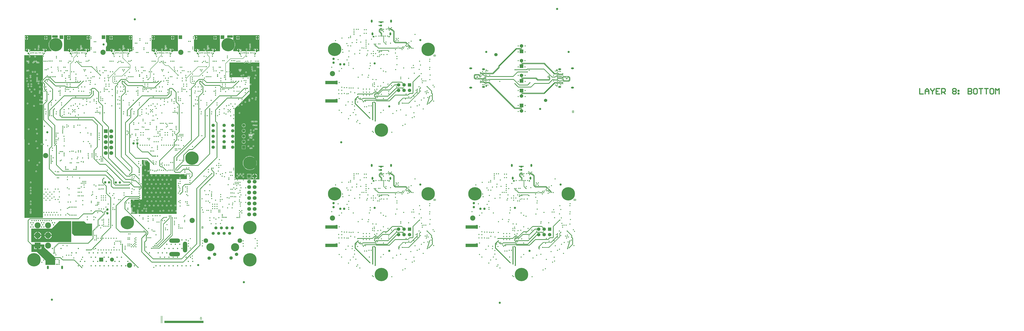
<source format=gbl>
G04*
G04 #@! TF.GenerationSoftware,Altium Limited,Altium Designer,20.1.11 (218)*
G04*
G04 Layer_Physical_Order=8*
G04 Layer_Color=16711680*
%FSLAX24Y24*%
%MOIN*%
G70*
G04*
G04 #@! TF.SameCoordinates,4F03ECE6-B82A-4DAD-B74B-52B5A60C741D*
G04*
G04*
G04 #@! TF.FilePolarity,Positive*
G04*
G01*
G75*
%ADD10C,0.0394*%
%ADD11C,0.0200*%
%ADD12R,0.0049X0.0935*%
%ADD15R,0.0100X0.1329*%
%ADD16R,0.0060X0.1329*%
%ADD17R,0.0040X0.1329*%
%ADD18C,0.0085*%
%ADD19C,0.0100*%
%ADD20C,0.0060*%
%ADD22C,0.0120*%
%ADD23C,0.0150*%
%ADD28R,0.1929X0.0630*%
G04:AMPARAMS|DCode=66|XSize=35mil|YSize=34mil|CornerRadius=6mil|HoleSize=0mil|Usage=FLASHONLY|Rotation=90.000|XOffset=0mil|YOffset=0mil|HoleType=Round|Shape=RoundedRectangle|*
%AMROUNDEDRECTD66*
21,1,0.0350,0.0221,0,0,90.0*
21,1,0.0231,0.0340,0,0,90.0*
1,1,0.0119,0.0111,0.0116*
1,1,0.0119,0.0111,-0.0116*
1,1,0.0119,-0.0111,-0.0116*
1,1,0.0119,-0.0111,0.0116*
%
%ADD66ROUNDEDRECTD66*%
G04:AMPARAMS|DCode=68|XSize=35mil|YSize=34mil|CornerRadius=6mil|HoleSize=0mil|Usage=FLASHONLY|Rotation=180.000|XOffset=0mil|YOffset=0mil|HoleType=Round|Shape=RoundedRectangle|*
%AMROUNDEDRECTD68*
21,1,0.0350,0.0221,0,0,180.0*
21,1,0.0231,0.0340,0,0,180.0*
1,1,0.0119,-0.0116,0.0111*
1,1,0.0119,0.0116,0.0111*
1,1,0.0119,0.0116,-0.0111*
1,1,0.0119,-0.0116,-0.0111*
%
%ADD68ROUNDEDRECTD68*%
%ADD86C,0.0160*%
%ADD91C,0.0059*%
%ADD161C,0.0085*%
%ADD162C,0.0075*%
%ADD164O,0.0374X0.0256*%
%ADD165O,0.0315X0.0551*%
%ADD166C,0.0256*%
%ADD167C,0.0945*%
%ADD168C,0.0630*%
%ADD169R,0.0630X0.0630*%
%ADD170C,0.0433*%
%ADD171C,0.2441*%
%ADD172C,0.0197*%
%ADD173O,0.0551X0.0315*%
%ADD174O,0.0256X0.0374*%
%ADD175C,0.0600*%
%ADD176R,0.0650X0.0650*%
%ADD177C,0.0650*%
%ADD178C,0.1102*%
%ADD179R,0.1102X0.1102*%
%ADD180C,0.0830*%
%ADD181C,0.1480*%
%ADD182C,0.0610*%
%ADD183C,0.0550*%
%ADD185O,0.0787X0.1969*%
%ADD186O,0.1969X0.0787*%
%ADD187C,0.0709*%
%ADD188R,0.0709X0.0709*%
G04:AMPARAMS|DCode=189|XSize=35.4mil|YSize=63mil|CornerRadius=17.7mil|HoleSize=0mil|Usage=FLASHONLY|Rotation=360.000|XOffset=0mil|YOffset=0mil|HoleType=Round|Shape=RoundedRectangle|*
%AMROUNDEDRECTD189*
21,1,0.0354,0.0276,0,0,360.0*
21,1,0.0000,0.0630,0,0,360.0*
1,1,0.0354,0.0000,-0.0138*
1,1,0.0354,0.0000,-0.0138*
1,1,0.0354,0.0000,0.0138*
1,1,0.0354,0.0000,0.0138*
%
%ADD189ROUNDEDRECTD189*%
%ADD190C,0.0594*%
%ADD191R,0.0594X0.0594*%
%ADD192C,0.0728*%
%ADD193R,0.0728X0.0728*%
%ADD194C,0.0217*%
%ADD274R,0.7136X0.0443*%
%ADD275R,0.0935X0.0049*%
%ADD276C,0.0070*%
G36*
X42134Y52452D02*
X41147Y52452D01*
X41147Y52858D01*
X41182Y52893D01*
X42134Y52893D01*
X42134Y52452D01*
D02*
G37*
G36*
X10196Y52893D02*
X10231Y52858D01*
X10231Y52452D01*
X9244Y52452D01*
X9244Y52893D01*
X10196Y52893D01*
D02*
G37*
G36*
X40616Y52216D02*
X40614Y52216D01*
X39990Y52216D01*
X39954Y52251D01*
Y52895D01*
X40616D01*
Y52216D01*
D02*
G37*
G36*
X32938Y52216D02*
X32313Y52216D01*
X32277Y52251D01*
Y52895D01*
X32938D01*
Y52216D01*
D02*
G37*
G36*
X18904Y52251D02*
X18868Y52216D01*
X18243Y52216D01*
Y52895D01*
X18904D01*
Y52251D01*
D02*
G37*
G36*
X11227D02*
X11191Y52216D01*
X10567Y52216D01*
X10565Y52216D01*
Y52895D01*
X11227D01*
Y52251D01*
D02*
G37*
G36*
X39838Y52913D02*
X39838Y49997D01*
X39086Y49997D01*
X39084Y50000D01*
X38791D01*
Y50098D01*
X38693D01*
Y50454D01*
X38661Y50441D01*
X38608Y50400D01*
X38606Y50398D01*
X38546Y50402D01*
X38533Y50422D01*
X38487Y50453D01*
X38433Y50464D01*
X38379Y50453D01*
X38333Y50422D01*
X38303Y50377D01*
X38292Y50323D01*
X38303Y50269D01*
X38333Y50223D01*
X38379Y50192D01*
X38433Y50181D01*
X38482Y50191D01*
X38493Y50188D01*
X38532Y50162D01*
Y49997D01*
X37453Y49997D01*
X37107Y50342D01*
X37110Y50353D01*
X37099Y50407D01*
X37068Y50453D01*
X37022Y50484D01*
X36968Y50494D01*
X36914Y50484D01*
X36869Y50453D01*
X36838Y50407D01*
X36827Y50353D01*
X36838Y50299D01*
X36869Y50253D01*
X36914Y50223D01*
X36968Y50212D01*
X37022Y50223D01*
X37024Y50224D01*
X37205Y50043D01*
X37186Y49997D01*
X36080Y49997D01*
X36077Y50014D01*
X36046Y50060D01*
X36033Y50068D01*
Y50128D01*
X36046Y50137D01*
X36077Y50183D01*
X36088Y50237D01*
X36077Y50291D01*
X36046Y50337D01*
X36000Y50367D01*
X35946Y50378D01*
X35892Y50367D01*
X35847Y50337D01*
X35832Y50314D01*
X35775Y50320D01*
X35764Y50346D01*
X35723Y50400D01*
X35669Y50441D01*
X35638Y50454D01*
Y50098D01*
X35539D01*
Y50000D01*
X35280D01*
Y49997D01*
X35117Y49997D01*
X35081Y50032D01*
X35081Y52228D01*
X35100Y52245D01*
X35102Y52245D01*
X35158Y52229D01*
X35173Y52193D01*
X35214Y52139D01*
X35268Y52098D01*
X35299Y52085D01*
Y52441D01*
Y52797D01*
X35268Y52784D01*
X35214Y52743D01*
X35173Y52689D01*
X35167Y52674D01*
X35115Y52679D01*
X35112Y52693D01*
X35081Y52739D01*
X35081Y52739D01*
Y52913D01*
X39838Y52913D01*
D02*
G37*
G36*
X32165Y52913D02*
X32165Y49997D01*
X31370Y49997D01*
X31367Y50000D01*
X31075D01*
Y50098D01*
X30976D01*
Y50455D01*
X30945Y50441D01*
X30891Y50400D01*
X30890Y50399D01*
X30830Y50402D01*
X30816Y50422D01*
X30771Y50453D01*
X30717Y50464D01*
X30663Y50453D01*
X30617Y50422D01*
X30586Y50377D01*
X30576Y50323D01*
X30586Y50269D01*
X30617Y50223D01*
X30663Y50192D01*
X30717Y50182D01*
X30765Y50191D01*
X30776Y50188D01*
X30815Y50162D01*
Y49997D01*
X29366Y49997D01*
X29323Y50047D01*
Y50235D01*
X29352Y50254D01*
X29382Y50299D01*
X29393Y50353D01*
X29382Y50407D01*
X29352Y50453D01*
X29306Y50484D01*
X29252Y50494D01*
X29198Y50484D01*
X29152Y50453D01*
X29122Y50407D01*
X29111Y50353D01*
X29122Y50299D01*
X29152Y50254D01*
X29181Y50235D01*
Y50044D01*
X29134Y49997D01*
X28364Y49997D01*
X28360Y50014D01*
X28330Y50060D01*
X28317Y50068D01*
Y50129D01*
X28330Y50137D01*
X28360Y50183D01*
X28371Y50237D01*
X28360Y50291D01*
X28330Y50337D01*
X28284Y50367D01*
X28230Y50378D01*
X28176Y50367D01*
X28130Y50337D01*
X28115Y50314D01*
X28059Y50320D01*
X28048Y50346D01*
X28006Y50400D01*
X27953Y50441D01*
X27921Y50455D01*
Y50098D01*
X27823D01*
Y50000D01*
X27563D01*
Y49997D01*
X27400Y49997D01*
X27365Y50033D01*
X27365Y52913D01*
X32165Y52913D01*
D02*
G37*
G36*
X23868Y52913D02*
X23868Y49997D01*
X23653Y49997D01*
X23650Y50000D01*
X23358D01*
Y50098D01*
X23260D01*
Y50455D01*
X23228Y50441D01*
X23175Y50400D01*
X23173Y50399D01*
X23113Y50402D01*
X23100Y50422D01*
X23054Y50453D01*
X23000Y50464D01*
X22946Y50453D01*
X22900Y50422D01*
X22870Y50377D01*
X22859Y50323D01*
X22870Y50269D01*
X22900Y50223D01*
X22946Y50192D01*
X23000Y50182D01*
X23049Y50191D01*
X23060Y50188D01*
X23099Y50162D01*
Y49997D01*
X22011Y49997D01*
X21673Y50335D01*
X21676Y50353D01*
X21666Y50407D01*
X21635Y50453D01*
X21589Y50484D01*
X21535Y50494D01*
X21481Y50484D01*
X21436Y50453D01*
X21405Y50407D01*
X21394Y50353D01*
X21405Y50299D01*
X21436Y50254D01*
X21481Y50223D01*
X21535Y50212D01*
X21584Y50222D01*
X21763Y50043D01*
X21743Y49997D01*
X20647Y49997D01*
X20644Y50014D01*
X20613Y50060D01*
X20600Y50068D01*
Y50129D01*
X20613Y50137D01*
X20644Y50183D01*
X20654Y50237D01*
X20644Y50291D01*
X20613Y50337D01*
X20567Y50367D01*
X20513Y50378D01*
X20459Y50367D01*
X20413Y50337D01*
X20399Y50314D01*
X20342Y50320D01*
X20331Y50346D01*
X20290Y50400D01*
X20236Y50441D01*
X20205Y50455D01*
Y50098D01*
X20106D01*
Y50000D01*
X19847D01*
Y49997D01*
X19054Y49997D01*
X19018Y50033D01*
Y50754D01*
X19055Y50785D01*
X19134Y50881D01*
X19192Y50990D01*
X19228Y51109D01*
X19241Y51233D01*
X19228Y51356D01*
X19192Y51475D01*
X19134Y51585D01*
X19055Y51681D01*
X19018Y51711D01*
Y52913D01*
X23868Y52913D01*
D02*
G37*
G36*
X47017Y52913D02*
X47017Y49997D01*
X46803Y49997D01*
X46800Y50000D01*
X46508D01*
Y50098D01*
X46409D01*
Y50454D01*
X46378Y50441D01*
X46324Y50400D01*
X46323Y50398D01*
X46263Y50402D01*
X46250Y50422D01*
X46204Y50453D01*
X46150Y50464D01*
X46096Y50453D01*
X46050Y50422D01*
X46019Y50377D01*
X46009Y50323D01*
X46019Y50269D01*
X46050Y50223D01*
X46096Y50192D01*
X46150Y50181D01*
X46198Y50191D01*
X46210Y50188D01*
X46248Y50162D01*
Y49997D01*
X44799Y49997D01*
X44756Y50047D01*
Y50234D01*
X44785Y50253D01*
X44815Y50299D01*
X44826Y50353D01*
X44815Y50407D01*
X44785Y50453D01*
X44739Y50484D01*
X44685Y50494D01*
X44631Y50484D01*
X44585Y50453D01*
X44555Y50407D01*
X44544Y50353D01*
X44555Y50299D01*
X44585Y50253D01*
X44614Y50234D01*
Y50044D01*
X44567Y49997D01*
X43797Y49997D01*
X43793Y50014D01*
X43763Y50060D01*
X43750Y50068D01*
Y50128D01*
X43763Y50137D01*
X43793Y50183D01*
X43804Y50237D01*
X43793Y50291D01*
X43763Y50337D01*
X43717Y50367D01*
X43663Y50378D01*
X43609Y50367D01*
X43563Y50337D01*
X43548Y50314D01*
X43492Y50320D01*
X43481Y50346D01*
X43440Y50400D01*
X43386Y50441D01*
X43354Y50454D01*
Y50098D01*
X43256D01*
Y50000D01*
X42996D01*
Y49997D01*
X42308Y49997D01*
X42273Y50032D01*
Y50334D01*
X42361Y50438D01*
X42465Y50607D01*
X42541Y50790D01*
X42587Y50983D01*
X42603Y51181D01*
X42587Y51379D01*
X42541Y51572D01*
X42465Y51755D01*
X42361Y51924D01*
X42273Y52028D01*
Y52913D01*
X47017Y52913D01*
D02*
G37*
G36*
X16151Y52913D02*
X16151Y49997D01*
X15937Y49997D01*
X15934Y50000D01*
X15642D01*
Y50098D01*
X15543D01*
Y50454D01*
X15512Y50441D01*
X15458Y50400D01*
X15457Y50398D01*
X15397Y50402D01*
X15383Y50422D01*
X15338Y50453D01*
X15284Y50464D01*
X15230Y50453D01*
X15184Y50422D01*
X15153Y50377D01*
X15142Y50323D01*
X15153Y50269D01*
X15184Y50223D01*
X15230Y50192D01*
X15284Y50181D01*
X15332Y50191D01*
X15343Y50188D01*
X15382Y50162D01*
Y49997D01*
X13816Y49997D01*
X13780Y50032D01*
Y50169D01*
X13819Y50212D01*
X13873Y50223D01*
X13919Y50253D01*
X13949Y50299D01*
X13960Y50353D01*
X13949Y50407D01*
X13919Y50453D01*
X13873Y50484D01*
X13819Y50494D01*
X13765Y50484D01*
X13719Y50453D01*
X13688Y50407D01*
X13678Y50353D01*
X13684Y50320D01*
X13659Y50294D01*
X13643Y50271D01*
X13638Y50243D01*
Y49997D01*
X12930Y49997D01*
X12927Y50014D01*
X12897Y50060D01*
X12883Y50068D01*
Y50128D01*
X12897Y50137D01*
X12927Y50183D01*
X12938Y50237D01*
X12927Y50291D01*
X12897Y50337D01*
X12851Y50367D01*
X12797Y50378D01*
X12743Y50367D01*
X12697Y50337D01*
X12682Y50314D01*
X12626Y50320D01*
X12615Y50346D01*
X12573Y50400D01*
X12520Y50441D01*
X12488Y50454D01*
Y50098D01*
X12390D01*
Y50000D01*
X12130D01*
Y49997D01*
X11404Y49997D01*
X11368Y50032D01*
X11368Y52913D01*
X16151Y52913D01*
D02*
G37*
G36*
X9104D02*
Y52207D01*
X9099Y52204D01*
X8948Y52075D01*
X8820Y51924D01*
X8716Y51755D01*
X8640Y51572D01*
X8594Y51379D01*
X8578Y51181D01*
X8594Y50983D01*
X8640Y50790D01*
X8716Y50607D01*
X8820Y50438D01*
X8948Y50287D01*
X9099Y50158D01*
X9104Y50156D01*
Y49997D01*
X8220Y49997D01*
X8217Y50000D01*
X7925D01*
Y50098D01*
X7827D01*
Y50454D01*
X7795Y50441D01*
X7741Y50400D01*
X7740Y50398D01*
X7680Y50402D01*
X7667Y50422D01*
X7621Y50453D01*
X7567Y50464D01*
X7513Y50453D01*
X7467Y50422D01*
X7437Y50377D01*
X7426Y50323D01*
X7437Y50269D01*
X7467Y50223D01*
X7513Y50192D01*
X7567Y50181D01*
X7615Y50191D01*
X7627Y50188D01*
X7665Y50162D01*
Y49997D01*
X5214Y49997D01*
X5211Y50014D01*
X5180Y50060D01*
X5167Y50068D01*
Y50128D01*
X5180Y50137D01*
X5211Y50183D01*
X5221Y50237D01*
X5211Y50291D01*
X5180Y50337D01*
X5134Y50367D01*
X5080Y50378D01*
X5026Y50367D01*
X4980Y50337D01*
X4965Y50314D01*
X4909Y50320D01*
X4898Y50346D01*
X4857Y50400D01*
X4803Y50441D01*
X4772Y50454D01*
Y50098D01*
X4673D01*
Y50000D01*
X4413D01*
Y49997D01*
X4250Y49997D01*
X4215Y50032D01*
X4215Y52913D01*
X9104Y52913D01*
D02*
G37*
G36*
X7524Y49213D02*
X7521Y49164D01*
X7504Y49152D01*
X7474Y49106D01*
X7463Y49052D01*
X7474Y48998D01*
X7504Y48953D01*
X7533Y48933D01*
X7533Y45635D01*
X7533Y44854D01*
X7313Y44634D01*
X7263Y44624D01*
X7217Y44594D01*
X7187Y44548D01*
X7176Y44494D01*
X7187Y44440D01*
X7217Y44394D01*
X7263Y44363D01*
X7313Y44353D01*
X7533Y44134D01*
Y43610D01*
X7517Y43598D01*
X7463Y43587D01*
X7417Y43556D01*
X7387Y43510D01*
X7376Y43456D01*
X7387Y43402D01*
X7417Y43357D01*
X7463Y43326D01*
X7517Y43315D01*
X7533Y43302D01*
X7533Y42807D01*
X7512Y42790D01*
X7458Y42779D01*
X7412Y42748D01*
X7382Y42703D01*
X7371Y42649D01*
X7382Y42595D01*
X7412Y42549D01*
X7458Y42518D01*
X7512Y42508D01*
X7533Y42490D01*
X7533Y41085D01*
X7483Y41070D01*
X7476Y41081D01*
X7430Y41111D01*
X7376Y41122D01*
X7322Y41111D01*
X7276Y41081D01*
X7246Y41035D01*
X7235Y40981D01*
X7246Y40927D01*
X7276Y40881D01*
X7322Y40850D01*
X7376Y40840D01*
X7430Y40850D01*
X7476Y40881D01*
X7483Y40891D01*
X7533Y40876D01*
X7533Y40342D01*
X7483Y40338D01*
X7481Y40346D01*
X7476Y40372D01*
X7445Y40418D01*
X7400Y40448D01*
X7346Y40459D01*
X7292Y40448D01*
X7246Y40418D01*
X7215Y40372D01*
X7204Y40318D01*
X7215Y40264D01*
X7246Y40218D01*
X7292Y40188D01*
X7346Y40177D01*
X7400Y40188D01*
X7445Y40218D01*
X7476Y40264D01*
X7481Y40290D01*
X7483Y40299D01*
X7533Y40294D01*
X7533Y33083D01*
X7517Y33072D01*
X7486Y33026D01*
X7475Y32972D01*
X7486Y32918D01*
X7517Y32872D01*
X7533Y32862D01*
X7533Y30963D01*
X7524Y30899D01*
X7533Y30835D01*
X7533Y19486D01*
X4170Y19486D01*
X4141Y48425D01*
Y49249D01*
X4900Y49249D01*
X4917Y49223D01*
X4963Y49192D01*
X5017Y49181D01*
X5020Y49182D01*
X5039Y49135D01*
X5008Y49114D01*
X4977Y49068D01*
X4966Y49014D01*
X4977Y48960D01*
X5008Y48914D01*
X5053Y48883D01*
X5107Y48873D01*
X5161Y48883D01*
X5207Y48914D01*
X5238Y48960D01*
X5248Y49014D01*
X5238Y49068D01*
X5207Y49114D01*
X5161Y49144D01*
X5107Y49155D01*
X5104Y49154D01*
X5085Y49201D01*
X5117Y49223D01*
X5134Y49249D01*
X7488Y49249D01*
X7524Y49213D01*
D02*
G37*
G36*
X44182Y47933D02*
X44193Y47879D01*
X44223Y47833D01*
X44269Y47802D01*
X44323Y47791D01*
X44377Y47802D01*
X44423Y47833D01*
X44454Y47879D01*
X44464Y47933D01*
X44891Y47933D01*
X44898Y47925D01*
X44908Y47871D01*
X44939Y47825D01*
X44985Y47794D01*
X45039Y47784D01*
X45093Y47794D01*
X45139Y47825D01*
X45147Y47838D01*
X45207D01*
X45216Y47825D01*
X45261Y47794D01*
X45315Y47784D01*
X45369Y47794D01*
X45415Y47825D01*
X45446Y47871D01*
X45457Y47925D01*
X45463Y47933D01*
X47040Y47933D01*
X47040Y47232D01*
X46990Y47206D01*
X46985Y47209D01*
X46931Y47220D01*
X46877Y47209D01*
X46846Y47188D01*
X46812Y47182D01*
X46778Y47188D01*
X46747Y47209D01*
X46693Y47220D01*
X46639Y47209D01*
X46593Y47178D01*
X46562Y47132D01*
X46551Y47078D01*
X46562Y47024D01*
X46593Y46979D01*
X46639Y46948D01*
X46693Y46937D01*
X46747Y46948D01*
X46778Y46969D01*
X46812Y46975D01*
X46846Y46969D01*
X46877Y46948D01*
X46931Y46937D01*
X46985Y46948D01*
X46990Y46951D01*
X47040Y46924D01*
X47040Y26532D01*
X44189Y26532D01*
X44186Y26537D01*
X44140Y26568D01*
X44086Y26578D01*
X44032Y26568D01*
X43986Y26537D01*
X43983Y26532D01*
X43114Y26532D01*
X43110Y26537D01*
X43065Y26568D01*
X43011Y26578D01*
X42956Y26568D01*
X42911Y26537D01*
X42907Y26532D01*
X42697Y26532D01*
X42693Y26555D01*
X42662Y26600D01*
X42646Y26611D01*
Y26671D01*
X42662Y26682D01*
X42693Y26728D01*
X42704Y26782D01*
X42693Y26836D01*
X42662Y26882D01*
X42617Y26912D01*
X42562Y26923D01*
X42540Y26942D01*
X42540Y39512D01*
X43001Y39974D01*
X43066Y39968D01*
X43070Y39961D01*
X43116Y39931D01*
X43170Y39920D01*
X43224Y39931D01*
X43269Y39961D01*
X43300Y40007D01*
X43311Y40061D01*
X43300Y40115D01*
X43269Y40161D01*
X43263Y40165D01*
X43257Y40230D01*
X43761Y40734D01*
X43807Y40703D01*
X43861Y40692D01*
X43915Y40703D01*
X43961Y40734D01*
X43991Y40779D01*
X44002Y40833D01*
X43991Y40887D01*
X43961Y40933D01*
X45255Y42228D01*
X45255Y43833D01*
X45305Y43848D01*
X45314Y43835D01*
X45359Y43804D01*
X45413Y43794D01*
X45467Y43804D01*
X45513Y43835D01*
X45544Y43881D01*
X45555Y43935D01*
X45544Y43989D01*
X45513Y44035D01*
X45467Y44065D01*
X45413Y44076D01*
X45359Y44065D01*
X45314Y44035D01*
X45305Y44022D01*
X45255Y44037D01*
X45255Y45188D01*
X45286Y45195D01*
X45332Y45225D01*
X45362Y45271D01*
X45373Y45325D01*
X45362Y45379D01*
X45332Y45425D01*
X45286Y45455D01*
X45232Y45466D01*
X45178Y45455D01*
X45132Y45425D01*
X45124Y45412D01*
X45063D01*
X45055Y45425D01*
X45009Y45455D01*
X44955Y45466D01*
X44901Y45455D01*
X44855Y45425D01*
X44825Y45379D01*
X44814Y45325D01*
X44822Y45284D01*
X44794Y45234D01*
X41987D01*
X41986Y45236D01*
X41940Y45266D01*
X41886Y45277D01*
X41832Y45266D01*
X41786Y45236D01*
X41785Y45234D01*
X41544D01*
X41544Y46075D01*
X41573Y46081D01*
X41619Y46112D01*
X41649Y46158D01*
X41660Y46212D01*
X41649Y46266D01*
X41619Y46311D01*
X41573Y46342D01*
X41544Y46348D01*
X41544Y47897D01*
X41579Y47933D01*
X44182Y47933D01*
D02*
G37*
G36*
X61306Y44569D02*
X61306Y43927D01*
X60941D01*
X60936Y44569D01*
X60971Y44604D01*
X61271Y44605D01*
X61306Y44569D01*
D02*
G37*
G36*
X61291Y41220D02*
X61291Y40578D01*
X60926D01*
X60921Y41220D01*
X60956Y41255D01*
X61256Y41255D01*
X61291Y41220D01*
D02*
G37*
G36*
X25888Y30078D02*
X25914Y30028D01*
X25907Y30017D01*
X25896Y29963D01*
X25907Y29909D01*
X25937Y29863D01*
X25943Y29859D01*
Y29799D01*
X25937Y29795D01*
X25907Y29750D01*
X25896Y29696D01*
X25907Y29642D01*
X25937Y29596D01*
X25943Y29592D01*
Y29532D01*
X25937Y29529D01*
X25907Y29483D01*
X25896Y29429D01*
X25907Y29375D01*
X25937Y29329D01*
X25983Y29298D01*
X26026Y29290D01*
X26047Y29257D01*
X26052Y29240D01*
X26037Y29217D01*
X26026Y29163D01*
X26037Y29109D01*
X26067Y29063D01*
X26113Y29032D01*
X26167Y29021D01*
X26221Y29032D01*
X26267Y29063D01*
X26297Y29109D01*
X26308Y29163D01*
X26297Y29217D01*
X26267Y29262D01*
X26221Y29293D01*
X26179Y29301D01*
X26158Y29334D01*
X26152Y29352D01*
X26167Y29375D01*
X26178Y29429D01*
X26167Y29483D01*
X26137Y29529D01*
X26131Y29532D01*
Y29592D01*
X26137Y29596D01*
X26167Y29642D01*
X26178Y29696D01*
X26167Y29750D01*
X26137Y29795D01*
X26131Y29799D01*
Y29859D01*
X26137Y29863D01*
X26167Y29909D01*
X26178Y29963D01*
X26171Y29998D01*
X26197Y30041D01*
X26200Y30044D01*
X26233Y30001D01*
X26228Y29974D01*
X26239Y29920D01*
X26269Y29875D01*
X26315Y29844D01*
X26369Y29833D01*
X26423Y29844D01*
X26469Y29875D01*
X26499Y29920D01*
X26507Y29960D01*
X26548Y29978D01*
X26558Y29980D01*
X27014Y29524D01*
X27014Y28222D01*
X26995Y28207D01*
X26941Y28196D01*
X26895Y28166D01*
X26887Y28153D01*
X26827D01*
X26819Y28166D01*
X26773Y28196D01*
X26719Y28207D01*
X26665Y28196D01*
X26619Y28166D01*
X26588Y28120D01*
X26578Y28066D01*
X26588Y28012D01*
X26619Y27966D01*
X26665Y27935D01*
X26719Y27925D01*
X26773Y27935D01*
X26819Y27966D01*
X26827Y27979D01*
X26887D01*
X26895Y27966D01*
X26941Y27935D01*
X26995Y27925D01*
X27014Y27910D01*
Y27488D01*
X32383Y27488D01*
X32396Y27473D01*
X32407Y27419D01*
X32437Y27373D01*
X32483Y27342D01*
X32537Y27331D01*
X32591Y27342D01*
X32637Y27373D01*
X32667Y27419D01*
X32678Y27473D01*
X32691Y27488D01*
X33330D01*
X33357Y27438D01*
X33354Y27434D01*
X33343Y27380D01*
X33354Y27326D01*
X33385Y27280D01*
X33431Y27250D01*
X33485Y27239D01*
X33539Y27250D01*
X33584Y27280D01*
X33615Y27326D01*
X33626Y27380D01*
X33620Y27406D01*
X33640Y27441D01*
X33655Y27453D01*
X33658Y27455D01*
X33676Y27451D01*
X33703Y27411D01*
X33749Y27380D01*
X33784Y27373D01*
X33784Y26583D01*
X32690Y26583D01*
X32681Y26629D01*
X32651Y26674D01*
X32635Y26685D01*
Y26745D01*
X32647Y26753D01*
X32677Y26799D01*
X32688Y26853D01*
X32677Y26907D01*
X32647Y26952D01*
X32601Y26983D01*
X32547Y26994D01*
X32493Y26983D01*
X32447Y26952D01*
X32417Y26907D01*
X32406Y26853D01*
X32417Y26799D01*
X32447Y26753D01*
X32463Y26742D01*
Y26682D01*
X32451Y26674D01*
X32421Y26629D01*
X32412Y26583D01*
X31931D01*
X31931Y20868D01*
X31916Y20858D01*
X31881Y20846D01*
X31845Y20870D01*
X31791Y20881D01*
X31737Y20870D01*
X31691Y20840D01*
X31661Y20794D01*
X31650Y20740D01*
X31661Y20686D01*
X31691Y20640D01*
X31737Y20609D01*
X31791Y20599D01*
X31845Y20609D01*
X31881Y20633D01*
X31916Y20622D01*
X31931Y20611D01*
X31931Y20228D01*
X24993Y20214D01*
X24967Y20264D01*
X24983Y20288D01*
X24994Y20342D01*
X24983Y20396D01*
X24953Y20442D01*
X24907Y20473D01*
X24902Y20474D01*
X24895Y20501D01*
X24896Y20526D01*
X24936Y20552D01*
X24967Y20598D01*
X24977Y20652D01*
X24967Y20706D01*
X24936Y20752D01*
Y20773D01*
X24967Y20819D01*
X24977Y20873D01*
X24967Y20927D01*
X24936Y20972D01*
X24890Y21003D01*
X24836Y21014D01*
X24782Y21003D01*
X24737Y20972D01*
X24706Y20927D01*
X24695Y20873D01*
X24706Y20819D01*
X24737Y20773D01*
Y20752D01*
X24706Y20706D01*
X24695Y20652D01*
X24706Y20598D01*
X24737Y20552D01*
X24782Y20522D01*
X24788Y20521D01*
X24794Y20493D01*
X24793Y20469D01*
X24753Y20442D01*
X24723Y20396D01*
X24712Y20342D01*
X24723Y20288D01*
X24739Y20263D01*
X24714Y20213D01*
X23595Y20211D01*
X23560Y20246D01*
X23560Y20378D01*
X23606Y20396D01*
X23610Y20395D01*
X23639Y20352D01*
X23685Y20321D01*
X23739Y20310D01*
X23793Y20321D01*
X23839Y20352D01*
X23893Y20343D01*
X23919Y20325D01*
X23973Y20314D01*
X24027Y20325D01*
X24073Y20356D01*
X24127Y20346D01*
X24154Y20329D01*
X24208Y20318D01*
X24262Y20329D01*
X24308Y20359D01*
X24338Y20405D01*
X24349Y20459D01*
X24338Y20513D01*
X24308Y20559D01*
X24262Y20589D01*
X24208Y20600D01*
X24154Y20589D01*
X24108Y20559D01*
X24054Y20568D01*
X24027Y20586D01*
X23973Y20596D01*
X23919Y20586D01*
X23874Y20555D01*
X23819Y20564D01*
X23812Y20569D01*
X23810Y20625D01*
X23810Y20626D01*
X23835Y20642D01*
X23866Y20688D01*
X23876Y20742D01*
X23866Y20796D01*
X23835Y20842D01*
X23795Y20869D01*
X23790Y20890D01*
X23793Y20923D01*
X23831Y20948D01*
X23861Y20994D01*
X23872Y21048D01*
X23861Y21102D01*
X23831Y21148D01*
X23840Y21202D01*
X23857Y21229D01*
X23868Y21283D01*
X23857Y21337D01*
X23827Y21382D01*
X23781Y21413D01*
X23727Y21424D01*
X23673Y21413D01*
X23627Y21382D01*
X23610Y21356D01*
X23560Y21372D01*
X23560Y21887D01*
X23577Y21901D01*
X23631Y21912D01*
X23676Y21942D01*
X23707Y21988D01*
X23718Y22042D01*
X23707Y22096D01*
X23676Y22142D01*
X23631Y22172D01*
X23577Y22183D01*
X23560Y22197D01*
X23560Y22868D01*
X23913D01*
X23939Y22818D01*
X23926Y22798D01*
X23915Y22744D01*
X23926Y22690D01*
X23956Y22644D01*
X24002Y22613D01*
X24056Y22603D01*
X24110Y22613D01*
X24156Y22644D01*
X24187Y22690D01*
X24197Y22744D01*
X24187Y22798D01*
X24173Y22818D01*
X24200Y22868D01*
X25012Y22868D01*
X25022Y22819D01*
X25053Y22773D01*
X25099Y22742D01*
X25153Y22732D01*
X25207Y22742D01*
X25252Y22773D01*
X25283Y22819D01*
X25293Y22868D01*
X25602D01*
X25602Y27244D01*
X25652Y27249D01*
X25655Y27233D01*
X25660Y27211D01*
X25690Y27165D01*
X25736Y27134D01*
X25790Y27124D01*
X25844Y27134D01*
X25890Y27165D01*
X25920Y27211D01*
X25931Y27265D01*
X25920Y27319D01*
X25890Y27364D01*
X25844Y27395D01*
X25790Y27406D01*
X25736Y27395D01*
X25690Y27364D01*
X25660Y27319D01*
X25652Y27280D01*
X25602Y27285D01*
Y28951D01*
X25652Y28986D01*
X25677Y28981D01*
X25731Y28992D01*
X25777Y29023D01*
X25807Y29069D01*
X25818Y29123D01*
X25807Y29177D01*
X25777Y29222D01*
X25731Y29253D01*
X25677Y29264D01*
X25652Y29259D01*
X25602Y29294D01*
Y30043D01*
X25637Y30078D01*
X25888Y30078D01*
D02*
G37*
G36*
X12693Y15051D02*
X5398Y15051D01*
X5398Y17495D01*
X5434Y17530D01*
X9127Y17530D01*
X10502Y18905D01*
X12693Y18905D01*
Y15051D01*
D02*
G37*
G36*
X86897Y18147D02*
X86897Y17505D01*
X86531D01*
X86526Y18147D01*
X86561Y18182D01*
X86861Y18182D01*
X86897Y18147D01*
D02*
G37*
G36*
X61306Y18147D02*
X61306Y17505D01*
X60941D01*
X60936Y18146D01*
X60971Y18182D01*
X61271Y18182D01*
X61306Y18147D01*
D02*
G37*
G36*
X15049Y18854D02*
X15453Y18450D01*
X16485Y18450D01*
X16485Y16223D01*
X13233Y16223D01*
X12808Y16648D01*
X12808Y18818D01*
X12844Y18854D01*
X15049Y18854D01*
D02*
G37*
G36*
X86882Y14797D02*
X86882Y14155D01*
X86516D01*
X86511Y14797D01*
X86546Y14833D01*
X86846Y14833D01*
X86882Y14797D01*
D02*
G37*
G36*
X61291Y14797D02*
X61291Y14155D01*
X60926D01*
X60921Y14797D01*
X60956Y14832D01*
X61256Y14832D01*
X61291Y14797D01*
D02*
G37*
G36*
X5920Y14627D02*
X7223D01*
Y14628D01*
X7767D01*
X7802Y14592D01*
X7802Y14060D01*
X9759Y12252D01*
Y10875D01*
X8038Y10875D01*
X8002Y10910D01*
X8002Y11678D01*
X6420Y13260D01*
X5415D01*
X5415Y14628D01*
X5920D01*
Y14627D01*
D02*
G37*
G36*
X36372Y1349D02*
X36383Y1349D01*
X36404Y1344D01*
X36413Y1341D01*
X36422Y1338D01*
X36430Y1335D01*
X36437Y1331D01*
X36443Y1327D01*
X36449Y1324D01*
X36454Y1321D01*
X36458Y1318D01*
X36461Y1316D01*
X36463Y1314D01*
X36464Y1313D01*
X36465Y1312D01*
X36472Y1305D01*
X36478Y1298D01*
X36483Y1289D01*
X36488Y1281D01*
X36495Y1266D01*
X36499Y1252D01*
X36502Y1239D01*
X36503Y1233D01*
X36504Y1229D01*
X36504Y1225D01*
Y1222D01*
Y1220D01*
Y1220D01*
X36504Y1206D01*
X36501Y1194D01*
X36498Y1183D01*
X36495Y1174D01*
X36492Y1166D01*
X36489Y1160D01*
X36487Y1158D01*
X36486Y1156D01*
X36478Y1147D01*
X36469Y1139D01*
X36460Y1132D01*
X36450Y1126D01*
X36442Y1122D01*
X36435Y1119D01*
X36432Y1117D01*
X36430Y1117D01*
X36429Y1116D01*
X36428D01*
X36445Y1111D01*
X36459Y1104D01*
X36472Y1096D01*
X36482Y1089D01*
X36490Y1082D01*
X36496Y1076D01*
X36498Y1072D01*
X36500Y1072D01*
Y1071D01*
X36508Y1058D01*
X36515Y1044D01*
X36519Y1031D01*
X36522Y1018D01*
X36523Y1006D01*
X36524Y1001D01*
Y996D01*
X36525Y994D01*
Y991D01*
Y989D01*
Y988D01*
X36524Y977D01*
X36523Y965D01*
X36520Y954D01*
X36517Y943D01*
X36510Y925D01*
X36506Y916D01*
X36502Y909D01*
X36498Y902D01*
X36494Y896D01*
X36490Y891D01*
X36487Y886D01*
X36484Y883D01*
X36482Y881D01*
X36480Y879D01*
X36480Y878D01*
X36471Y870D01*
X36461Y864D01*
X36451Y858D01*
X36441Y853D01*
X36431Y849D01*
X36421Y846D01*
X36402Y840D01*
X36393Y838D01*
X36385Y837D01*
X36377Y836D01*
X36371Y835D01*
X36366Y835D01*
X36359D01*
X36345Y835D01*
X36332Y837D01*
X36320Y839D01*
X36308Y841D01*
X36298Y845D01*
X36288Y848D01*
X36278Y852D01*
X36270Y856D01*
X36263Y861D01*
X36256Y864D01*
X36251Y868D01*
X36246Y872D01*
X36243Y874D01*
X36240Y876D01*
X36239Y878D01*
X36238Y878D01*
X36230Y887D01*
X36223Y896D01*
X36217Y905D01*
X36212Y914D01*
X36207Y923D01*
X36203Y932D01*
X36198Y949D01*
X36196Y957D01*
X36194Y964D01*
X36194Y971D01*
X36193Y976D01*
X36192Y980D01*
Y984D01*
Y986D01*
Y987D01*
X36193Y1004D01*
X36196Y1019D01*
X36200Y1033D01*
X36205Y1045D01*
X36209Y1054D01*
X36213Y1061D01*
X36216Y1066D01*
X36217Y1066D01*
Y1067D01*
X36227Y1079D01*
X36238Y1089D01*
X36250Y1097D01*
X36261Y1104D01*
X36271Y1109D01*
X36280Y1113D01*
X36283Y1115D01*
X36285Y1115D01*
X36286Y1116D01*
X36287D01*
X36274Y1122D01*
X36263Y1128D01*
X36254Y1135D01*
X36246Y1142D01*
X36240Y1147D01*
X36235Y1152D01*
X36232Y1155D01*
X36232Y1156D01*
X36225Y1166D01*
X36221Y1177D01*
X36217Y1187D01*
X36215Y1197D01*
X36213Y1205D01*
X36213Y1211D01*
Y1216D01*
Y1217D01*
Y1217D01*
X36213Y1228D01*
X36214Y1237D01*
X36219Y1255D01*
X36226Y1271D01*
X36233Y1285D01*
X36240Y1296D01*
X36244Y1300D01*
X36247Y1305D01*
X36250Y1308D01*
X36252Y1310D01*
X36253Y1311D01*
X36254Y1311D01*
X36262Y1318D01*
X36270Y1324D01*
X36278Y1330D01*
X36287Y1334D01*
X36305Y1341D01*
X36322Y1345D01*
X36329Y1347D01*
X36337Y1348D01*
X36343Y1349D01*
X36349Y1349D01*
X36353Y1350D01*
X36360D01*
X36372Y1349D01*
D02*
G37*
%LPC*%
G36*
X39032Y52797D02*
Y52539D01*
X39193D01*
Y52559D01*
X39184Y52626D01*
X39158Y52689D01*
X39117Y52743D01*
X39063Y52784D01*
X39032Y52797D01*
D02*
G37*
G36*
X38835Y52797D02*
X38803Y52784D01*
X38749Y52743D01*
X38708Y52689D01*
X38682Y52626D01*
X38673Y52559D01*
Y52539D01*
X38835D01*
Y52797D01*
D02*
G37*
G36*
X35496Y52797D02*
Y52539D01*
X35657D01*
Y52559D01*
X35648Y52626D01*
X35623Y52689D01*
X35581Y52743D01*
X35527Y52784D01*
X35496Y52797D01*
D02*
G37*
G36*
X39193Y52342D02*
X39032D01*
Y52085D01*
X39063Y52098D01*
X39117Y52139D01*
X39158Y52193D01*
X39184Y52256D01*
X39193Y52323D01*
Y52342D01*
D02*
G37*
G36*
X35657Y52342D02*
X35496D01*
Y52085D01*
X35527Y52098D01*
X35581Y52139D01*
X35623Y52193D01*
X35648Y52256D01*
X35657Y52323D01*
Y52342D01*
D02*
G37*
G36*
X38835Y52342D02*
X38673D01*
Y52323D01*
X38682Y52256D01*
X38708Y52193D01*
X38749Y52139D01*
X38803Y52098D01*
X38835Y52085D01*
Y52342D01*
D02*
G37*
G36*
X37615Y51108D02*
X37561Y51098D01*
X37515Y51067D01*
X37485Y51021D01*
X37474Y50967D01*
X37485Y50913D01*
X37515Y50867D01*
X37528Y50859D01*
Y50799D01*
X37515Y50791D01*
X37485Y50745D01*
X37474Y50691D01*
X37485Y50637D01*
X37515Y50591D01*
X37561Y50560D01*
X37586Y50555D01*
X37616Y50503D01*
X37609Y50485D01*
X37608Y50485D01*
X37559Y50494D01*
X37505Y50484D01*
X37459Y50453D01*
X37429Y50407D01*
X37418Y50353D01*
X37429Y50299D01*
X37459Y50253D01*
X37505Y50223D01*
X37559Y50212D01*
X37613Y50223D01*
X37659Y50253D01*
X37689Y50299D01*
X37698Y50342D01*
X37734Y50366D01*
X37748Y50371D01*
X37797Y50361D01*
X37851Y50372D01*
X37897Y50403D01*
X37927Y50449D01*
X37938Y50503D01*
X37927Y50557D01*
X37897Y50602D01*
X37851Y50633D01*
X37797Y50644D01*
X37755Y50686D01*
X37756Y50691D01*
X37745Y50745D01*
X37715Y50791D01*
X37702Y50799D01*
Y50859D01*
X37715Y50867D01*
X37745Y50913D01*
X37756Y50967D01*
X37745Y51021D01*
X37715Y51067D01*
X37669Y51098D01*
X37615Y51108D01*
D02*
G37*
G36*
X38890Y50454D02*
Y50197D01*
X39051D01*
Y50216D01*
X39042Y50284D01*
X39016Y50346D01*
X38975Y50400D01*
X38921Y50441D01*
X38890Y50454D01*
D02*
G37*
G36*
X35441Y50454D02*
X35410Y50441D01*
X35356Y50400D01*
X35314Y50346D01*
X35289Y50284D01*
X35280Y50216D01*
Y50197D01*
X35441D01*
Y50454D01*
D02*
G37*
G36*
X27780Y52797D02*
Y52539D01*
X27941D01*
Y52559D01*
X27932Y52626D01*
X27906Y52689D01*
X27865Y52743D01*
X27811Y52784D01*
X27780Y52797D01*
D02*
G37*
G36*
X27583Y52797D02*
X27551Y52784D01*
X27497Y52743D01*
X27456Y52689D01*
X27430Y52626D01*
X27421Y52559D01*
Y52539D01*
X27583D01*
Y52797D01*
D02*
G37*
G36*
X31315Y52797D02*
Y52539D01*
X31476D01*
Y52559D01*
X31467Y52626D01*
X31441Y52689D01*
X31400Y52743D01*
X31346Y52784D01*
X31315Y52797D01*
D02*
G37*
G36*
X31118Y52797D02*
X31087Y52784D01*
X31033Y52743D01*
X30992Y52689D01*
X30966Y52626D01*
X30957Y52559D01*
Y52539D01*
X31118D01*
Y52797D01*
D02*
G37*
G36*
Y52343D02*
X30957D01*
Y52323D01*
X30966Y52256D01*
X30992Y52193D01*
X31033Y52139D01*
X31087Y52098D01*
X31118Y52085D01*
Y52343D01*
D02*
G37*
G36*
X27941Y52343D02*
X27780D01*
Y52085D01*
X27811Y52098D01*
X27865Y52139D01*
X27906Y52193D01*
X27932Y52256D01*
X27941Y52323D01*
Y52343D01*
D02*
G37*
G36*
X27583D02*
X27421D01*
Y52323D01*
X27430Y52256D01*
X27456Y52193D01*
X27497Y52139D01*
X27551Y52098D01*
X27583Y52085D01*
Y52343D01*
D02*
G37*
G36*
X31476Y52343D02*
X31315D01*
Y52085D01*
X31346Y52098D01*
X31400Y52139D01*
X31441Y52193D01*
X31467Y52256D01*
X31476Y52323D01*
Y52343D01*
D02*
G37*
G36*
X29898Y51108D02*
X29844Y51098D01*
X29799Y51067D01*
X29768Y51021D01*
X29757Y50967D01*
X29768Y50913D01*
X29799Y50868D01*
X29811Y50859D01*
Y50799D01*
X29799Y50791D01*
X29768Y50745D01*
X29757Y50691D01*
X29768Y50637D01*
X29799Y50591D01*
X29844Y50560D01*
X29879Y50554D01*
X29894Y50515D01*
X29866Y50490D01*
X29842Y50494D01*
X29788Y50484D01*
X29743Y50453D01*
X29712Y50407D01*
X29701Y50353D01*
X29712Y50299D01*
X29743Y50254D01*
X29788Y50223D01*
X29842Y50212D01*
X29896Y50223D01*
X29942Y50254D01*
X29973Y50299D01*
X29979Y50331D01*
X30017Y50358D01*
X30032Y50360D01*
X30077Y50351D01*
X30131Y50362D01*
X30177Y50393D01*
X30207Y50439D01*
X30218Y50493D01*
X30207Y50547D01*
X30177Y50592D01*
X30131Y50623D01*
X30077Y50634D01*
X30037Y50677D01*
X30040Y50691D01*
X30029Y50745D01*
X29998Y50791D01*
X29986Y50799D01*
Y50859D01*
X29998Y50868D01*
X30029Y50913D01*
X30040Y50967D01*
X30029Y51021D01*
X29998Y51067D01*
X29952Y51098D01*
X29898Y51108D01*
D02*
G37*
G36*
X31173Y50455D02*
Y50197D01*
X31334D01*
Y50217D01*
X31326Y50284D01*
X31300Y50346D01*
X31258Y50400D01*
X31205Y50441D01*
X31173Y50455D01*
D02*
G37*
G36*
X27724Y50455D02*
X27693Y50441D01*
X27639Y50400D01*
X27598Y50346D01*
X27572Y50284D01*
X27563Y50217D01*
Y50197D01*
X27724D01*
Y50455D01*
D02*
G37*
G36*
X23598Y52797D02*
Y52539D01*
X23760D01*
Y52559D01*
X23751Y52626D01*
X23725Y52689D01*
X23684Y52743D01*
X23630Y52784D01*
X23598Y52797D01*
D02*
G37*
G36*
X23402D02*
X23370Y52784D01*
X23316Y52743D01*
X23275Y52689D01*
X23249Y52626D01*
X23240Y52559D01*
Y52539D01*
X23402D01*
Y52797D01*
D02*
G37*
G36*
X20063Y52797D02*
Y52539D01*
X20224D01*
Y52559D01*
X20215Y52626D01*
X20189Y52689D01*
X20148Y52743D01*
X20094Y52784D01*
X20063Y52797D01*
D02*
G37*
G36*
X19866Y52797D02*
X19835Y52784D01*
X19781Y52743D01*
X19740Y52689D01*
X19714Y52626D01*
X19705Y52559D01*
Y52539D01*
X19866D01*
Y52797D01*
D02*
G37*
G36*
Y52343D02*
X19705D01*
Y52323D01*
X19714Y52256D01*
X19740Y52193D01*
X19781Y52139D01*
X19835Y52098D01*
X19866Y52085D01*
Y52343D01*
D02*
G37*
G36*
X23760Y52343D02*
X23598D01*
Y52085D01*
X23630Y52098D01*
X23684Y52139D01*
X23725Y52193D01*
X23751Y52256D01*
X23760Y52323D01*
Y52343D01*
D02*
G37*
G36*
X23402D02*
X23240D01*
Y52323D01*
X23249Y52256D01*
X23275Y52193D01*
X23316Y52139D01*
X23370Y52098D01*
X23402Y52085D01*
Y52343D01*
D02*
G37*
G36*
X20224Y52343D02*
X20063D01*
Y52085D01*
X20094Y52098D01*
X20148Y52139D01*
X20189Y52193D01*
X20215Y52256D01*
X20224Y52323D01*
Y52343D01*
D02*
G37*
G36*
X22182Y51108D02*
X22128Y51098D01*
X22082Y51067D01*
X22051Y51021D01*
X22041Y50967D01*
X22051Y50913D01*
X22082Y50868D01*
X22095Y50859D01*
Y50799D01*
X22082Y50791D01*
X22051Y50745D01*
X22041Y50691D01*
X22051Y50637D01*
X22082Y50591D01*
X22128Y50560D01*
X22182Y50550D01*
X22191Y50519D01*
X22147Y50490D01*
X22126Y50494D01*
X22072Y50484D01*
X22026Y50453D01*
X21996Y50407D01*
X21985Y50353D01*
X21996Y50299D01*
X22026Y50254D01*
X22072Y50223D01*
X22126Y50212D01*
X22180Y50223D01*
X22226Y50254D01*
X22256Y50299D01*
X22262Y50326D01*
X22314Y50352D01*
X22314Y50352D01*
X22368Y50341D01*
X22422Y50352D01*
X22467Y50382D01*
X22498Y50428D01*
X22509Y50482D01*
X22498Y50536D01*
X22467Y50582D01*
X22422Y50613D01*
X22368Y50623D01*
X22358Y50621D01*
X22318Y50664D01*
X22323Y50691D01*
X22312Y50745D01*
X22282Y50791D01*
X22269Y50799D01*
Y50859D01*
X22282Y50868D01*
X22312Y50913D01*
X22323Y50967D01*
X22312Y51021D01*
X22282Y51067D01*
X22236Y51098D01*
X22182Y51108D01*
D02*
G37*
G36*
X23457Y50455D02*
Y50197D01*
X23618D01*
Y50217D01*
X23609Y50284D01*
X23583Y50346D01*
X23542Y50400D01*
X23488Y50441D01*
X23457Y50455D01*
D02*
G37*
G36*
X20008Y50455D02*
X19976Y50441D01*
X19923Y50400D01*
X19881Y50346D01*
X19855Y50284D01*
X19847Y50217D01*
Y50197D01*
X20008D01*
Y50455D01*
D02*
G37*
G36*
X46748Y52797D02*
Y52539D01*
X46909D01*
Y52559D01*
X46900Y52626D01*
X46875Y52689D01*
X46833Y52743D01*
X46779Y52784D01*
X46748Y52797D01*
D02*
G37*
G36*
X46551Y52797D02*
X46520Y52784D01*
X46466Y52743D01*
X46425Y52689D01*
X46399Y52626D01*
X46390Y52559D01*
Y52539D01*
X46551D01*
Y52797D01*
D02*
G37*
G36*
X43213Y52797D02*
Y52539D01*
X43374D01*
Y52559D01*
X43365Y52626D01*
X43339Y52689D01*
X43298Y52743D01*
X43244Y52784D01*
X43213Y52797D01*
D02*
G37*
G36*
X43016D02*
X42984Y52784D01*
X42931Y52743D01*
X42889Y52689D01*
X42863Y52626D01*
X42854Y52559D01*
Y52539D01*
X43016D01*
Y52797D01*
D02*
G37*
G36*
X46909Y52342D02*
X46748D01*
Y52085D01*
X46779Y52098D01*
X46833Y52139D01*
X46875Y52193D01*
X46900Y52256D01*
X46909Y52323D01*
Y52342D01*
D02*
G37*
G36*
X43374Y52342D02*
X43213D01*
Y52085D01*
X43244Y52098D01*
X43298Y52139D01*
X43339Y52193D01*
X43365Y52256D01*
X43374Y52323D01*
Y52342D01*
D02*
G37*
G36*
X43016D02*
X42854D01*
Y52323D01*
X42863Y52256D01*
X42889Y52193D01*
X42931Y52139D01*
X42984Y52098D01*
X43016Y52085D01*
Y52342D01*
D02*
G37*
G36*
X46551Y52342D02*
X46390D01*
Y52323D01*
X46399Y52256D01*
X46425Y52193D01*
X46466Y52139D01*
X46520Y52098D01*
X46551Y52085D01*
Y52342D01*
D02*
G37*
G36*
X45313Y51411D02*
X45259Y51400D01*
X45214Y51369D01*
X45183Y51324D01*
X45172Y51270D01*
X45183Y51216D01*
X45214Y51170D01*
X45257Y51141D01*
X45260Y51125D01*
X45262Y51088D01*
X45232Y51067D01*
X45201Y51021D01*
X45190Y50967D01*
X45201Y50913D01*
X45232Y50867D01*
X45244Y50859D01*
Y50799D01*
X45232Y50791D01*
X45201Y50745D01*
X45190Y50691D01*
X45201Y50637D01*
X45232Y50591D01*
X45277Y50560D01*
X45332Y50550D01*
X45386Y50560D01*
X45431Y50591D01*
X45462Y50637D01*
X45473Y50691D01*
X45462Y50745D01*
X45431Y50791D01*
X45419Y50799D01*
Y50859D01*
X45431Y50867D01*
X45462Y50913D01*
X45473Y50967D01*
X45462Y51021D01*
X45431Y51067D01*
X45388Y51096D01*
X45385Y51112D01*
X45382Y51149D01*
X45413Y51170D01*
X45444Y51216D01*
X45455Y51270D01*
X45444Y51324D01*
X45413Y51369D01*
X45367Y51400D01*
X45313Y51411D01*
D02*
G37*
G36*
X45276Y50494D02*
X45222Y50484D01*
X45176Y50453D01*
X45145Y50407D01*
X45134Y50353D01*
X45145Y50299D01*
X45176Y50253D01*
X45222Y50223D01*
X45276Y50212D01*
X45330Y50223D01*
X45375Y50253D01*
X45406Y50299D01*
X45417Y50353D01*
X45406Y50407D01*
X45375Y50453D01*
X45330Y50484D01*
X45276Y50494D01*
D02*
G37*
G36*
X46606Y50454D02*
Y50197D01*
X46768D01*
Y50216D01*
X46759Y50284D01*
X46733Y50346D01*
X46692Y50400D01*
X46638Y50441D01*
X46606Y50454D01*
D02*
G37*
G36*
X43157Y50454D02*
X43126Y50441D01*
X43072Y50400D01*
X43031Y50346D01*
X43005Y50284D01*
X42996Y50216D01*
Y50197D01*
X43157D01*
Y50454D01*
D02*
G37*
G36*
X12346Y52797D02*
Y52539D01*
X12508D01*
Y52559D01*
X12499Y52626D01*
X12473Y52689D01*
X12432Y52743D01*
X12378Y52784D01*
X12346Y52797D01*
D02*
G37*
G36*
X12150Y52797D02*
X12118Y52784D01*
X12064Y52743D01*
X12023Y52689D01*
X11997Y52626D01*
X11988Y52559D01*
Y52539D01*
X12150D01*
Y52797D01*
D02*
G37*
G36*
X15882Y52797D02*
Y52539D01*
X16043D01*
Y52559D01*
X16034Y52626D01*
X16008Y52689D01*
X15967Y52743D01*
X15913Y52784D01*
X15882Y52797D01*
D02*
G37*
G36*
X15685Y52797D02*
X15654Y52784D01*
X15600Y52743D01*
X15559Y52689D01*
X15533Y52626D01*
X15524Y52559D01*
Y52539D01*
X15685D01*
Y52797D01*
D02*
G37*
G36*
X12508Y52342D02*
X12346D01*
Y52085D01*
X12378Y52098D01*
X12432Y52139D01*
X12473Y52193D01*
X12499Y52256D01*
X12508Y52323D01*
Y52342D01*
D02*
G37*
G36*
X16043Y52342D02*
X15882D01*
Y52085D01*
X15913Y52098D01*
X15967Y52139D01*
X16008Y52193D01*
X16034Y52256D01*
X16043Y52323D01*
Y52342D01*
D02*
G37*
G36*
X15685D02*
X15524D01*
Y52323D01*
X15533Y52256D01*
X15559Y52193D01*
X15600Y52139D01*
X15654Y52098D01*
X15685Y52085D01*
Y52342D01*
D02*
G37*
G36*
X12150Y52342D02*
X11988D01*
Y52323D01*
X11997Y52256D01*
X12023Y52193D01*
X12064Y52139D01*
X12118Y52098D01*
X12150Y52085D01*
Y52342D01*
D02*
G37*
G36*
X14465Y51108D02*
X14411Y51098D01*
X14366Y51067D01*
X14335Y51021D01*
X14324Y50967D01*
X14335Y50913D01*
X14366Y50867D01*
X14378Y50859D01*
Y50799D01*
X14366Y50790D01*
X14335Y50745D01*
X14324Y50691D01*
X14335Y50637D01*
X14366Y50591D01*
X14411Y50560D01*
X14465Y50550D01*
X14470Y50521D01*
X14431Y50490D01*
X14409Y50494D01*
X14355Y50484D01*
X14310Y50453D01*
X14279Y50407D01*
X14268Y50353D01*
X14279Y50299D01*
X14310Y50253D01*
X14355Y50223D01*
X14409Y50212D01*
X14463Y50223D01*
X14509Y50253D01*
X14540Y50299D01*
X14547Y50335D01*
X14591Y50361D01*
X14599Y50362D01*
X14649Y50352D01*
X14703Y50363D01*
X14749Y50394D01*
X14780Y50439D01*
X14791Y50493D01*
X14780Y50547D01*
X14749Y50593D01*
X14703Y50624D01*
X14649Y50635D01*
X14646Y50634D01*
X14604Y50676D01*
X14606Y50691D01*
X14596Y50745D01*
X14565Y50790D01*
X14553Y50799D01*
Y50859D01*
X14565Y50867D01*
X14596Y50913D01*
X14606Y50967D01*
X14596Y51021D01*
X14565Y51067D01*
X14519Y51098D01*
X14465Y51108D01*
D02*
G37*
G36*
X15740Y50454D02*
Y50197D01*
X15901D01*
Y50216D01*
X15893Y50284D01*
X15867Y50346D01*
X15825Y50400D01*
X15772Y50441D01*
X15740Y50454D01*
D02*
G37*
G36*
X12291D02*
X12260Y50441D01*
X12206Y50400D01*
X12165Y50346D01*
X12139Y50284D01*
X12130Y50216D01*
Y50197D01*
X12291D01*
Y50454D01*
D02*
G37*
G36*
X8165Y52797D02*
Y52539D01*
X8327D01*
Y52559D01*
X8318Y52626D01*
X8292Y52689D01*
X8250Y52743D01*
X8197Y52784D01*
X8165Y52797D01*
D02*
G37*
G36*
X7968Y52797D02*
X7937Y52784D01*
X7883Y52743D01*
X7842Y52689D01*
X7816Y52626D01*
X7807Y52559D01*
Y52539D01*
X7968D01*
Y52797D01*
D02*
G37*
G36*
X4630Y52797D02*
Y52539D01*
X4791D01*
Y52559D01*
X4782Y52626D01*
X4756Y52689D01*
X4715Y52743D01*
X4661Y52784D01*
X4630Y52797D01*
D02*
G37*
G36*
X4433Y52797D02*
X4402Y52784D01*
X4348Y52743D01*
X4307Y52689D01*
X4281Y52626D01*
X4272Y52559D01*
Y52539D01*
X4433D01*
Y52797D01*
D02*
G37*
G36*
X8327Y52342D02*
X8165D01*
Y52085D01*
X8197Y52098D01*
X8250Y52139D01*
X8292Y52193D01*
X8318Y52256D01*
X8327Y52323D01*
Y52342D01*
D02*
G37*
G36*
X4791Y52342D02*
X4630D01*
Y52085D01*
X4661Y52098D01*
X4715Y52139D01*
X4756Y52193D01*
X4782Y52256D01*
X4791Y52323D01*
Y52342D01*
D02*
G37*
G36*
X4433D02*
X4272D01*
Y52323D01*
X4281Y52256D01*
X4307Y52193D01*
X4348Y52139D01*
X4402Y52098D01*
X4433Y52085D01*
Y52342D01*
D02*
G37*
G36*
X7968Y52342D02*
X7807D01*
Y52323D01*
X7816Y52256D01*
X7842Y52193D01*
X7883Y52139D01*
X7937Y52098D01*
X7968Y52085D01*
Y52342D01*
D02*
G37*
G36*
X6749Y51108D02*
X6695Y51098D01*
X6649Y51067D01*
X6618Y51021D01*
X6608Y50967D01*
X6618Y50913D01*
X6649Y50867D01*
X6662Y50859D01*
Y50799D01*
X6649Y50790D01*
X6618Y50745D01*
X6608Y50691D01*
X6618Y50637D01*
X6649Y50591D01*
X6695Y50560D01*
X6749Y50550D01*
X6803Y50560D01*
X6849Y50591D01*
X6879Y50637D01*
X6890Y50691D01*
X6879Y50745D01*
X6849Y50790D01*
X6836Y50799D01*
Y50859D01*
X6849Y50867D01*
X6879Y50913D01*
X6890Y50967D01*
X6879Y51021D01*
X6849Y51067D01*
X6803Y51098D01*
X6749Y51108D01*
D02*
G37*
G36*
X6693Y50494D02*
X6639Y50484D01*
X6593Y50453D01*
X6562Y50407D01*
X6552Y50353D01*
X6562Y50299D01*
X6593Y50253D01*
X6639Y50223D01*
X6693Y50212D01*
X6747Y50223D01*
X6793Y50253D01*
X6823Y50299D01*
X6834Y50353D01*
X6823Y50407D01*
X6793Y50453D01*
X6747Y50484D01*
X6693Y50494D01*
D02*
G37*
G36*
X6102D02*
X6048Y50484D01*
X6002Y50453D01*
X5972Y50407D01*
X5961Y50353D01*
X5972Y50299D01*
X6002Y50253D01*
X6048Y50223D01*
X6102Y50212D01*
X6156Y50223D01*
X6202Y50253D01*
X6233Y50299D01*
X6243Y50353D01*
X6233Y50407D01*
X6202Y50453D01*
X6156Y50484D01*
X6102Y50494D01*
D02*
G37*
G36*
X8024Y50454D02*
Y50197D01*
X8185D01*
Y50216D01*
X8176Y50284D01*
X8150Y50346D01*
X8109Y50400D01*
X8055Y50441D01*
X8024Y50454D01*
D02*
G37*
G36*
X4575Y50454D02*
X4543Y50441D01*
X4490Y50400D01*
X4448Y50346D01*
X4422Y50284D01*
X4413Y50216D01*
Y50197D01*
X4575D01*
Y50454D01*
D02*
G37*
G36*
X6102Y49155D02*
X6048Y49144D01*
X6002Y49114D01*
X5972Y49068D01*
X5961Y49014D01*
X5972Y48960D01*
X6002Y48914D01*
X6048Y48883D01*
X6102Y48873D01*
X6156Y48883D01*
X6202Y48914D01*
X6233Y48960D01*
X6243Y49014D01*
X6233Y49068D01*
X6202Y49114D01*
X6156Y49144D01*
X6102Y49155D01*
D02*
G37*
G36*
X4882Y48293D02*
X4828Y48282D01*
X4783Y48251D01*
X4774Y48239D01*
X4714D01*
X4706Y48251D01*
X4660Y48282D01*
X4606Y48293D01*
X4552Y48282D01*
X4506Y48251D01*
X4475Y48206D01*
X4465Y48152D01*
X4475Y48098D01*
X4506Y48052D01*
X4552Y48021D01*
X4606Y48010D01*
X4660Y48021D01*
X4706Y48052D01*
X4714Y48064D01*
X4774D01*
X4783Y48052D01*
X4792Y48046D01*
Y47985D01*
X4787Y47982D01*
X4757Y47937D01*
X4746Y47883D01*
X4757Y47829D01*
X4787Y47783D01*
X4833Y47752D01*
X4887Y47742D01*
X4941Y47752D01*
X4987Y47783D01*
X5018Y47829D01*
X5028Y47883D01*
X5018Y47937D01*
X4987Y47982D01*
X4978Y47989D01*
Y48049D01*
X4982Y48052D01*
X5013Y48098D01*
X5024Y48152D01*
X5013Y48206D01*
X4982Y48251D01*
X4936Y48282D01*
X4882Y48293D01*
D02*
G37*
G36*
X5967Y48254D02*
X5913Y48243D01*
X5867Y48212D01*
X5837Y48167D01*
X5826Y48113D01*
X5827Y48105D01*
X5821Y48095D01*
X5784Y48066D01*
X5747Y48074D01*
X5693Y48063D01*
X5647Y48032D01*
X5617Y47987D01*
X5606Y47933D01*
X5617Y47879D01*
X5647Y47833D01*
X5693Y47802D01*
X5747Y47791D01*
X5801Y47802D01*
X5847Y47833D01*
X5877Y47879D01*
X5888Y47933D01*
X5887Y47940D01*
X5893Y47950D01*
X5930Y47979D01*
X5967Y47971D01*
X6021Y47982D01*
X6067Y48013D01*
X6097Y48059D01*
X6108Y48113D01*
X6097Y48167D01*
X6067Y48212D01*
X6021Y48243D01*
X5967Y48254D01*
D02*
G37*
G36*
X6297Y48294D02*
X6243Y48283D01*
X6197Y48252D01*
X6166Y48207D01*
X6156Y48153D01*
X6166Y48099D01*
X6197Y48053D01*
X6243Y48022D01*
X6288Y48013D01*
X6304Y47999D01*
X6323Y47966D01*
X6315Y47925D01*
X6326Y47871D01*
X6356Y47825D01*
X6402Y47794D01*
X6456Y47784D01*
X6510Y47794D01*
X6556Y47825D01*
X6564Y47838D01*
X6624D01*
X6633Y47825D01*
X6679Y47794D01*
X6733Y47784D01*
X6787Y47794D01*
X6832Y47825D01*
X6863Y47871D01*
X6874Y47925D01*
X6863Y47979D01*
X6832Y48025D01*
X6787Y48055D01*
X6733Y48066D01*
X6679Y48055D01*
X6633Y48025D01*
X6624Y48012D01*
X6564D01*
X6556Y48025D01*
X6510Y48055D01*
X6464Y48064D01*
X6449Y48079D01*
X6430Y48112D01*
X6438Y48153D01*
X6427Y48207D01*
X6397Y48252D01*
X6351Y48283D01*
X6297Y48294D01*
D02*
G37*
G36*
X4895Y46579D02*
X4841Y46569D01*
X4795Y46538D01*
X4789Y46528D01*
X4728D01*
X4726Y46532D01*
X4680Y46562D01*
X4626Y46573D01*
X4572Y46562D01*
X4526Y46532D01*
X4496Y46486D01*
X4485Y46432D01*
X4496Y46378D01*
X4526Y46332D01*
X4572Y46302D01*
X4626Y46291D01*
X4680Y46302D01*
X4726Y46332D01*
X4733Y46342D01*
X4793D01*
X4795Y46338D01*
X4841Y46308D01*
X4895Y46297D01*
X4949Y46308D01*
X4995Y46338D01*
X5025Y46384D01*
X5036Y46438D01*
X5025Y46492D01*
X4995Y46538D01*
X4949Y46569D01*
X4895Y46579D01*
D02*
G37*
G36*
X6085Y46354D02*
X6031Y46343D01*
X5985Y46312D01*
X5955Y46266D01*
X5944Y46212D01*
X5955Y46158D01*
X5985Y46113D01*
X6031Y46082D01*
X6085Y46071D01*
X6139Y46082D01*
X6185Y46113D01*
X6216Y46158D01*
X6226Y46212D01*
X6216Y46266D01*
X6185Y46312D01*
X6139Y46343D01*
X6085Y46354D01*
D02*
G37*
G36*
X5662Y46352D02*
X5608Y46341D01*
X5562Y46310D01*
X5532Y46265D01*
X5521Y46211D01*
X5532Y46157D01*
X5562Y46111D01*
X5608Y46080D01*
X5662Y46069D01*
X5716Y46080D01*
X5762Y46111D01*
X5792Y46157D01*
X5803Y46211D01*
X5792Y46265D01*
X5762Y46310D01*
X5716Y46341D01*
X5662Y46352D01*
D02*
G37*
G36*
X6485Y45927D02*
X6431Y45916D01*
X6385Y45886D01*
X6355Y45840D01*
X6344Y45786D01*
X6355Y45732D01*
X6385Y45686D01*
X6431Y45656D01*
X6485Y45645D01*
X6539Y45656D01*
X6585Y45686D01*
X6616Y45732D01*
X6626Y45786D01*
X6616Y45840D01*
X6585Y45886D01*
X6539Y45916D01*
X6485Y45927D01*
D02*
G37*
G36*
X5247Y45684D02*
X5193Y45673D01*
X5147Y45642D01*
X5117Y45597D01*
X5106Y45543D01*
X5117Y45489D01*
X5147Y45443D01*
X5193Y45412D01*
X5247Y45401D01*
X5301Y45412D01*
X5347Y45443D01*
X5377Y45489D01*
X5388Y45543D01*
X5377Y45597D01*
X5347Y45642D01*
X5301Y45673D01*
X5247Y45684D01*
D02*
G37*
G36*
X5253Y45353D02*
X5199Y45342D01*
X5153Y45311D01*
X5122Y45266D01*
X5111Y45212D01*
X5122Y45158D01*
X5153Y45112D01*
X5199Y45081D01*
X5253Y45070D01*
X5307Y45081D01*
X5352Y45112D01*
X5383Y45158D01*
X5394Y45212D01*
X5383Y45266D01*
X5352Y45311D01*
X5307Y45342D01*
X5253Y45353D01*
D02*
G37*
G36*
X4607Y45184D02*
X4553Y45173D01*
X4507Y45142D01*
X4477Y45097D01*
X4466Y45043D01*
X4477Y44989D01*
X4507Y44943D01*
X4553Y44912D01*
X4607Y44901D01*
X4661Y44912D01*
X4707Y44943D01*
X4737Y44989D01*
X4748Y45043D01*
X4737Y45097D01*
X4707Y45142D01*
X4661Y45173D01*
X4607Y45184D01*
D02*
G37*
G36*
X5324Y44737D02*
X5270Y44726D01*
X5224Y44696D01*
X5193Y44650D01*
X5183Y44596D01*
X5193Y44542D01*
X5224Y44496D01*
X5270Y44466D01*
X5324Y44455D01*
X5378Y44466D01*
X5424Y44496D01*
X5454Y44542D01*
X5465Y44596D01*
X5454Y44650D01*
X5424Y44696D01*
X5378Y44726D01*
X5324Y44737D01*
D02*
G37*
G36*
X4607Y44698D02*
X4553Y44687D01*
X4508Y44657D01*
X4477Y44611D01*
X4466Y44557D01*
X4477Y44503D01*
X4508Y44457D01*
X4553Y44427D01*
X4607Y44416D01*
X4661Y44427D01*
X4707Y44457D01*
X4738Y44503D01*
X4749Y44557D01*
X4738Y44611D01*
X4707Y44657D01*
X4661Y44687D01*
X4607Y44698D01*
D02*
G37*
G36*
X6453Y45277D02*
X6399Y45266D01*
X6353Y45236D01*
X6323Y45190D01*
X6312Y45136D01*
X6323Y45082D01*
X6353Y45036D01*
X6399Y45006D01*
X6424Y45001D01*
X6433Y44999D01*
Y44948D01*
X6424Y44946D01*
X6399Y44941D01*
X6353Y44911D01*
X6323Y44865D01*
X6312Y44811D01*
X6323Y44757D01*
X6353Y44711D01*
X6399Y44680D01*
X6424Y44675D01*
X6433Y44674D01*
Y44623D01*
X6424Y44621D01*
X6399Y44616D01*
X6353Y44585D01*
X6323Y44540D01*
X6312Y44486D01*
X6323Y44432D01*
X6353Y44386D01*
X6399Y44355D01*
X6453Y44344D01*
X6507Y44355D01*
X6553Y44386D01*
X6584Y44432D01*
X6589Y44456D01*
X6590Y44465D01*
X6641D01*
X6643Y44456D01*
X6648Y44432D01*
X6679Y44386D01*
X6725Y44355D01*
X6779Y44344D01*
X6833Y44355D01*
X6878Y44386D01*
X6909Y44432D01*
X6920Y44486D01*
X6909Y44540D01*
X6878Y44585D01*
X6833Y44616D01*
X6779Y44627D01*
X6725Y44616D01*
X6679Y44585D01*
X6648Y44540D01*
X6643Y44515D01*
X6641Y44506D01*
X6590D01*
X6589Y44515D01*
X6584Y44540D01*
X6553Y44585D01*
X6507Y44616D01*
X6482Y44621D01*
X6473Y44623D01*
Y44674D01*
X6482Y44675D01*
X6507Y44680D01*
X6553Y44711D01*
X6584Y44757D01*
X6594Y44811D01*
X6584Y44865D01*
X6553Y44911D01*
X6507Y44941D01*
X6482Y44946D01*
X6473Y44948D01*
Y44999D01*
X6482Y45001D01*
X6507Y45006D01*
X6553Y45036D01*
X6584Y45082D01*
X6594Y45136D01*
X6584Y45190D01*
X6553Y45236D01*
X6507Y45266D01*
X6453Y45277D01*
D02*
G37*
G36*
X6728Y44224D02*
X6674Y44213D01*
X6628Y44182D01*
X6598Y44137D01*
X6587Y44083D01*
X6598Y44029D01*
X6628Y43983D01*
X6674Y43952D01*
X6728Y43941D01*
X6782Y43952D01*
X6828Y43983D01*
X6858Y44029D01*
X6869Y44083D01*
X6858Y44137D01*
X6828Y44182D01*
X6782Y44213D01*
X6728Y44224D01*
D02*
G37*
G36*
X5403Y44111D02*
X5349Y44100D01*
X5303Y44069D01*
X5272Y44023D01*
X5261Y43969D01*
X5272Y43915D01*
X5303Y43870D01*
X5349Y43839D01*
X5403Y43828D01*
X5457Y43839D01*
X5502Y43870D01*
X5533Y43915D01*
X5544Y43969D01*
X5533Y44023D01*
X5502Y44069D01*
X5457Y44100D01*
X5403Y44111D01*
D02*
G37*
G36*
X4851D02*
X4797Y44100D01*
X4752Y44069D01*
X4721Y44023D01*
X4710Y43969D01*
X4721Y43915D01*
X4752Y43870D01*
X4797Y43839D01*
X4851Y43828D01*
X4905Y43839D01*
X4951Y43870D01*
X4982Y43915D01*
X4993Y43969D01*
X4982Y44023D01*
X4951Y44069D01*
X4905Y44100D01*
X4851Y44111D01*
D02*
G37*
G36*
X5403Y43717D02*
X5349Y43706D01*
X5303Y43675D01*
X5272Y43630D01*
X5261Y43576D01*
X5272Y43522D01*
X5303Y43476D01*
X5349Y43445D01*
X5403Y43435D01*
X5457Y43445D01*
X5502Y43476D01*
X5533Y43522D01*
X5544Y43576D01*
X5533Y43630D01*
X5502Y43675D01*
X5457Y43706D01*
X5403Y43717D01*
D02*
G37*
G36*
X4851D02*
X4797Y43706D01*
X4752Y43675D01*
X4721Y43630D01*
X4710Y43576D01*
X4721Y43522D01*
X4752Y43476D01*
X4797Y43445D01*
X4851Y43435D01*
X4905Y43445D01*
X4951Y43476D01*
X4982Y43522D01*
X4993Y43576D01*
X4982Y43630D01*
X4951Y43675D01*
X4905Y43706D01*
X4851Y43717D01*
D02*
G37*
G36*
X6966Y43596D02*
X6912Y43586D01*
X6867Y43555D01*
X6836Y43509D01*
X6825Y43455D01*
X6836Y43401D01*
X6867Y43355D01*
X6912Y43325D01*
X6966Y43314D01*
X7020Y43325D01*
X7066Y43355D01*
X7097Y43401D01*
X7107Y43455D01*
X7097Y43509D01*
X7066Y43555D01*
X7020Y43586D01*
X6966Y43596D01*
D02*
G37*
G36*
X5998Y43137D02*
X5944Y43126D01*
X5898Y43096D01*
X5867Y43050D01*
X5857Y42996D01*
X5867Y42942D01*
X5898Y42896D01*
X5944Y42865D01*
X5998Y42855D01*
X6052Y42865D01*
X6098Y42896D01*
X6128Y42942D01*
X6139Y42996D01*
X6128Y43050D01*
X6098Y43096D01*
X6052Y43126D01*
X5998Y43137D01*
D02*
G37*
G36*
X5127Y43125D02*
X5073Y43114D01*
X5027Y43084D01*
X4997Y43038D01*
X4986Y42984D01*
X4997Y42930D01*
X5027Y42884D01*
X5073Y42853D01*
X5127Y42843D01*
X5181Y42853D01*
X5227Y42884D01*
X5257Y42930D01*
X5268Y42984D01*
X5257Y43038D01*
X5227Y43084D01*
X5181Y43114D01*
X5127Y43125D01*
D02*
G37*
G36*
X5417Y42715D02*
X5363Y42704D01*
X5317Y42674D01*
X5287Y42628D01*
X5276Y42574D01*
X5287Y42520D01*
X5317Y42474D01*
X5363Y42443D01*
X5417Y42433D01*
X5471Y42443D01*
X5517Y42474D01*
X5547Y42520D01*
X5558Y42574D01*
X5547Y42628D01*
X5517Y42674D01*
X5471Y42704D01*
X5417Y42715D01*
D02*
G37*
G36*
X6966Y42834D02*
X6912Y42823D01*
X6867Y42793D01*
X6836Y42747D01*
X6825Y42693D01*
X6836Y42639D01*
X6867Y42593D01*
X6912Y42562D01*
X6926Y42560D01*
X6917Y42511D01*
X6909Y42509D01*
X6863Y42500D01*
X6818Y42469D01*
X6787Y42424D01*
X6776Y42370D01*
X6787Y42316D01*
X6818Y42270D01*
X6863Y42239D01*
X6917Y42228D01*
X6971Y42239D01*
X7017Y42270D01*
X7048Y42316D01*
X7059Y42370D01*
X7048Y42424D01*
X7017Y42469D01*
X6971Y42500D01*
X6957Y42503D01*
X6966Y42552D01*
X6975Y42553D01*
X7020Y42562D01*
X7066Y42593D01*
X7097Y42639D01*
X7108Y42693D01*
X7097Y42747D01*
X7066Y42793D01*
X7020Y42823D01*
X6966Y42834D01*
D02*
G37*
G36*
X6027Y41986D02*
X5973Y41975D01*
X5927Y41945D01*
X5896Y41899D01*
X5885Y41845D01*
X5896Y41791D01*
X5927Y41745D01*
X5973Y41715D01*
X6027Y41704D01*
X6081Y41715D01*
X6126Y41745D01*
X6157Y41791D01*
X6168Y41845D01*
X6157Y41899D01*
X6126Y41945D01*
X6081Y41975D01*
X6027Y41986D01*
D02*
G37*
G36*
X7275Y41792D02*
X7221Y41781D01*
X7175Y41751D01*
X7144Y41705D01*
X7134Y41651D01*
X7144Y41597D01*
X7175Y41551D01*
X7221Y41521D01*
X7275Y41510D01*
X7329Y41521D01*
X7375Y41551D01*
X7405Y41597D01*
X7416Y41651D01*
X7405Y41705D01*
X7375Y41751D01*
X7329Y41781D01*
X7275Y41792D01*
D02*
G37*
G36*
X7009Y41215D02*
X6955Y41205D01*
X6909Y41174D01*
X6879Y41128D01*
X6868Y41074D01*
X6879Y41020D01*
X6909Y40974D01*
X6955Y40944D01*
X7009Y40933D01*
X7063Y40944D01*
X7109Y40974D01*
X7140Y41020D01*
X7150Y41074D01*
X7140Y41128D01*
X7109Y41174D01*
X7063Y41205D01*
X7009Y41215D01*
D02*
G37*
G36*
X4720Y40572D02*
X4666Y40561D01*
X4620Y40531D01*
X4590Y40485D01*
X4579Y40431D01*
X4590Y40377D01*
X4620Y40331D01*
X4666Y40301D01*
X4720Y40290D01*
X4774Y40301D01*
X4820Y40331D01*
X4850Y40377D01*
X4861Y40431D01*
X4850Y40485D01*
X4820Y40531D01*
X4774Y40561D01*
X4720Y40572D01*
D02*
G37*
G36*
X7007Y40464D02*
X6953Y40453D01*
X6907Y40422D01*
X6877Y40377D01*
X6866Y40323D01*
X6877Y40269D01*
X6907Y40223D01*
X6953Y40192D01*
X7007Y40181D01*
X7061Y40192D01*
X7107Y40223D01*
X7137Y40269D01*
X7148Y40323D01*
X7137Y40377D01*
X7107Y40422D01*
X7061Y40453D01*
X7007Y40464D01*
D02*
G37*
G36*
X5904Y40124D02*
X5850Y40113D01*
X5804Y40082D01*
X5774Y40037D01*
X5763Y39983D01*
X5774Y39929D01*
X5804Y39883D01*
X5850Y39852D01*
X5904Y39841D01*
X5958Y39852D01*
X6004Y39883D01*
X6034Y39929D01*
X6045Y39983D01*
X6034Y40037D01*
X6004Y40082D01*
X5958Y40113D01*
X5904Y40124D01*
D02*
G37*
G36*
X6510Y37706D02*
X6456Y37695D01*
X6411Y37664D01*
X6380Y37618D01*
X6369Y37564D01*
X6380Y37510D01*
X6411Y37465D01*
X6456Y37434D01*
X6510Y37423D01*
X6564Y37434D01*
X6610Y37465D01*
X6641Y37510D01*
X6652Y37564D01*
X6641Y37618D01*
X6610Y37664D01*
X6564Y37695D01*
X6510Y37706D01*
D02*
G37*
G36*
X4920Y35873D02*
X4866Y35863D01*
X4820Y35832D01*
X4789Y35786D01*
X4778Y35732D01*
X4789Y35678D01*
X4820Y35632D01*
X4866Y35602D01*
X4920Y35591D01*
X4974Y35602D01*
X5019Y35632D01*
X5050Y35678D01*
X5061Y35732D01*
X5050Y35786D01*
X5019Y35832D01*
X4974Y35863D01*
X4920Y35873D01*
D02*
G37*
G36*
X6324Y35871D02*
X6270Y35861D01*
X6224Y35830D01*
X6194Y35784D01*
X6183Y35730D01*
X6194Y35676D01*
X6224Y35631D01*
X6270Y35600D01*
X6324Y35589D01*
X6378Y35600D01*
X6424Y35631D01*
X6455Y35676D01*
X6465Y35730D01*
X6455Y35784D01*
X6424Y35830D01*
X6378Y35861D01*
X6324Y35871D01*
D02*
G37*
G36*
X6457Y35083D02*
X6403Y35072D01*
X6358Y35042D01*
X6327Y34996D01*
X6316Y34942D01*
X6327Y34888D01*
X6358Y34842D01*
X6403Y34812D01*
X6457Y34801D01*
X6511Y34812D01*
X6557Y34842D01*
X6588Y34888D01*
X6599Y34942D01*
X6588Y34996D01*
X6557Y35042D01*
X6511Y35072D01*
X6457Y35083D01*
D02*
G37*
G36*
X6292Y33646D02*
X6238Y33635D01*
X6193Y33604D01*
X6162Y33558D01*
X6151Y33504D01*
X6162Y33450D01*
X6193Y33405D01*
X6238Y33374D01*
X6292Y33363D01*
X6346Y33374D01*
X6392Y33405D01*
X6423Y33450D01*
X6433Y33504D01*
X6423Y33558D01*
X6392Y33604D01*
X6346Y33635D01*
X6292Y33646D01*
D02*
G37*
G36*
X4951Y33187D02*
X4897Y33177D01*
X4851Y33146D01*
X4821Y33100D01*
X4810Y33046D01*
X4821Y32992D01*
X4851Y32946D01*
X4897Y32916D01*
X4951Y32905D01*
X5005Y32916D01*
X5051Y32946D01*
X5082Y32992D01*
X5092Y33046D01*
X5082Y33100D01*
X5051Y33146D01*
X5005Y33177D01*
X4951Y33187D01*
D02*
G37*
G36*
X7267Y33113D02*
X7213Y33103D01*
X7167Y33072D01*
X7136Y33026D01*
X7125Y32972D01*
X7136Y32918D01*
X7167Y32872D01*
X7213Y32842D01*
X7267Y32831D01*
X7321Y32842D01*
X7366Y32872D01*
X7397Y32918D01*
X7408Y32972D01*
X7397Y33026D01*
X7366Y33072D01*
X7321Y33103D01*
X7267Y33113D01*
D02*
G37*
G36*
X6512Y32405D02*
X6458Y32394D01*
X6412Y32364D01*
X6381Y32318D01*
X6371Y32264D01*
X6381Y32210D01*
X6412Y32164D01*
X6458Y32134D01*
X6512Y32123D01*
X6566Y32134D01*
X6612Y32164D01*
X6642Y32210D01*
X6653Y32264D01*
X6642Y32318D01*
X6612Y32364D01*
X6566Y32394D01*
X6512Y32405D01*
D02*
G37*
G36*
X4968Y30151D02*
X4914Y30141D01*
X4868Y30110D01*
X4838Y30064D01*
X4827Y30010D01*
X4838Y29956D01*
X4868Y29910D01*
X4914Y29880D01*
X4968Y29869D01*
X5022Y29880D01*
X5068Y29910D01*
X5099Y29956D01*
X5109Y30010D01*
X5099Y30064D01*
X5068Y30110D01*
X5022Y30141D01*
X4968Y30151D01*
D02*
G37*
G36*
X6886Y29772D02*
X6832Y29762D01*
X6786Y29731D01*
X6755Y29685D01*
X6745Y29631D01*
X6755Y29577D01*
X6786Y29531D01*
X6832Y29501D01*
X6886Y29490D01*
X6940Y29501D01*
X6986Y29531D01*
X7016Y29577D01*
X7027Y29631D01*
X7016Y29685D01*
X6986Y29731D01*
X6940Y29762D01*
X6886Y29772D01*
D02*
G37*
G36*
X6510Y29302D02*
X6456Y29291D01*
X6410Y29260D01*
X6379Y29215D01*
X6369Y29161D01*
X6379Y29107D01*
X6410Y29061D01*
X6456Y29030D01*
X6510Y29020D01*
X6564Y29030D01*
X6610Y29061D01*
X6640Y29107D01*
X6651Y29161D01*
X6640Y29215D01*
X6610Y29260D01*
X6564Y29291D01*
X6510Y29302D01*
D02*
G37*
G36*
X6291Y28145D02*
X6237Y28135D01*
X6191Y28104D01*
X6161Y28058D01*
X6150Y28004D01*
X6161Y27950D01*
X6191Y27904D01*
X6237Y27874D01*
X6291Y27863D01*
X6345Y27874D01*
X6391Y27904D01*
X6422Y27950D01*
X6432Y28004D01*
X6422Y28058D01*
X6391Y28104D01*
X6345Y28135D01*
X6291Y28145D01*
D02*
G37*
G36*
X5294Y26141D02*
X5240Y26130D01*
X5195Y26099D01*
X5164Y26054D01*
X5153Y26000D01*
X5164Y25946D01*
X5195Y25900D01*
X5240Y25869D01*
X5294Y25858D01*
X5348Y25869D01*
X5394Y25900D01*
X5425Y25946D01*
X5436Y26000D01*
X5425Y26054D01*
X5394Y26099D01*
X5348Y26130D01*
X5294Y26141D01*
D02*
G37*
G36*
Y25141D02*
X5240Y25130D01*
X5195Y25099D01*
X5164Y25054D01*
X5153Y25000D01*
X5164Y24946D01*
X5195Y24900D01*
X5240Y24869D01*
X5294Y24858D01*
X5348Y24869D01*
X5394Y24900D01*
X5425Y24946D01*
X5436Y25000D01*
X5425Y25054D01*
X5394Y25099D01*
X5348Y25130D01*
X5294Y25141D01*
D02*
G37*
G36*
Y24641D02*
X5240Y24630D01*
X5195Y24599D01*
X5164Y24554D01*
X5153Y24500D01*
X5164Y24446D01*
X5195Y24400D01*
X5240Y24369D01*
X5294Y24358D01*
X5348Y24369D01*
X5394Y24400D01*
X5425Y24446D01*
X5436Y24500D01*
X5425Y24554D01*
X5394Y24599D01*
X5348Y24630D01*
X5294Y24641D01*
D02*
G37*
G36*
Y24141D02*
X5240Y24130D01*
X5195Y24099D01*
X5164Y24054D01*
X5153Y24000D01*
X5164Y23946D01*
X5195Y23900D01*
X5240Y23869D01*
X5294Y23858D01*
X5348Y23869D01*
X5394Y23900D01*
X5425Y23946D01*
X5436Y24000D01*
X5425Y24054D01*
X5394Y24099D01*
X5348Y24130D01*
X5294Y24141D01*
D02*
G37*
G36*
Y22641D02*
X5240Y22630D01*
X5195Y22599D01*
X5164Y22554D01*
X5153Y22500D01*
X5164Y22446D01*
X5195Y22400D01*
X5240Y22369D01*
X5294Y22358D01*
X5348Y22369D01*
X5394Y22400D01*
X5425Y22446D01*
X5436Y22500D01*
X5425Y22554D01*
X5394Y22599D01*
X5348Y22630D01*
X5294Y22641D01*
D02*
G37*
G36*
Y22141D02*
X5240Y22130D01*
X5195Y22099D01*
X5164Y22054D01*
X5153Y22000D01*
X5164Y21946D01*
X5195Y21900D01*
X5240Y21869D01*
X5294Y21858D01*
X5348Y21869D01*
X5394Y21900D01*
X5425Y21946D01*
X5436Y22000D01*
X5425Y22054D01*
X5394Y22099D01*
X5348Y22130D01*
X5294Y22141D01*
D02*
G37*
G36*
Y21141D02*
X5240Y21130D01*
X5195Y21099D01*
X5164Y21054D01*
X5153Y21000D01*
X5164Y20946D01*
X5195Y20900D01*
X5240Y20869D01*
X5294Y20858D01*
X5348Y20869D01*
X5394Y20900D01*
X5425Y20946D01*
X5436Y21000D01*
X5425Y21054D01*
X5394Y21099D01*
X5348Y21130D01*
X5294Y21141D01*
D02*
G37*
G36*
X5268Y20767D02*
X5214Y20756D01*
X5168Y20725D01*
X5137Y20680D01*
X5127Y20626D01*
X5137Y20572D01*
X5159Y20539D01*
X5164Y20506D01*
X5159Y20472D01*
X5137Y20440D01*
X5127Y20386D01*
X5137Y20332D01*
X5168Y20286D01*
X5214Y20255D01*
X5268Y20244D01*
X5322Y20255D01*
X5367Y20286D01*
X5398Y20332D01*
X5409Y20386D01*
X5398Y20440D01*
X5377Y20472D01*
X5371Y20506D01*
X5377Y20539D01*
X5398Y20572D01*
X5409Y20626D01*
X5398Y20680D01*
X5367Y20725D01*
X5322Y20756D01*
X5268Y20767D01*
D02*
G37*
G36*
X45680Y47214D02*
X45626Y47203D01*
X45580Y47172D01*
X45550Y47127D01*
X45539Y47073D01*
X45550Y47019D01*
X45580Y46973D01*
X45626Y46942D01*
X45680Y46931D01*
X45734Y46942D01*
X45780Y46973D01*
X45810Y47019D01*
X45821Y47073D01*
X45810Y47127D01*
X45780Y47172D01*
X45734Y47203D01*
X45680Y47214D01*
D02*
G37*
G36*
X43637Y46739D02*
X43583Y46728D01*
X43537Y46698D01*
X43528Y46685D01*
X43468D01*
X43460Y46698D01*
X43414Y46728D01*
X43360Y46739D01*
X43306Y46728D01*
X43260Y46698D01*
X43230Y46652D01*
X43219Y46598D01*
X43230Y46544D01*
X43260Y46498D01*
X43306Y46468D01*
X43346Y46460D01*
X43368Y46423D01*
X43372Y46408D01*
X43361Y46354D01*
X43372Y46300D01*
X43402Y46255D01*
X43448Y46224D01*
X43502Y46213D01*
X43556Y46224D01*
X43602Y46255D01*
X43633Y46300D01*
X43643Y46354D01*
X43633Y46408D01*
X43632Y46409D01*
X43633Y46414D01*
X43658Y46461D01*
X43691Y46468D01*
X43736Y46498D01*
X43767Y46544D01*
X43778Y46598D01*
X43767Y46652D01*
X43736Y46698D01*
X43691Y46728D01*
X43637Y46739D01*
D02*
G37*
G36*
X45710Y46864D02*
X45656Y46853D01*
X45610Y46822D01*
X45580Y46777D01*
X45569Y46723D01*
X45580Y46669D01*
X45610Y46623D01*
X45656Y46592D01*
X45710Y46581D01*
X45764Y46592D01*
X45810Y46623D01*
X45840Y46669D01*
X45851Y46723D01*
X45840Y46777D01*
X45810Y46822D01*
X45764Y46853D01*
X45710Y46864D01*
D02*
G37*
G36*
X46222Y46547D02*
X46168Y46536D01*
X46123Y46506D01*
X46092Y46460D01*
X46081Y46406D01*
X46092Y46352D01*
X46123Y46306D01*
X46168Y46276D01*
X46222Y46265D01*
X46276Y46276D01*
X46322Y46306D01*
X46353Y46352D01*
X46364Y46406D01*
X46353Y46460D01*
X46322Y46506D01*
X46276Y46536D01*
X46222Y46547D01*
D02*
G37*
G36*
X45802D02*
X45748Y46536D01*
X45702Y46506D01*
X45671Y46460D01*
X45661Y46406D01*
X45671Y46352D01*
X45702Y46306D01*
X45748Y46276D01*
X45802Y46265D01*
X45856Y46276D01*
X45902Y46306D01*
X45932Y46352D01*
X45943Y46406D01*
X45932Y46460D01*
X45902Y46506D01*
X45856Y46536D01*
X45802Y46547D01*
D02*
G37*
G36*
X44596Y46281D02*
X44542Y46270D01*
X44496Y46239D01*
X44466Y46194D01*
X44455Y46140D01*
X44466Y46086D01*
X44496Y46040D01*
X44542Y46009D01*
X44596Y45998D01*
X44650Y46009D01*
X44696Y46040D01*
X44726Y46086D01*
X44737Y46140D01*
X44726Y46194D01*
X44696Y46239D01*
X44650Y46270D01*
X44596Y46281D01*
D02*
G37*
G36*
X41919Y45926D02*
X41865Y45916D01*
X41819Y45885D01*
X41789Y45839D01*
X41778Y45785D01*
X41789Y45731D01*
X41819Y45685D01*
X41865Y45655D01*
X41919Y45644D01*
X41973Y45655D01*
X42019Y45685D01*
X42050Y45731D01*
X42060Y45785D01*
X42050Y45839D01*
X42019Y45885D01*
X41973Y45916D01*
X41919Y45926D01*
D02*
G37*
G36*
X44106Y45770D02*
X44051Y45759D01*
X44006Y45728D01*
X43975Y45682D01*
X43964Y45628D01*
X43975Y45574D01*
X44006Y45529D01*
X44051Y45498D01*
X44106Y45487D01*
X44160Y45498D01*
X44205Y45529D01*
X44236Y45574D01*
X44247Y45628D01*
X44236Y45682D01*
X44205Y45728D01*
X44160Y45759D01*
X44106Y45770D01*
D02*
G37*
G36*
X46363Y45724D02*
X46309Y45713D01*
X46264Y45682D01*
X46233Y45637D01*
X46222Y45583D01*
X46233Y45529D01*
X46264Y45483D01*
X46309Y45452D01*
X46363Y45441D01*
X46417Y45452D01*
X46463Y45483D01*
X46494Y45529D01*
X46505Y45583D01*
X46494Y45637D01*
X46463Y45682D01*
X46417Y45713D01*
X46363Y45724D01*
D02*
G37*
G36*
X43748Y45671D02*
X43694Y45660D01*
X43648Y45629D01*
X43618Y45583D01*
X43607Y45529D01*
X43618Y45475D01*
X43648Y45430D01*
X43694Y45399D01*
X43748Y45388D01*
X43802Y45399D01*
X43848Y45430D01*
X43879Y45475D01*
X43889Y45529D01*
X43879Y45583D01*
X43848Y45629D01*
X43802Y45660D01*
X43748Y45671D01*
D02*
G37*
G36*
X46189Y45207D02*
X46135Y45196D01*
X46089Y45165D01*
X46059Y45120D01*
X46048Y45066D01*
X46059Y45012D01*
X46089Y44966D01*
X46135Y44935D01*
X46189Y44925D01*
X46243Y44935D01*
X46289Y44966D01*
X46319Y45012D01*
X46330Y45066D01*
X46319Y45120D01*
X46289Y45165D01*
X46243Y45196D01*
X46189Y45207D01*
D02*
G37*
G36*
X46360Y42680D02*
X46306Y42669D01*
X46260Y42639D01*
X46230Y42593D01*
X46219Y42539D01*
X46230Y42485D01*
X46260Y42439D01*
X46306Y42409D01*
X46360Y42398D01*
X46414Y42409D01*
X46460Y42439D01*
X46491Y42485D01*
X46501Y42539D01*
X46491Y42593D01*
X46460Y42639D01*
X46414Y42669D01*
X46360Y42680D01*
D02*
G37*
G36*
X46420Y41644D02*
X46366Y41633D01*
X46320Y41602D01*
X46290Y41557D01*
X46279Y41503D01*
X46290Y41449D01*
X46320Y41403D01*
X46366Y41372D01*
X46420Y41361D01*
X46474Y41372D01*
X46520Y41403D01*
X46551Y41449D01*
X46561Y41503D01*
X46551Y41557D01*
X46520Y41602D01*
X46474Y41633D01*
X46420Y41644D01*
D02*
G37*
G36*
X45734Y41492D02*
X45680Y41481D01*
X45634Y41451D01*
X45603Y41405D01*
X45593Y41351D01*
X45603Y41297D01*
X45634Y41251D01*
X45680Y41220D01*
X45734Y41210D01*
X45788Y41220D01*
X45834Y41251D01*
X45864Y41297D01*
X45875Y41351D01*
X45864Y41405D01*
X45834Y41451D01*
X45788Y41481D01*
X45734Y41492D01*
D02*
G37*
G36*
X46340Y41291D02*
X46286Y41280D01*
X46241Y41250D01*
X46210Y41204D01*
X46199Y41150D01*
X46210Y41096D01*
X46241Y41050D01*
X46286Y41020D01*
X46340Y41009D01*
X46394Y41020D01*
X46440Y41050D01*
X46471Y41096D01*
X46482Y41150D01*
X46471Y41204D01*
X46440Y41250D01*
X46394Y41280D01*
X46340Y41291D01*
D02*
G37*
G36*
X45190Y41294D02*
X45136Y41283D01*
X45090Y41252D01*
X45059Y41207D01*
X45048Y41153D01*
X45059Y41099D01*
X45090Y41053D01*
X45098Y41048D01*
Y40998D01*
X45090Y40992D01*
X45059Y40947D01*
X45048Y40893D01*
X45059Y40839D01*
X45090Y40793D01*
X45136Y40762D01*
X45190Y40751D01*
X45244Y40762D01*
X45289Y40793D01*
X45320Y40839D01*
X45331Y40893D01*
X45320Y40947D01*
X45289Y40992D01*
X45282Y40998D01*
Y41048D01*
X45289Y41053D01*
X45320Y41099D01*
X45331Y41153D01*
X45320Y41207D01*
X45289Y41252D01*
X45244Y41283D01*
X45190Y41294D01*
D02*
G37*
G36*
X44456Y40836D02*
X44402Y40826D01*
X44356Y40795D01*
X44325Y40749D01*
X44315Y40695D01*
X44325Y40641D01*
X44356Y40595D01*
X44402Y40565D01*
X44456Y40554D01*
X44510Y40565D01*
X44556Y40595D01*
X44586Y40641D01*
X44597Y40695D01*
X44586Y40749D01*
X44556Y40795D01*
X44510Y40826D01*
X44456Y40836D01*
D02*
G37*
G36*
X43819Y40351D02*
X43765Y40340D01*
X43720Y40309D01*
X43689Y40264D01*
X43678Y40210D01*
X43689Y40156D01*
X43720Y40110D01*
X43765Y40079D01*
X43819Y40069D01*
X43873Y40079D01*
X43919Y40110D01*
X43950Y40156D01*
X43961Y40210D01*
X43950Y40264D01*
X43919Y40309D01*
X43873Y40340D01*
X43819Y40351D01*
D02*
G37*
G36*
X43408Y38824D02*
X43354Y38813D01*
X43308Y38782D01*
X43278Y38737D01*
X43267Y38683D01*
X43278Y38629D01*
X43308Y38583D01*
X43354Y38552D01*
X43408Y38542D01*
X43462Y38552D01*
X43508Y38583D01*
X43538Y38629D01*
X43549Y38683D01*
X43538Y38737D01*
X43508Y38782D01*
X43462Y38813D01*
X43408Y38824D01*
D02*
G37*
G36*
X46540Y37271D02*
X46486Y37261D01*
X46440Y37230D01*
X46436Y37223D01*
X46376D01*
X46371Y37230D01*
X46325Y37261D01*
X46271Y37271D01*
X46217Y37261D01*
X46171Y37230D01*
X46141Y37184D01*
X46130Y37130D01*
X46141Y37076D01*
X46171Y37031D01*
X46217Y37000D01*
X46271Y36989D01*
X46325Y37000D01*
X46371Y37031D01*
X46376Y37037D01*
X46436D01*
X46440Y37031D01*
X46486Y37000D01*
X46540Y36989D01*
X46594Y37000D01*
X46640Y37031D01*
X46670Y37076D01*
X46681Y37130D01*
X46670Y37184D01*
X46640Y37230D01*
X46594Y37261D01*
X46540Y37271D01*
D02*
G37*
G36*
X45643Y37269D02*
X45589Y37258D01*
X45543Y37227D01*
X45513Y37182D01*
X45502Y37128D01*
X45513Y37074D01*
X45543Y37028D01*
X45589Y36997D01*
X45643Y36987D01*
X45697Y36997D01*
X45743Y37028D01*
X45751Y37040D01*
X45811D01*
X45821Y37026D01*
X45867Y36996D01*
X45921Y36985D01*
X45975Y36996D01*
X46020Y37026D01*
X46051Y37072D01*
X46062Y37126D01*
X46051Y37180D01*
X46020Y37226D01*
X45975Y37257D01*
X45921Y37267D01*
X45867Y37257D01*
X45821Y37226D01*
X45812Y37213D01*
X45752D01*
X45743Y37227D01*
X45697Y37258D01*
X45643Y37269D01*
D02*
G37*
G36*
X45944Y36598D02*
X45890Y36587D01*
X45844Y36557D01*
X45814Y36511D01*
X45803Y36457D01*
X45814Y36403D01*
X45844Y36357D01*
X45890Y36327D01*
X45944Y36316D01*
X45998Y36327D01*
X46044Y36357D01*
X46075Y36403D01*
X46079Y36424D01*
X46130D01*
X46137Y36388D01*
X46167Y36342D01*
X46213Y36311D01*
X46267Y36301D01*
X46321Y36311D01*
X46367Y36342D01*
X46373Y36350D01*
X46433D01*
X46438Y36342D01*
X46484Y36311D01*
X46538Y36301D01*
X46592Y36311D01*
X46638Y36342D01*
X46668Y36388D01*
X46679Y36442D01*
X46668Y36496D01*
X46638Y36542D01*
X46592Y36572D01*
X46538Y36583D01*
X46484Y36572D01*
X46438Y36542D01*
X46433Y36533D01*
X46373D01*
X46367Y36542D01*
X46321Y36572D01*
X46267Y36583D01*
X46213Y36572D01*
X46167Y36542D01*
X46137Y36496D01*
X46133Y36475D01*
X46082D01*
X46075Y36511D01*
X46044Y36557D01*
X45998Y36587D01*
X45944Y36598D01*
D02*
G37*
G36*
X44167Y36754D02*
X44079Y36742D01*
X43997Y36708D01*
X43926Y36654D01*
X43872Y36583D01*
X43838Y36501D01*
X43827Y36413D01*
X43838Y36325D01*
X43872Y36243D01*
X43926Y36173D01*
X43997Y36119D01*
X44079Y36085D01*
X44167Y36073D01*
X44255Y36085D01*
X44337Y36119D01*
X44408Y36173D01*
X44462Y36243D01*
X44496Y36325D01*
X44507Y36413D01*
X44496Y36501D01*
X44462Y36583D01*
X44408Y36654D01*
X44337Y36708D01*
X44255Y36742D01*
X44167Y36754D01*
D02*
G37*
G36*
X46538Y35901D02*
X46484Y35891D01*
X46438Y35860D01*
X46433Y35852D01*
X46373D01*
X46367Y35860D01*
X46321Y35891D01*
X46267Y35901D01*
X46213Y35891D01*
X46167Y35860D01*
X46137Y35814D01*
X46126Y35760D01*
X46137Y35706D01*
X46167Y35660D01*
X46213Y35630D01*
X46267Y35619D01*
X46321Y35630D01*
X46367Y35660D01*
X46373Y35669D01*
X46433D01*
X46438Y35660D01*
X46484Y35630D01*
X46538Y35619D01*
X46592Y35630D01*
X46638Y35660D01*
X46668Y35706D01*
X46679Y35760D01*
X46668Y35814D01*
X46638Y35860D01*
X46592Y35891D01*
X46538Y35901D01*
D02*
G37*
G36*
X45450Y35708D02*
X45395Y35697D01*
X45350Y35667D01*
X45319Y35621D01*
X45308Y35567D01*
X45319Y35513D01*
X45350Y35467D01*
X45395Y35436D01*
X45450Y35426D01*
X45504Y35436D01*
X45549Y35467D01*
X45580Y35513D01*
X45591Y35567D01*
X45580Y35621D01*
X45549Y35667D01*
X45504Y35697D01*
X45450Y35708D01*
D02*
G37*
G36*
X45987Y35644D02*
X45933Y35633D01*
X45887Y35603D01*
X45856Y35557D01*
X45846Y35503D01*
X45856Y35449D01*
X45887Y35403D01*
X45933Y35373D01*
X45987Y35362D01*
X46041Y35373D01*
X46087Y35403D01*
X46117Y35449D01*
X46128Y35503D01*
X46117Y35557D01*
X46087Y35603D01*
X46041Y35633D01*
X45987Y35644D01*
D02*
G37*
G36*
X44167Y35754D02*
X44079Y35742D01*
X43997Y35708D01*
X43926Y35654D01*
X43872Y35583D01*
X43838Y35501D01*
X43827Y35413D01*
X43838Y35325D01*
X43872Y35243D01*
X43926Y35173D01*
X43997Y35119D01*
X44079Y35085D01*
X44167Y35073D01*
X44255Y35085D01*
X44337Y35119D01*
X44408Y35173D01*
X44462Y35243D01*
X44496Y35325D01*
X44507Y35413D01*
X44496Y35501D01*
X44462Y35583D01*
X44408Y35654D01*
X44337Y35708D01*
X44255Y35742D01*
X44167Y35754D01*
D02*
G37*
G36*
X45457Y35252D02*
X45403Y35242D01*
X45358Y35211D01*
X45327Y35165D01*
X45316Y35111D01*
X45327Y35057D01*
X45358Y35011D01*
X45403Y34981D01*
X45457Y34970D01*
X45511Y34981D01*
X45557Y35011D01*
X45588Y35057D01*
X45599Y35111D01*
X45588Y35165D01*
X45557Y35211D01*
X45511Y35242D01*
X45457Y35252D01*
D02*
G37*
G36*
X45976Y34980D02*
X45922Y34969D01*
X45876Y34939D01*
X45848Y34896D01*
X45836Y34891D01*
X45793Y34882D01*
X45756Y34906D01*
X45702Y34917D01*
X45648Y34906D01*
X45602Y34875D01*
X45598Y34868D01*
X45538D01*
X45533Y34875D01*
X45487Y34906D01*
X45433Y34917D01*
X45379Y34906D01*
X45334Y34875D01*
X45329Y34868D01*
X45269D01*
X45264Y34875D01*
X45219Y34906D01*
X45165Y34917D01*
X45111Y34906D01*
X45065Y34875D01*
X45034Y34829D01*
X45023Y34775D01*
X45034Y34721D01*
X45065Y34676D01*
X45077Y34668D01*
Y34608D01*
X45072Y34604D01*
X45041Y34559D01*
X45031Y34505D01*
X45041Y34451D01*
X45072Y34405D01*
X45118Y34374D01*
X45172Y34363D01*
X45226Y34374D01*
X45272Y34405D01*
X45276Y34412D01*
X45336D01*
X45341Y34405D01*
X45387Y34374D01*
X45441Y34363D01*
X45495Y34374D01*
X45540Y34405D01*
X45545Y34412D01*
X45605D01*
X45610Y34405D01*
X45655Y34374D01*
X45710Y34363D01*
X45764Y34374D01*
X45809Y34405D01*
X45840Y34451D01*
X45851Y34505D01*
X45840Y34559D01*
X45809Y34604D01*
X45797Y34612D01*
Y34673D01*
X45802Y34676D01*
X45830Y34718D01*
X45842Y34723D01*
X45886Y34733D01*
X45922Y34708D01*
X45976Y34698D01*
X46030Y34708D01*
X46076Y34739D01*
X46107Y34785D01*
X46117Y34839D01*
X46107Y34893D01*
X46076Y34939D01*
X46030Y34969D01*
X45976Y34980D01*
D02*
G37*
G36*
X45600Y34285D02*
X45546Y34274D01*
X45500Y34244D01*
X45494Y34234D01*
X45433D01*
X45431Y34237D01*
X45385Y34268D01*
X45331Y34279D01*
X45277Y34268D01*
X45231Y34237D01*
X45201Y34192D01*
X45190Y34138D01*
X45201Y34084D01*
X45231Y34038D01*
X45277Y34007D01*
X45331Y33997D01*
X45385Y34007D01*
X45431Y34038D01*
X45438Y34048D01*
X45498D01*
X45500Y34044D01*
X45546Y34014D01*
X45600Y34003D01*
X45654Y34014D01*
X45700Y34044D01*
X45731Y34090D01*
X45741Y34144D01*
X45731Y34198D01*
X45700Y34244D01*
X45654Y34274D01*
X45600Y34285D01*
D02*
G37*
G36*
X44167Y34754D02*
X44079Y34742D01*
X43997Y34708D01*
X43926Y34654D01*
X43872Y34583D01*
X43838Y34501D01*
X43827Y34413D01*
X43838Y34325D01*
X43872Y34243D01*
X43926Y34173D01*
X43997Y34119D01*
X44079Y34085D01*
X44167Y34073D01*
X44255Y34085D01*
X44337Y34119D01*
X44408Y34173D01*
X44462Y34243D01*
X44496Y34325D01*
X44507Y34413D01*
X44496Y34501D01*
X44462Y34583D01*
X44408Y34654D01*
X44337Y34708D01*
X44255Y34742D01*
X44167Y34754D01*
D02*
G37*
G36*
X45943Y33913D02*
X45889Y33902D01*
X45843Y33872D01*
X45812Y33826D01*
X45801Y33772D01*
X45812Y33718D01*
X45843Y33672D01*
X45889Y33642D01*
X45943Y33631D01*
X45997Y33642D01*
X46042Y33672D01*
X46073Y33718D01*
X46084Y33772D01*
X46073Y33826D01*
X46042Y33872D01*
X45997Y33902D01*
X45943Y33913D01*
D02*
G37*
G36*
X45013Y33893D02*
X44959Y33882D01*
X44913Y33852D01*
X44882Y33806D01*
X44871Y33752D01*
X44882Y33698D01*
X44913Y33652D01*
X44959Y33622D01*
X45013Y33611D01*
X45067Y33622D01*
X45112Y33652D01*
X45143Y33698D01*
X45154Y33752D01*
X45143Y33806D01*
X45112Y33852D01*
X45067Y33882D01*
X45013Y33893D01*
D02*
G37*
G36*
X44167Y33754D02*
X44079Y33742D01*
X43997Y33708D01*
X43926Y33654D01*
X43872Y33583D01*
X43838Y33501D01*
X43827Y33413D01*
X43838Y33325D01*
X43872Y33243D01*
X43926Y33173D01*
X43997Y33119D01*
X44079Y33085D01*
X44167Y33073D01*
X44255Y33085D01*
X44337Y33119D01*
X44408Y33173D01*
X44462Y33243D01*
X44496Y33325D01*
X44507Y33413D01*
X44496Y33501D01*
X44462Y33583D01*
X44408Y33654D01*
X44337Y33708D01*
X44255Y33742D01*
X44167Y33754D01*
D02*
G37*
G36*
X45943Y32773D02*
X45889Y32762D01*
X45843Y32732D01*
X45812Y32686D01*
X45801Y32632D01*
X45812Y32578D01*
X45843Y32532D01*
X45889Y32502D01*
X45943Y32491D01*
X45997Y32502D01*
X46042Y32532D01*
X46073Y32578D01*
X46084Y32632D01*
X46073Y32686D01*
X46042Y32732D01*
X45997Y32762D01*
X45943Y32773D01*
D02*
G37*
G36*
X45013Y32753D02*
X44959Y32742D01*
X44913Y32712D01*
X44882Y32666D01*
X44871Y32612D01*
X44882Y32558D01*
X44913Y32512D01*
X44959Y32482D01*
X45013Y32471D01*
X45067Y32482D01*
X45112Y32512D01*
X45143Y32558D01*
X45154Y32612D01*
X45143Y32666D01*
X45112Y32712D01*
X45067Y32742D01*
X45013Y32753D01*
D02*
G37*
G36*
X45626Y32390D02*
X45572Y32380D01*
X45526Y32349D01*
X45520Y32339D01*
X45460D01*
X45457Y32343D01*
X45411Y32373D01*
X45357Y32384D01*
X45303Y32373D01*
X45257Y32343D01*
X45227Y32297D01*
X45216Y32243D01*
X45227Y32189D01*
X45257Y32143D01*
X45303Y32113D01*
X45357Y32102D01*
X45411Y32113D01*
X45457Y32143D01*
X45464Y32153D01*
X45524D01*
X45526Y32149D01*
X45572Y32119D01*
X45626Y32108D01*
X45680Y32119D01*
X45726Y32149D01*
X45757Y32195D01*
X45767Y32249D01*
X45757Y32303D01*
X45726Y32349D01*
X45680Y32380D01*
X45626Y32390D01*
D02*
G37*
G36*
X44504Y32751D02*
X43830D01*
Y32076D01*
X44504D01*
Y32751D01*
D02*
G37*
G36*
X45276Y30792D02*
X45078Y30776D01*
X44885Y30730D01*
X44702Y30654D01*
X44532Y30550D01*
X44382Y30422D01*
X44253Y30271D01*
X44149Y30102D01*
X44073Y29918D01*
X44027Y29725D01*
X44011Y29528D01*
X44027Y29330D01*
X44073Y29137D01*
X44149Y28954D01*
X44253Y28784D01*
X44382Y28634D01*
X44532Y28505D01*
X44702Y28401D01*
X44885Y28325D01*
X45078Y28279D01*
X45276Y28263D01*
X45473Y28279D01*
X45666Y28325D01*
X45850Y28401D01*
X46019Y28505D01*
X46170Y28634D01*
X46298Y28784D01*
X46402Y28954D01*
X46478Y29137D01*
X46524Y29330D01*
X46540Y29528D01*
X46524Y29725D01*
X46478Y29918D01*
X46402Y30102D01*
X46298Y30271D01*
X46170Y30422D01*
X46019Y30550D01*
X45850Y30654D01*
X45666Y30730D01*
X45473Y30776D01*
X45276Y30792D01*
D02*
G37*
G36*
X44086Y27654D02*
X44032Y27643D01*
X43986Y27612D01*
X43955Y27567D01*
X43945Y27513D01*
X43955Y27459D01*
X43986Y27413D01*
X44032Y27382D01*
X44086Y27371D01*
X44140Y27382D01*
X44186Y27413D01*
X44216Y27459D01*
X44227Y27513D01*
X44216Y27567D01*
X44186Y27612D01*
X44140Y27643D01*
X44086Y27654D01*
D02*
G37*
G36*
X43548D02*
X43494Y27643D01*
X43448Y27612D01*
X43418Y27567D01*
X43407Y27513D01*
X43418Y27459D01*
X43448Y27413D01*
X43494Y27382D01*
X43548Y27371D01*
X43602Y27382D01*
X43648Y27413D01*
X43679Y27459D01*
X43689Y27513D01*
X43679Y27567D01*
X43648Y27612D01*
X43602Y27643D01*
X43548Y27654D01*
D02*
G37*
G36*
X43011D02*
X42956Y27643D01*
X42911Y27612D01*
X42880Y27567D01*
X42869Y27513D01*
X42880Y27459D01*
X42911Y27413D01*
X42956Y27382D01*
X43011Y27371D01*
X43065Y27382D01*
X43110Y27413D01*
X43141Y27459D01*
X43152Y27513D01*
X43141Y27567D01*
X43110Y27612D01*
X43065Y27643D01*
X43011Y27654D01*
D02*
G37*
G36*
X46268Y27567D02*
Y27220D01*
X46615D01*
X46612Y27241D01*
X46566Y27351D01*
X46493Y27446D01*
X46398Y27519D01*
X46288Y27565D01*
X46268Y27567D01*
D02*
G37*
G36*
X46071Y27567D02*
X46051Y27565D01*
X45940Y27519D01*
X45845Y27446D01*
X45772Y27351D01*
X45727Y27241D01*
X45724Y27220D01*
X46071D01*
Y27567D01*
D02*
G37*
G36*
X43817Y27385D02*
X43763Y27374D01*
X43717Y27343D01*
X43687Y27298D01*
X43676Y27244D01*
X43687Y27190D01*
X43717Y27144D01*
X43763Y27113D01*
X43817Y27103D01*
X43871Y27113D01*
X43917Y27144D01*
X43947Y27190D01*
X43958Y27244D01*
X43947Y27298D01*
X43917Y27343D01*
X43871Y27374D01*
X43817Y27385D01*
D02*
G37*
G36*
X43279D02*
X43225Y27374D01*
X43180Y27343D01*
X43149Y27298D01*
X43138Y27244D01*
X43149Y27190D01*
X43180Y27144D01*
X43225Y27113D01*
X43279Y27103D01*
X43333Y27113D01*
X43379Y27144D01*
X43410Y27190D01*
X43420Y27244D01*
X43410Y27298D01*
X43379Y27343D01*
X43333Y27374D01*
X43279Y27385D01*
D02*
G37*
G36*
X44086Y27116D02*
X44032Y27105D01*
X43986Y27075D01*
X43955Y27029D01*
X43945Y26975D01*
X43955Y26921D01*
X43986Y26875D01*
X44032Y26844D01*
X44086Y26834D01*
X44140Y26844D01*
X44186Y26875D01*
X44216Y26921D01*
X44227Y26975D01*
X44216Y27029D01*
X44186Y27075D01*
X44140Y27105D01*
X44086Y27116D01*
D02*
G37*
G36*
X43011D02*
X42956Y27105D01*
X42911Y27075D01*
X42880Y27029D01*
X42869Y26975D01*
X42880Y26921D01*
X42911Y26875D01*
X42956Y26844D01*
X43011Y26834D01*
X43065Y26844D01*
X43110Y26875D01*
X43141Y26921D01*
X43152Y26975D01*
X43141Y27029D01*
X43110Y27075D01*
X43065Y27105D01*
X43011Y27116D01*
D02*
G37*
G36*
X45564Y27516D02*
X44775D01*
Y26728D01*
X45564D01*
Y27516D01*
D02*
G37*
G36*
X46071Y27024D02*
X45724D01*
X45727Y27003D01*
X45772Y26893D01*
X45845Y26798D01*
X45940Y26725D01*
X46051Y26679D01*
X46071Y26677D01*
Y27024D01*
D02*
G37*
G36*
X46615D02*
X46268D01*
Y26677D01*
X46288Y26679D01*
X46398Y26725D01*
X46493Y26798D01*
X46566Y26893D01*
X46612Y27003D01*
X46615Y27024D01*
D02*
G37*
G36*
X26185Y28365D02*
X26131Y28354D01*
X26085Y28323D01*
X26055Y28277D01*
X26044Y28223D01*
X26055Y28169D01*
X26085Y28124D01*
X26131Y28093D01*
X26185Y28082D01*
X26239Y28093D01*
X26285Y28124D01*
X26315Y28169D01*
X26326Y28223D01*
X26315Y28277D01*
X26285Y28323D01*
X26239Y28354D01*
X26185Y28365D01*
D02*
G37*
G36*
X30514Y27406D02*
X30460Y27395D01*
X30415Y27364D01*
X30384Y27319D01*
X30373Y27265D01*
X30384Y27211D01*
X30415Y27165D01*
X30460Y27134D01*
X30514Y27124D01*
X30568Y27134D01*
X30614Y27165D01*
X30645Y27211D01*
X30656Y27265D01*
X30645Y27319D01*
X30614Y27364D01*
X30568Y27395D01*
X30514Y27406D01*
D02*
G37*
G36*
X29727D02*
X29673Y27395D01*
X29627Y27364D01*
X29597Y27319D01*
X29586Y27265D01*
X29597Y27211D01*
X29627Y27165D01*
X29673Y27134D01*
X29727Y27124D01*
X29781Y27134D01*
X29827Y27165D01*
X29857Y27211D01*
X29868Y27265D01*
X29857Y27319D01*
X29827Y27364D01*
X29781Y27395D01*
X29727Y27406D01*
D02*
G37*
G36*
X28940D02*
X28886Y27395D01*
X28840Y27364D01*
X28809Y27319D01*
X28798Y27265D01*
X28809Y27211D01*
X28840Y27165D01*
X28886Y27134D01*
X28940Y27124D01*
X28994Y27134D01*
X29039Y27165D01*
X29070Y27211D01*
X29081Y27265D01*
X29070Y27319D01*
X29039Y27364D01*
X28994Y27395D01*
X28940Y27406D01*
D02*
G37*
G36*
X28152D02*
X28098Y27395D01*
X28052Y27364D01*
X28022Y27319D01*
X28011Y27265D01*
X28022Y27211D01*
X28052Y27165D01*
X28098Y27134D01*
X28152Y27124D01*
X28206Y27134D01*
X28252Y27165D01*
X28283Y27211D01*
X28293Y27265D01*
X28283Y27319D01*
X28252Y27364D01*
X28206Y27395D01*
X28152Y27406D01*
D02*
G37*
G36*
X27365D02*
X27311Y27395D01*
X27265Y27364D01*
X27234Y27319D01*
X27224Y27265D01*
X27234Y27211D01*
X27265Y27165D01*
X27311Y27134D01*
X27365Y27124D01*
X27419Y27134D01*
X27465Y27165D01*
X27495Y27211D01*
X27506Y27265D01*
X27495Y27319D01*
X27465Y27364D01*
X27419Y27395D01*
X27365Y27406D01*
D02*
G37*
G36*
X26577D02*
X26523Y27395D01*
X26478Y27364D01*
X26447Y27319D01*
X26436Y27265D01*
X26447Y27211D01*
X26478Y27165D01*
X26523Y27134D01*
X26577Y27124D01*
X26631Y27134D01*
X26677Y27165D01*
X26708Y27211D01*
X26719Y27265D01*
X26708Y27319D01*
X26677Y27364D01*
X26631Y27395D01*
X26577Y27406D01*
D02*
G37*
G36*
X30908Y26618D02*
X30854Y26608D01*
X30808Y26577D01*
X30778Y26531D01*
X30767Y26477D01*
X30778Y26423D01*
X30808Y26377D01*
X30854Y26347D01*
X30908Y26336D01*
X30962Y26347D01*
X31008Y26377D01*
X31039Y26423D01*
X31049Y26477D01*
X31039Y26531D01*
X31008Y26577D01*
X30962Y26608D01*
X30908Y26618D01*
D02*
G37*
G36*
X30121D02*
X30067Y26608D01*
X30021Y26577D01*
X29990Y26531D01*
X29980Y26477D01*
X29990Y26423D01*
X30021Y26377D01*
X30067Y26347D01*
X30121Y26336D01*
X30175Y26347D01*
X30221Y26377D01*
X30251Y26423D01*
X30262Y26477D01*
X30251Y26531D01*
X30221Y26577D01*
X30175Y26608D01*
X30121Y26618D01*
D02*
G37*
G36*
X29333D02*
X29279Y26608D01*
X29234Y26577D01*
X29203Y26531D01*
X29192Y26477D01*
X29203Y26423D01*
X29234Y26377D01*
X29279Y26347D01*
X29333Y26336D01*
X29387Y26347D01*
X29433Y26377D01*
X29464Y26423D01*
X29474Y26477D01*
X29464Y26531D01*
X29433Y26577D01*
X29387Y26608D01*
X29333Y26618D01*
D02*
G37*
G36*
X28546D02*
X28492Y26608D01*
X28446Y26577D01*
X28416Y26531D01*
X28405Y26477D01*
X28416Y26423D01*
X28446Y26377D01*
X28492Y26347D01*
X28546Y26336D01*
X28600Y26347D01*
X28646Y26377D01*
X28676Y26423D01*
X28687Y26477D01*
X28676Y26531D01*
X28646Y26577D01*
X28600Y26608D01*
X28546Y26618D01*
D02*
G37*
G36*
X27759D02*
X27705Y26608D01*
X27659Y26577D01*
X27628Y26531D01*
X27617Y26477D01*
X27628Y26423D01*
X27659Y26377D01*
X27705Y26347D01*
X27759Y26336D01*
X27813Y26347D01*
X27858Y26377D01*
X27889Y26423D01*
X27900Y26477D01*
X27889Y26531D01*
X27858Y26577D01*
X27813Y26608D01*
X27759Y26618D01*
D02*
G37*
G36*
X26971D02*
X26917Y26608D01*
X26871Y26577D01*
X26841Y26531D01*
X26830Y26477D01*
X26841Y26423D01*
X26871Y26377D01*
X26917Y26347D01*
X26971Y26336D01*
X27025Y26347D01*
X27071Y26377D01*
X27102Y26423D01*
X27112Y26477D01*
X27102Y26531D01*
X27071Y26577D01*
X27025Y26608D01*
X26971Y26618D01*
D02*
G37*
G36*
X26184D02*
X26130Y26608D01*
X26084Y26577D01*
X26053Y26531D01*
X26043Y26477D01*
X26053Y26423D01*
X26084Y26377D01*
X26130Y26347D01*
X26184Y26336D01*
X26238Y26347D01*
X26284Y26377D01*
X26314Y26423D01*
X26325Y26477D01*
X26314Y26531D01*
X26284Y26577D01*
X26238Y26608D01*
X26184Y26618D01*
D02*
G37*
G36*
X30514Y25831D02*
X30460Y25820D01*
X30415Y25790D01*
X30384Y25744D01*
X30373Y25690D01*
X30384Y25636D01*
X30415Y25590D01*
X30460Y25559D01*
X30514Y25549D01*
X30568Y25559D01*
X30614Y25590D01*
X30645Y25636D01*
X30656Y25690D01*
X30645Y25744D01*
X30614Y25790D01*
X30568Y25820D01*
X30514Y25831D01*
D02*
G37*
G36*
X29727D02*
X29673Y25820D01*
X29627Y25790D01*
X29597Y25744D01*
X29586Y25690D01*
X29597Y25636D01*
X29627Y25590D01*
X29673Y25559D01*
X29727Y25549D01*
X29781Y25559D01*
X29827Y25590D01*
X29857Y25636D01*
X29868Y25690D01*
X29857Y25744D01*
X29827Y25790D01*
X29781Y25820D01*
X29727Y25831D01*
D02*
G37*
G36*
X28940D02*
X28886Y25820D01*
X28840Y25790D01*
X28809Y25744D01*
X28798Y25690D01*
X28809Y25636D01*
X28840Y25590D01*
X28886Y25559D01*
X28940Y25549D01*
X28994Y25559D01*
X29039Y25590D01*
X29070Y25636D01*
X29081Y25690D01*
X29070Y25744D01*
X29039Y25790D01*
X28994Y25820D01*
X28940Y25831D01*
D02*
G37*
G36*
X28152D02*
X28098Y25820D01*
X28052Y25790D01*
X28022Y25744D01*
X28011Y25690D01*
X28022Y25636D01*
X28052Y25590D01*
X28098Y25559D01*
X28152Y25549D01*
X28206Y25559D01*
X28252Y25590D01*
X28283Y25636D01*
X28293Y25690D01*
X28283Y25744D01*
X28252Y25790D01*
X28206Y25820D01*
X28152Y25831D01*
D02*
G37*
G36*
X27365D02*
X27311Y25820D01*
X27265Y25790D01*
X27234Y25744D01*
X27224Y25690D01*
X27234Y25636D01*
X27265Y25590D01*
X27311Y25559D01*
X27365Y25549D01*
X27419Y25559D01*
X27465Y25590D01*
X27495Y25636D01*
X27506Y25690D01*
X27495Y25744D01*
X27465Y25790D01*
X27419Y25820D01*
X27365Y25831D01*
D02*
G37*
G36*
X26577D02*
X26523Y25820D01*
X26478Y25790D01*
X26447Y25744D01*
X26436Y25690D01*
X26447Y25636D01*
X26478Y25590D01*
X26523Y25559D01*
X26577Y25549D01*
X26631Y25559D01*
X26677Y25590D01*
X26708Y25636D01*
X26719Y25690D01*
X26708Y25744D01*
X26677Y25790D01*
X26631Y25820D01*
X26577Y25831D01*
D02*
G37*
G36*
X30908Y25044D02*
X30854Y25033D01*
X30808Y25002D01*
X30778Y24957D01*
X30767Y24902D01*
X30778Y24848D01*
X30808Y24803D01*
X30854Y24772D01*
X30908Y24761D01*
X30962Y24772D01*
X31008Y24803D01*
X31039Y24848D01*
X31049Y24902D01*
X31039Y24957D01*
X31008Y25002D01*
X30962Y25033D01*
X30908Y25044D01*
D02*
G37*
G36*
X30121D02*
X30067Y25033D01*
X30021Y25002D01*
X29990Y24957D01*
X29980Y24902D01*
X29990Y24848D01*
X30021Y24803D01*
X30067Y24772D01*
X30121Y24761D01*
X30175Y24772D01*
X30221Y24803D01*
X30251Y24848D01*
X30262Y24902D01*
X30251Y24957D01*
X30221Y25002D01*
X30175Y25033D01*
X30121Y25044D01*
D02*
G37*
G36*
X29333D02*
X29279Y25033D01*
X29234Y25002D01*
X29203Y24957D01*
X29192Y24902D01*
X29203Y24848D01*
X29234Y24803D01*
X29279Y24772D01*
X29333Y24761D01*
X29387Y24772D01*
X29433Y24803D01*
X29464Y24848D01*
X29474Y24902D01*
X29464Y24957D01*
X29433Y25002D01*
X29387Y25033D01*
X29333Y25044D01*
D02*
G37*
G36*
X28546D02*
X28492Y25033D01*
X28446Y25002D01*
X28416Y24957D01*
X28405Y24902D01*
X28416Y24848D01*
X28446Y24803D01*
X28492Y24772D01*
X28546Y24761D01*
X28600Y24772D01*
X28646Y24803D01*
X28676Y24848D01*
X28687Y24902D01*
X28676Y24957D01*
X28646Y25002D01*
X28600Y25033D01*
X28546Y25044D01*
D02*
G37*
G36*
X27759D02*
X27705Y25033D01*
X27659Y25002D01*
X27628Y24957D01*
X27617Y24902D01*
X27628Y24848D01*
X27659Y24803D01*
X27705Y24772D01*
X27759Y24761D01*
X27813Y24772D01*
X27858Y24803D01*
X27889Y24848D01*
X27900Y24902D01*
X27889Y24957D01*
X27858Y25002D01*
X27813Y25033D01*
X27759Y25044D01*
D02*
G37*
G36*
X26971D02*
X26917Y25033D01*
X26871Y25002D01*
X26841Y24957D01*
X26830Y24902D01*
X26841Y24848D01*
X26871Y24803D01*
X26917Y24772D01*
X26971Y24761D01*
X27025Y24772D01*
X27071Y24803D01*
X27102Y24848D01*
X27112Y24902D01*
X27102Y24957D01*
X27071Y25002D01*
X27025Y25033D01*
X26971Y25044D01*
D02*
G37*
G36*
X26184D02*
X26130Y25033D01*
X26084Y25002D01*
X26053Y24957D01*
X26043Y24902D01*
X26053Y24848D01*
X26084Y24803D01*
X26130Y24772D01*
X26184Y24761D01*
X26238Y24772D01*
X26284Y24803D01*
X26314Y24848D01*
X26325Y24902D01*
X26314Y24957D01*
X26284Y25002D01*
X26238Y25033D01*
X26184Y25044D01*
D02*
G37*
G36*
X30514Y24256D02*
X30460Y24245D01*
X30415Y24215D01*
X30384Y24169D01*
X30373Y24115D01*
X30384Y24061D01*
X30415Y24015D01*
X30460Y23985D01*
X30514Y23974D01*
X30568Y23985D01*
X30614Y24015D01*
X30645Y24061D01*
X30656Y24115D01*
X30645Y24169D01*
X30614Y24215D01*
X30568Y24245D01*
X30514Y24256D01*
D02*
G37*
G36*
X29727D02*
X29673Y24245D01*
X29627Y24215D01*
X29597Y24169D01*
X29586Y24115D01*
X29597Y24061D01*
X29627Y24015D01*
X29673Y23985D01*
X29727Y23974D01*
X29781Y23985D01*
X29827Y24015D01*
X29857Y24061D01*
X29868Y24115D01*
X29857Y24169D01*
X29827Y24215D01*
X29781Y24245D01*
X29727Y24256D01*
D02*
G37*
G36*
X28940D02*
X28886Y24245D01*
X28840Y24215D01*
X28809Y24169D01*
X28798Y24115D01*
X28809Y24061D01*
X28840Y24015D01*
X28886Y23985D01*
X28940Y23974D01*
X28994Y23985D01*
X29039Y24015D01*
X29070Y24061D01*
X29081Y24115D01*
X29070Y24169D01*
X29039Y24215D01*
X28994Y24245D01*
X28940Y24256D01*
D02*
G37*
G36*
X28152D02*
X28098Y24245D01*
X28052Y24215D01*
X28022Y24169D01*
X28011Y24115D01*
X28022Y24061D01*
X28052Y24015D01*
X28098Y23985D01*
X28152Y23974D01*
X28206Y23985D01*
X28252Y24015D01*
X28283Y24061D01*
X28293Y24115D01*
X28283Y24169D01*
X28252Y24215D01*
X28206Y24245D01*
X28152Y24256D01*
D02*
G37*
G36*
X27365D02*
X27311Y24245D01*
X27265Y24215D01*
X27234Y24169D01*
X27224Y24115D01*
X27234Y24061D01*
X27265Y24015D01*
X27311Y23985D01*
X27365Y23974D01*
X27419Y23985D01*
X27465Y24015D01*
X27495Y24061D01*
X27506Y24115D01*
X27495Y24169D01*
X27465Y24215D01*
X27419Y24245D01*
X27365Y24256D01*
D02*
G37*
G36*
X26577D02*
X26523Y24245D01*
X26478Y24215D01*
X26447Y24169D01*
X26436Y24115D01*
X26447Y24061D01*
X26478Y24015D01*
X26523Y23985D01*
X26577Y23974D01*
X26631Y23985D01*
X26677Y24015D01*
X26708Y24061D01*
X26719Y24115D01*
X26708Y24169D01*
X26677Y24215D01*
X26631Y24245D01*
X26577Y24256D01*
D02*
G37*
G36*
X30908Y23469D02*
X30854Y23458D01*
X30808Y23427D01*
X30778Y23382D01*
X30767Y23328D01*
X30778Y23274D01*
X30808Y23228D01*
X30854Y23197D01*
X30908Y23187D01*
X30962Y23197D01*
X31008Y23228D01*
X31039Y23274D01*
X31049Y23328D01*
X31039Y23382D01*
X31008Y23427D01*
X30962Y23458D01*
X30908Y23469D01*
D02*
G37*
G36*
X30121D02*
X30067Y23458D01*
X30021Y23427D01*
X29990Y23382D01*
X29980Y23328D01*
X29990Y23274D01*
X30021Y23228D01*
X30067Y23197D01*
X30121Y23187D01*
X30175Y23197D01*
X30221Y23228D01*
X30251Y23274D01*
X30262Y23328D01*
X30251Y23382D01*
X30221Y23427D01*
X30175Y23458D01*
X30121Y23469D01*
D02*
G37*
G36*
X29333D02*
X29279Y23458D01*
X29234Y23427D01*
X29203Y23382D01*
X29192Y23328D01*
X29203Y23274D01*
X29234Y23228D01*
X29279Y23197D01*
X29333Y23187D01*
X29387Y23197D01*
X29433Y23228D01*
X29464Y23274D01*
X29474Y23328D01*
X29464Y23382D01*
X29433Y23427D01*
X29387Y23458D01*
X29333Y23469D01*
D02*
G37*
G36*
X28546D02*
X28492Y23458D01*
X28446Y23427D01*
X28416Y23382D01*
X28405Y23328D01*
X28416Y23274D01*
X28446Y23228D01*
X28492Y23197D01*
X28546Y23187D01*
X28600Y23197D01*
X28646Y23228D01*
X28676Y23274D01*
X28687Y23328D01*
X28676Y23382D01*
X28646Y23427D01*
X28600Y23458D01*
X28546Y23469D01*
D02*
G37*
G36*
X27759D02*
X27705Y23458D01*
X27659Y23427D01*
X27628Y23382D01*
X27617Y23328D01*
X27628Y23274D01*
X27659Y23228D01*
X27705Y23197D01*
X27759Y23187D01*
X27813Y23197D01*
X27858Y23228D01*
X27889Y23274D01*
X27900Y23328D01*
X27889Y23382D01*
X27858Y23427D01*
X27813Y23458D01*
X27759Y23469D01*
D02*
G37*
G36*
X26971D02*
X26917Y23458D01*
X26871Y23427D01*
X26841Y23382D01*
X26830Y23328D01*
X26841Y23274D01*
X26871Y23228D01*
X26917Y23197D01*
X26971Y23187D01*
X27025Y23197D01*
X27071Y23228D01*
X27102Y23274D01*
X27112Y23328D01*
X27102Y23382D01*
X27071Y23427D01*
X27025Y23458D01*
X26971Y23469D01*
D02*
G37*
G36*
X26184D02*
X26130Y23458D01*
X26084Y23427D01*
X26053Y23382D01*
X26043Y23328D01*
X26053Y23274D01*
X26084Y23228D01*
X26130Y23197D01*
X26184Y23187D01*
X26238Y23197D01*
X26284Y23228D01*
X26314Y23274D01*
X26325Y23328D01*
X26314Y23382D01*
X26284Y23427D01*
X26238Y23458D01*
X26184Y23469D01*
D02*
G37*
G36*
X30514Y22681D02*
X30460Y22671D01*
X30415Y22640D01*
X30384Y22594D01*
X30373Y22540D01*
X30384Y22486D01*
X30415Y22440D01*
X30460Y22410D01*
X30514Y22399D01*
X30568Y22410D01*
X30614Y22440D01*
X30645Y22486D01*
X30656Y22540D01*
X30645Y22594D01*
X30614Y22640D01*
X30568Y22671D01*
X30514Y22681D01*
D02*
G37*
G36*
X29727D02*
X29673Y22671D01*
X29627Y22640D01*
X29597Y22594D01*
X29586Y22540D01*
X29597Y22486D01*
X29627Y22440D01*
X29673Y22410D01*
X29727Y22399D01*
X29781Y22410D01*
X29827Y22440D01*
X29857Y22486D01*
X29868Y22540D01*
X29857Y22594D01*
X29827Y22640D01*
X29781Y22671D01*
X29727Y22681D01*
D02*
G37*
G36*
X28940D02*
X28886Y22671D01*
X28840Y22640D01*
X28809Y22594D01*
X28798Y22540D01*
X28809Y22486D01*
X28840Y22440D01*
X28886Y22410D01*
X28940Y22399D01*
X28994Y22410D01*
X29039Y22440D01*
X29070Y22486D01*
X29081Y22540D01*
X29070Y22594D01*
X29039Y22640D01*
X28994Y22671D01*
X28940Y22681D01*
D02*
G37*
G36*
X28152D02*
X28098Y22671D01*
X28052Y22640D01*
X28022Y22594D01*
X28011Y22540D01*
X28022Y22486D01*
X28052Y22440D01*
X28098Y22410D01*
X28152Y22399D01*
X28206Y22410D01*
X28252Y22440D01*
X28283Y22486D01*
X28293Y22540D01*
X28283Y22594D01*
X28252Y22640D01*
X28206Y22671D01*
X28152Y22681D01*
D02*
G37*
G36*
X27365D02*
X27311Y22671D01*
X27265Y22640D01*
X27234Y22594D01*
X27224Y22540D01*
X27234Y22486D01*
X27265Y22440D01*
X27311Y22410D01*
X27365Y22399D01*
X27419Y22410D01*
X27465Y22440D01*
X27495Y22486D01*
X27506Y22540D01*
X27495Y22594D01*
X27465Y22640D01*
X27419Y22671D01*
X27365Y22681D01*
D02*
G37*
G36*
X26577D02*
X26523Y22671D01*
X26478Y22640D01*
X26447Y22594D01*
X26436Y22540D01*
X26447Y22486D01*
X26478Y22440D01*
X26523Y22410D01*
X26577Y22399D01*
X26631Y22410D01*
X26677Y22440D01*
X26708Y22486D01*
X26719Y22540D01*
X26708Y22594D01*
X26677Y22640D01*
X26631Y22671D01*
X26577Y22681D01*
D02*
G37*
G36*
X25107Y22194D02*
X25053Y22183D01*
X25007Y22152D01*
X24977Y22107D01*
X24966Y22053D01*
X24977Y21999D01*
X25007Y21953D01*
X25053Y21922D01*
X25107Y21911D01*
X25161Y21922D01*
X25207Y21953D01*
X25237Y21999D01*
X25248Y22053D01*
X25237Y22107D01*
X25207Y22152D01*
X25161Y22183D01*
X25107Y22194D01*
D02*
G37*
G36*
X31696Y21894D02*
X31642Y21883D01*
X31596Y21853D01*
X31565Y21807D01*
X31554Y21753D01*
X31565Y21699D01*
X31596Y21653D01*
X31642Y21622D01*
X31696Y21612D01*
X31750Y21622D01*
X31795Y21653D01*
X31826Y21699D01*
X31837Y21753D01*
X31826Y21807D01*
X31795Y21853D01*
X31750Y21883D01*
X31696Y21894D01*
D02*
G37*
G36*
X30908D02*
X30854Y21883D01*
X30808Y21853D01*
X30778Y21807D01*
X30767Y21753D01*
X30778Y21699D01*
X30808Y21653D01*
X30854Y21622D01*
X30908Y21612D01*
X30962Y21622D01*
X31008Y21653D01*
X31039Y21699D01*
X31049Y21753D01*
X31039Y21807D01*
X31008Y21853D01*
X30962Y21883D01*
X30908Y21894D01*
D02*
G37*
G36*
X30121D02*
X30067Y21883D01*
X30021Y21853D01*
X29990Y21807D01*
X29980Y21753D01*
X29990Y21699D01*
X30021Y21653D01*
X30067Y21622D01*
X30121Y21612D01*
X30175Y21622D01*
X30221Y21653D01*
X30251Y21699D01*
X30262Y21753D01*
X30251Y21807D01*
X30221Y21853D01*
X30175Y21883D01*
X30121Y21894D01*
D02*
G37*
G36*
X29333D02*
X29279Y21883D01*
X29234Y21853D01*
X29203Y21807D01*
X29192Y21753D01*
X29203Y21699D01*
X29234Y21653D01*
X29279Y21622D01*
X29333Y21612D01*
X29387Y21622D01*
X29433Y21653D01*
X29464Y21699D01*
X29474Y21753D01*
X29464Y21807D01*
X29433Y21853D01*
X29387Y21883D01*
X29333Y21894D01*
D02*
G37*
G36*
X28546D02*
X28492Y21883D01*
X28446Y21853D01*
X28416Y21807D01*
X28405Y21753D01*
X28416Y21699D01*
X28446Y21653D01*
X28492Y21622D01*
X28546Y21612D01*
X28600Y21622D01*
X28646Y21653D01*
X28676Y21699D01*
X28687Y21753D01*
X28676Y21807D01*
X28646Y21853D01*
X28600Y21883D01*
X28546Y21894D01*
D02*
G37*
G36*
X27759D02*
X27705Y21883D01*
X27659Y21853D01*
X27628Y21807D01*
X27617Y21753D01*
X27628Y21699D01*
X27659Y21653D01*
X27705Y21622D01*
X27759Y21612D01*
X27813Y21622D01*
X27858Y21653D01*
X27889Y21699D01*
X27900Y21753D01*
X27889Y21807D01*
X27858Y21853D01*
X27813Y21883D01*
X27759Y21894D01*
D02*
G37*
G36*
X26971D02*
X26917Y21883D01*
X26871Y21853D01*
X26841Y21807D01*
X26830Y21753D01*
X26841Y21699D01*
X26871Y21653D01*
X26917Y21622D01*
X26971Y21612D01*
X27025Y21622D01*
X27071Y21653D01*
X27102Y21699D01*
X27112Y21753D01*
X27102Y21807D01*
X27071Y21853D01*
X27025Y21883D01*
X26971Y21894D01*
D02*
G37*
G36*
X26184D02*
X26130Y21883D01*
X26084Y21853D01*
X26053Y21807D01*
X26043Y21753D01*
X26053Y21699D01*
X26084Y21653D01*
X26130Y21622D01*
X26184Y21612D01*
X26238Y21622D01*
X26284Y21653D01*
X26314Y21699D01*
X26325Y21753D01*
X26314Y21807D01*
X26284Y21853D01*
X26238Y21883D01*
X26184Y21894D01*
D02*
G37*
G36*
X24180Y21796D02*
X24126Y21785D01*
X24080Y21754D01*
X24050Y21708D01*
X24039Y21654D01*
X24050Y21600D01*
X24080Y21555D01*
X24126Y21524D01*
X24180Y21513D01*
X24234Y21524D01*
X24280Y21555D01*
X24311Y21600D01*
X24321Y21654D01*
X24311Y21708D01*
X24280Y21754D01*
X24234Y21785D01*
X24180Y21796D01*
D02*
G37*
G36*
X25085Y21715D02*
X25031Y21704D01*
X24985Y21673D01*
X24955Y21627D01*
X24944Y21573D01*
X24955Y21519D01*
X24985Y21474D01*
X25031Y21443D01*
X25085Y21432D01*
X25139Y21443D01*
X25185Y21474D01*
X25216Y21519D01*
X25226Y21573D01*
X25216Y21627D01*
X25185Y21673D01*
X25139Y21704D01*
X25085Y21715D01*
D02*
G37*
G36*
X25985Y21338D02*
X25931Y21327D01*
X25885Y21296D01*
X25855Y21250D01*
X25844Y21196D01*
X25855Y21142D01*
X25885Y21097D01*
X25931Y21066D01*
X25985Y21055D01*
X26039Y21066D01*
X26085Y21097D01*
X26115Y21142D01*
X26126Y21196D01*
X26115Y21250D01*
X26085Y21296D01*
X26039Y21327D01*
X25985Y21338D01*
D02*
G37*
G36*
X26384Y21305D02*
X26330Y21294D01*
X26285Y21264D01*
X26254Y21218D01*
X26243Y21164D01*
X26254Y21110D01*
X26285Y21064D01*
X26330Y21034D01*
X26384Y21023D01*
X26438Y21034D01*
X26484Y21064D01*
X26515Y21110D01*
X26525Y21164D01*
X26515Y21218D01*
X26484Y21264D01*
X26438Y21294D01*
X26384Y21305D01*
D02*
G37*
G36*
X31087Y20974D02*
X31033Y20963D01*
X30987Y20932D01*
X30957Y20887D01*
X30946Y20833D01*
X30957Y20779D01*
X30987Y20733D01*
X31033Y20702D01*
X31087Y20691D01*
X31141Y20702D01*
X31187Y20733D01*
X31217Y20779D01*
X31228Y20833D01*
X31217Y20887D01*
X31187Y20932D01*
X31141Y20963D01*
X31087Y20974D01*
D02*
G37*
G36*
X29515Y20963D02*
X29461Y20953D01*
X29415Y20922D01*
X29384Y20876D01*
X29373Y20822D01*
X29384Y20768D01*
X29415Y20722D01*
X29461Y20692D01*
X29515Y20681D01*
X29569Y20692D01*
X29614Y20722D01*
X29645Y20768D01*
X29656Y20822D01*
X29645Y20876D01*
X29614Y20922D01*
X29569Y20953D01*
X29515Y20963D01*
D02*
G37*
G36*
X30500Y20962D02*
X30446Y20952D01*
X30400Y20921D01*
X30369Y20875D01*
X30359Y20821D01*
X30369Y20767D01*
X30400Y20721D01*
X30446Y20691D01*
X30500Y20680D01*
X30554Y20691D01*
X30600Y20721D01*
X30630Y20767D01*
X30641Y20821D01*
X30630Y20875D01*
X30600Y20921D01*
X30554Y20952D01*
X30500Y20962D01*
D02*
G37*
G36*
X25666Y20957D02*
X25612Y20946D01*
X25567Y20916D01*
X25536Y20870D01*
X25525Y20816D01*
X25536Y20762D01*
X25567Y20716D01*
X25612Y20686D01*
X25666Y20675D01*
X25720Y20686D01*
X25766Y20716D01*
X25797Y20762D01*
X25807Y20816D01*
X25797Y20870D01*
X25766Y20916D01*
X25720Y20946D01*
X25666Y20957D01*
D02*
G37*
G36*
X27547Y20904D02*
X27493Y20893D01*
X27447Y20862D01*
X27417Y20817D01*
X27406Y20763D01*
X27417Y20709D01*
X27447Y20663D01*
X27493Y20632D01*
X27547Y20621D01*
X27601Y20632D01*
X27647Y20663D01*
X27677Y20709D01*
X27688Y20763D01*
X27677Y20817D01*
X27647Y20862D01*
X27601Y20893D01*
X27547Y20904D01*
D02*
G37*
G36*
X28926Y20903D02*
X28872Y20892D01*
X28826Y20861D01*
X28796Y20816D01*
X28785Y20762D01*
X28796Y20708D01*
X28826Y20662D01*
X28872Y20631D01*
X28926Y20620D01*
X28980Y20631D01*
X29026Y20662D01*
X29056Y20708D01*
X29067Y20762D01*
X29056Y20816D01*
X29026Y20861D01*
X28980Y20892D01*
X28926Y20903D01*
D02*
G37*
G36*
X26371Y20886D02*
X26317Y20875D01*
X26271Y20845D01*
X26240Y20799D01*
X26230Y20745D01*
X26240Y20691D01*
X26271Y20645D01*
X26317Y20614D01*
X26371Y20604D01*
X26425Y20614D01*
X26471Y20645D01*
X26501Y20691D01*
X26512Y20745D01*
X26501Y20799D01*
X26471Y20845D01*
X26425Y20875D01*
X26371Y20886D01*
D02*
G37*
G36*
X8572Y16925D02*
Y16379D01*
X9118D01*
X9115Y16408D01*
X9078Y16531D01*
X9017Y16644D01*
X8936Y16743D01*
X8837Y16825D01*
X8724Y16885D01*
X8601Y16923D01*
X8572Y16925D01*
D02*
G37*
G36*
X8375D02*
X8346Y16923D01*
X8223Y16885D01*
X8110Y16825D01*
X8011Y16743D01*
X7929Y16644D01*
X7869Y16531D01*
X7831Y16408D01*
X7829Y16379D01*
X8375D01*
Y16925D01*
D02*
G37*
G36*
X6670Y16925D02*
Y16379D01*
X7216D01*
X7213Y16408D01*
X7176Y16531D01*
X7116Y16644D01*
X7034Y16743D01*
X6935Y16825D01*
X6822Y16885D01*
X6699Y16923D01*
X6670Y16925D01*
D02*
G37*
G36*
X6473Y16925D02*
X6444Y16923D01*
X6321Y16885D01*
X6208Y16825D01*
X6109Y16743D01*
X6028Y16644D01*
X5967Y16531D01*
X5930Y16408D01*
X5927Y16379D01*
X6473D01*
Y16925D01*
D02*
G37*
G36*
X7216Y16182D02*
X6670D01*
Y15636D01*
X6699Y15639D01*
X6822Y15676D01*
X6935Y15737D01*
X7034Y15818D01*
X7116Y15917D01*
X7176Y16030D01*
X7213Y16153D01*
X7216Y16182D01*
D02*
G37*
G36*
X9118D02*
X8572D01*
Y15636D01*
X8601Y15639D01*
X8724Y15676D01*
X8837Y15737D01*
X8936Y15818D01*
X9017Y15917D01*
X9078Y16030D01*
X9115Y16153D01*
X9118Y16182D01*
D02*
G37*
G36*
X8375D02*
X7829D01*
X7831Y16153D01*
X7869Y16030D01*
X7929Y15917D01*
X8011Y15818D01*
X8110Y15737D01*
X8223Y15676D01*
X8346Y15639D01*
X8375Y15636D01*
Y16182D01*
D02*
G37*
G36*
X6473D02*
X5927D01*
X5930Y16153D01*
X5967Y16030D01*
X6028Y15917D01*
X6109Y15818D01*
X6208Y15737D01*
X6321Y15676D01*
X6444Y15639D01*
X6473Y15636D01*
Y16182D01*
D02*
G37*
G36*
X7223Y14234D02*
X6768D01*
Y13779D01*
X7223D01*
Y14234D01*
D02*
G37*
G36*
X6375D02*
X5920D01*
Y13779D01*
X6375D01*
Y14234D01*
D02*
G37*
G36*
X36364Y1299D02*
X36359D01*
X36346Y1298D01*
X36334Y1295D01*
X36325Y1292D01*
X36316Y1287D01*
X36310Y1283D01*
X36305Y1279D01*
X36301Y1276D01*
X36300Y1276D01*
X36292Y1266D01*
X36286Y1257D01*
X36282Y1247D01*
X36279Y1238D01*
X36278Y1230D01*
X36276Y1224D01*
Y1220D01*
Y1219D01*
Y1218D01*
X36277Y1206D01*
X36280Y1195D01*
X36283Y1186D01*
X36288Y1178D01*
X36292Y1171D01*
X36296Y1167D01*
X36299Y1163D01*
X36299Y1163D01*
X36308Y1155D01*
X36318Y1150D01*
X36328Y1146D01*
X36337Y1143D01*
X36346Y1142D01*
X36353Y1141D01*
X36357Y1140D01*
X36359D01*
X36372Y1141D01*
X36383Y1144D01*
X36393Y1147D01*
X36402Y1152D01*
X36409Y1155D01*
X36414Y1159D01*
X36418Y1162D01*
X36418Y1163D01*
X36426Y1171D01*
X36431Y1182D01*
X36435Y1191D01*
X36438Y1201D01*
X36439Y1209D01*
X36440Y1215D01*
X36441Y1220D01*
Y1220D01*
Y1221D01*
X36440Y1233D01*
X36437Y1243D01*
X36434Y1252D01*
X36429Y1260D01*
X36426Y1267D01*
X36422Y1272D01*
X36419Y1275D01*
X36418Y1276D01*
X36409Y1284D01*
X36399Y1289D01*
X36389Y1293D01*
X36380Y1296D01*
X36371Y1298D01*
X36364Y1299D01*
D02*
G37*
G36*
X36365Y1090D02*
X36361D01*
X36345Y1088D01*
X36330Y1085D01*
X36317Y1080D01*
X36306Y1075D01*
X36297Y1069D01*
X36291Y1064D01*
X36287Y1061D01*
X36286Y1060D01*
X36275Y1048D01*
X36268Y1036D01*
X36263Y1023D01*
X36259Y1012D01*
X36257Y1002D01*
X36256Y994D01*
X36256Y991D01*
Y988D01*
Y987D01*
Y986D01*
X36257Y971D01*
X36260Y956D01*
X36265Y944D01*
X36270Y934D01*
X36275Y926D01*
X36281Y919D01*
X36283Y916D01*
X36285Y914D01*
X36297Y905D01*
X36308Y897D01*
X36321Y893D01*
X36332Y889D01*
X36342Y887D01*
X36351Y886D01*
X36354Y886D01*
X36359D01*
X36369Y886D01*
X36379Y888D01*
X36388Y890D01*
X36396Y892D01*
X36403Y894D01*
X36408Y897D01*
X36411Y898D01*
X36412Y899D01*
X36421Y905D01*
X36428Y910D01*
X36435Y917D01*
X36440Y924D01*
X36445Y929D01*
X36447Y933D01*
X36449Y937D01*
X36450Y937D01*
X36453Y947D01*
X36456Y956D01*
X36458Y964D01*
X36460Y972D01*
X36461Y979D01*
X36461Y984D01*
Y987D01*
Y988D01*
X36460Y1004D01*
X36457Y1018D01*
X36453Y1030D01*
X36447Y1041D01*
X36442Y1049D01*
X36437Y1055D01*
X36434Y1059D01*
X36433Y1061D01*
X36422Y1070D01*
X36410Y1077D01*
X36398Y1082D01*
X36386Y1086D01*
X36376Y1088D01*
X36368Y1089D01*
X36365Y1090D01*
D02*
G37*
%LPD*%
D10*
X61966Y33323D02*
D03*
X90899Y3959D02*
D03*
X101367Y57713D02*
D03*
X44195Y7725D02*
D03*
X24303Y55829D02*
D03*
X9161Y4533D02*
D03*
X96331Y13453D02*
D03*
X101978Y25602D02*
D03*
X93644Y21327D02*
D03*
X70741Y13453D02*
D03*
X76387Y25602D02*
D03*
X68054Y21327D02*
D03*
X70741Y39876D02*
D03*
X76387Y52024D02*
D03*
X68054Y47750D02*
D03*
X88426Y49870D02*
D03*
X98271Y39436D02*
D03*
X103463Y49871D02*
D03*
X18607Y51233D02*
D03*
X8327Y35163D02*
D03*
X35844Y10845D02*
D03*
D11*
X167525Y43159D02*
Y42160D01*
X168191D01*
X168525D02*
Y42826D01*
X168858Y43159D01*
X169191Y42826D01*
Y42160D01*
Y42660D01*
X168525D01*
X169524Y43159D02*
Y42993D01*
X169857Y42660D01*
X170191Y42993D01*
Y43159D01*
X169857Y42660D02*
Y42160D01*
X171190Y43159D02*
X170524D01*
Y42160D01*
X171190D01*
X170524Y42660D02*
X170857D01*
X171524Y42160D02*
Y43159D01*
X172023D01*
X172190Y42993D01*
Y42660D01*
X172023Y42493D01*
X171524D01*
X171857D02*
X172190Y42160D01*
X173523Y42993D02*
X173690Y43159D01*
X174023D01*
X174189Y42993D01*
Y42826D01*
X174023Y42660D01*
X174189Y42493D01*
Y42326D01*
X174023Y42160D01*
X173690D01*
X173523Y42326D01*
Y42493D01*
X173690Y42660D01*
X173523Y42826D01*
Y42993D01*
X173690Y42660D02*
X174023D01*
X174523Y42826D02*
X174689D01*
Y42660D01*
X174523D01*
Y42826D01*
Y42326D02*
X174689D01*
Y42160D01*
X174523D01*
Y42326D01*
X176355Y43159D02*
Y42160D01*
X176855D01*
X177022Y42326D01*
Y42493D01*
X176855Y42660D01*
X176355D01*
X176855D01*
X177022Y42826D01*
Y42993D01*
X176855Y43159D01*
X176355D01*
X177855D02*
X177522D01*
X177355Y42993D01*
Y42326D01*
X177522Y42160D01*
X177855D01*
X178021Y42326D01*
Y42993D01*
X177855Y43159D01*
X178355D02*
X179021D01*
X178688D01*
Y42160D01*
X179354Y43159D02*
X180021D01*
X179688D01*
Y42160D01*
X180854Y43159D02*
X180521D01*
X180354Y42993D01*
Y42326D01*
X180521Y42160D01*
X180854D01*
X181020Y42326D01*
Y42993D01*
X180854Y43159D01*
X181354Y42160D02*
Y43159D01*
X181687Y42826D01*
X182020Y43159D01*
Y42160D01*
D12*
X36786Y1094D02*
D03*
X35900D02*
D03*
D15*
X29084Y897D02*
D03*
D16*
X29300D02*
D03*
D17*
X29477Y897D02*
D03*
D18*
X99456Y24798D02*
G03*
X99456Y24936I-69J69D01*
G01*
X99332Y24675D02*
G03*
X99332Y24537I69J-69D01*
G01*
X99424Y24445D02*
G03*
X99562Y24445I69J69D01*
G01*
X99824Y24569D02*
G03*
X99686Y24569I-69J-69D01*
G01*
X94955Y26463D02*
Y26842D01*
X95032Y26385D02*
X94955Y26463D01*
X95032Y26355D02*
Y26385D01*
X94774Y26538D02*
X94820Y26584D01*
X94774Y26333D02*
X94774Y26333D01*
X94820Y26584D02*
Y26786D01*
X94774Y26333D02*
Y26538D01*
X99456Y24936D02*
X99281Y25111D01*
X99332Y24675D02*
X99456Y24798D01*
X99424Y24445D02*
X99332Y24537D01*
X99562Y24445D02*
X99686Y24569D01*
X99686Y24569D02*
X99686Y24569D01*
X99854Y24539D02*
X99824Y24569D01*
X99281Y25111D02*
X97373D01*
X100077Y24315D02*
X99854Y24539D01*
X95085Y27372D02*
Y27522D01*
X94846Y27381D02*
X94895Y27430D01*
X95107Y27351D02*
X95085Y27372D01*
X94846Y27351D02*
Y27381D01*
X95085Y27522D02*
X95030Y27577D01*
Y27633D01*
X94895Y27430D02*
Y27577D01*
X96311Y27401D02*
Y27550D01*
X96388Y27627D01*
X96473D02*
X96388D01*
X96310Y27401D02*
X96311Y27401D01*
X96669Y27430D02*
X96473Y27627D01*
X96803Y27430D02*
X96669D01*
X97070Y27163D02*
X96803Y27430D01*
X97070Y25414D02*
Y27163D01*
X97373Y25111D02*
X97070Y25414D01*
X100012Y24139D02*
Y24169D01*
X100077Y24235D01*
Y24315D01*
X96225Y27655D02*
X96077D01*
X96529Y27762D02*
X96332D01*
X96225Y27655D02*
X96332Y27762D01*
X96076Y27655D02*
X96077Y27655D01*
X96725Y27565D02*
X96529Y27762D01*
X96859Y27565D02*
X96725D01*
X97205Y27219D02*
X96859Y27565D01*
X97205Y25470D02*
Y27219D01*
X97429Y25246D02*
X97205Y25470D01*
X99337Y25246D02*
X97429D01*
X100212Y24371D02*
X99337Y25246D01*
X100212Y24301D02*
Y24371D01*
X100364Y24149D02*
X100212Y24301D01*
X100370Y24149D02*
X100364D01*
X94593Y27444D02*
X94775Y27627D01*
X94845D02*
X94775D01*
X94895Y27577D02*
X94845Y27627D01*
X94593Y27204D02*
Y27444D01*
X94955Y26842D02*
X94593Y27204D01*
X94901Y27762D02*
X94719D01*
X95030Y27633D02*
X94901Y27762D01*
X94458Y27500D02*
X94719Y27762D01*
X94458Y27148D02*
Y27500D01*
X94820Y26786D02*
X94458Y27148D01*
X73866Y24798D02*
G03*
X73866Y24936I-69J69D01*
G01*
X73742Y24675D02*
G03*
X73742Y24537I69J-69D01*
G01*
X73834Y24445D02*
G03*
X73972Y24445I69J69D01*
G01*
X74233Y24568D02*
G03*
X74095Y24568I-69J-69D01*
G01*
X69364Y26463D02*
Y26842D01*
X69441Y26385D02*
X69364Y26463D01*
X69441Y26355D02*
Y26385D01*
X69183Y26538D02*
X69229Y26584D01*
X69184Y26333D02*
X69183Y26333D01*
X69229Y26584D02*
Y26786D01*
X69183Y26333D02*
Y26538D01*
X73866Y24936D02*
X73691Y25111D01*
X73742Y24675D02*
X73866Y24798D01*
X73834Y24445D02*
X73742Y24537D01*
X73972Y24445D02*
X74095Y24568D01*
X74095Y24568D02*
X74095Y24568D01*
X74263Y24538D02*
X74233Y24568D01*
X73691Y25111D02*
X71783D01*
X74487Y24315D02*
X74263Y24538D01*
X69495Y27372D02*
Y27522D01*
X69256Y27381D02*
X69305Y27430D01*
X69516Y27351D02*
X69495Y27372D01*
X69256Y27351D02*
Y27381D01*
X69495Y27522D02*
X69440Y27577D01*
Y27633D01*
X69305Y27430D02*
Y27577D01*
X70720Y27401D02*
Y27550D01*
X70797Y27627D01*
X70882D02*
X70797D01*
X70720Y27401D02*
X70720Y27401D01*
X71079Y27430D02*
X70882Y27627D01*
X71212Y27430D02*
X71079D01*
X71479Y27163D02*
X71212Y27430D01*
X71479Y25414D02*
Y27163D01*
X71783Y25111D02*
X71479Y25414D01*
X74421Y24139D02*
Y24169D01*
X74487Y24235D01*
Y24315D01*
X70635Y27655D02*
X70486D01*
X70938Y27762D02*
X70741D01*
X70635Y27655D02*
X70741Y27762D01*
X70486Y27655D02*
X70486Y27655D01*
X71134Y27565D02*
X70938Y27762D01*
X71268Y27565D02*
X71134D01*
X71614Y27219D02*
X71268Y27565D01*
X71614Y25470D02*
Y27219D01*
X71839Y25246D02*
X71614Y25470D01*
X73747Y25246D02*
X71839D01*
X74622Y24371D02*
X73747Y25246D01*
X74622Y24301D02*
Y24371D01*
X74774Y24149D02*
X74622Y24301D01*
X74780Y24149D02*
X74774D01*
X69002Y27444D02*
X69184Y27626D01*
X69255D02*
X69184D01*
X69305Y27577D02*
X69255Y27626D01*
X69002Y27204D02*
Y27444D01*
X69364Y26842D02*
X69002Y27204D01*
X69311Y27761D02*
X69128D01*
X69440Y27633D02*
X69311Y27761D01*
X68867Y27500D02*
X69128Y27761D01*
X68867Y27148D02*
Y27500D01*
X69229Y26786D02*
X68867Y27148D01*
X73866Y51221D02*
G03*
X73866Y51359I-69J69D01*
G01*
X73742Y51097D02*
G03*
X73742Y50959I69J-69D01*
G01*
X73834Y50867D02*
G03*
X73972Y50867I69J69D01*
G01*
X74233Y50991D02*
G03*
X74095Y50991I-69J-69D01*
G01*
X69364Y52885D02*
Y53265D01*
X69441Y52808D02*
X69364Y52885D01*
X69441Y52778D02*
Y52808D01*
X69183Y52961D02*
X69229Y53007D01*
X69184Y52755D02*
X69183Y52756D01*
X69229Y53007D02*
Y53209D01*
X69183Y52756D02*
Y52961D01*
X73866Y51359D02*
X73691Y51533D01*
X73742Y51097D02*
X73866Y51221D01*
X73834Y50867D02*
X73742Y50959D01*
X73972Y50867D02*
X74095Y50991D01*
X74095Y50991D02*
X74095Y50991D01*
X74263Y50961D02*
X74233Y50991D01*
X73691Y51533D02*
X71783D01*
X74487Y50738D02*
X74263Y50961D01*
X69495Y53795D02*
Y53944D01*
X69256Y53803D02*
X69305Y53853D01*
X69516Y53773D02*
X69495Y53795D01*
X69256Y53773D02*
Y53803D01*
X69495Y53944D02*
X69440Y53999D01*
Y54055D01*
X69305Y53853D02*
Y53999D01*
X70720Y53824D02*
Y53972D01*
X70797Y54049D01*
X70882D02*
X70797D01*
X70720Y53823D02*
X70720Y53824D01*
X71079Y53853D02*
X70882Y54049D01*
X71212Y53853D02*
X71079D01*
X71479Y53586D02*
X71212Y53853D01*
X71479Y51837D02*
Y53586D01*
X71783Y51533D02*
X71479Y51837D01*
X74421Y50562D02*
Y50592D01*
X74487Y50657D01*
Y50738D01*
X70635Y54078D02*
X70486D01*
X70938Y54184D02*
X70741D01*
X70635Y54078D02*
X70741Y54184D01*
X70486Y54077D02*
X70486Y54078D01*
X71134Y53988D02*
X70938Y54184D01*
X71268Y53988D02*
X71134D01*
X71614Y53642D02*
X71268Y53988D01*
X71614Y51893D02*
Y53642D01*
X71839Y51668D02*
X71614Y51893D01*
X73747Y51668D02*
X71839D01*
X74622Y50794D02*
X73747Y51668D01*
X74622Y50723D02*
Y50794D01*
X74774Y50571D02*
X74622Y50723D01*
X74780Y50571D02*
X74774D01*
X69002Y53867D02*
X69184Y54049D01*
X69255D02*
X69184D01*
X69305Y53999D02*
X69255Y54049D01*
X69002Y53626D02*
Y53867D01*
X69364Y53265D02*
X69002Y53626D01*
X69311Y54184D02*
X69128D01*
X69440Y54055D02*
X69311Y54184D01*
X68867Y53923D02*
X69128Y54184D01*
X68867Y53571D02*
Y53923D01*
X69229Y53209D02*
X68867Y53571D01*
X103267Y45255D02*
X103408D01*
X103195Y44961D02*
Y45183D01*
X103267Y45255D01*
X103408D02*
X103569Y45094D01*
X102949Y45255D02*
X102999Y45206D01*
X102497Y45255D02*
X102949D01*
X102999Y44961D02*
Y45206D01*
X103049Y44911D02*
X103145D01*
X102999Y44961D02*
X103049Y44911D01*
X103145D02*
X103195Y44961D01*
X86658Y45085D02*
Y45314D01*
X86854Y45076D02*
Y45314D01*
X86804Y45364D02*
X86854Y45314D01*
X86658D02*
X86708Y45364D01*
X86804D01*
X86445Y45026D02*
X86599D01*
X86658Y45085D01*
X86854Y45076D02*
X86904Y45026D01*
X86329Y45142D02*
X86445Y45026D01*
X86418Y45611D02*
X87018D01*
X86329Y45142D02*
Y45522D01*
X86418Y45611D01*
X86904Y45026D02*
X87926D01*
X87255Y45275D02*
X87280Y45250D01*
X87018Y45611D02*
X87255Y45375D01*
Y45275D02*
Y45375D01*
X102274Y44712D02*
X102362D01*
X102469Y44796D02*
Y44908D01*
Y44796D02*
X102648Y44617D01*
X103440D01*
X102362Y44712D02*
X102592Y44482D01*
X103495D01*
X103704Y44691D01*
X103440Y44617D02*
X103569Y44747D01*
X103704Y44691D02*
Y45150D01*
X103464Y45390D02*
X103704Y45150D01*
X101486Y45146D02*
X102197D01*
X102442Y45390D01*
X103464D01*
X103569Y44747D02*
Y45094D01*
X102253Y45011D02*
X102497Y45255D01*
X101486Y45011D02*
X102253D01*
X101415Y44940D02*
X101486Y45011D01*
X101385Y44940D02*
X101415D01*
Y45217D02*
X101486Y45146D01*
X101385Y45217D02*
X101415D01*
X98944Y42363D02*
X100877Y44296D01*
X94924Y42363D02*
X98944D01*
X100877Y44296D02*
X101805D01*
X99000Y42228D02*
X100933Y44161D01*
X94924Y42228D02*
X99000D01*
X100933Y44161D02*
X101749D01*
X94924Y47674D02*
X98971D01*
X100816Y45830D01*
X101490D01*
X94924Y47809D02*
X99027D01*
X100872Y45965D02*
X101545D01*
X99027Y47809D02*
X100872Y45965D01*
X101490Y45830D02*
X101619Y45700D01*
X101545Y45965D02*
X101675Y45835D01*
X94872Y45188D02*
Y45571D01*
X94872Y44571D02*
Y44954D01*
X94872Y45188D02*
X94922Y45138D01*
X97508D01*
X97810Y44836D01*
X94872Y44954D02*
X94922Y45003D01*
X97452D01*
X97754Y44701D01*
X94872Y45571D02*
X94872Y45571D01*
X99830Y44836D02*
X99905Y44912D01*
X97810Y44836D02*
X99830D01*
X99905Y44912D02*
Y45176D01*
X99814Y45268D02*
X99905Y45176D01*
X99714Y45268D02*
X99814D01*
X99886Y44701D02*
X100040Y44856D01*
Y45232D01*
X97754Y44701D02*
X99886D01*
X99689Y45293D02*
X99714Y45268D01*
X99909Y45363D02*
Y45463D01*
Y45363D02*
X100040Y45232D01*
X99884Y45488D02*
X99909Y45463D01*
X87976Y44457D02*
X88101Y44332D01*
X88962D01*
X91503Y41790D01*
X87920Y44322D02*
X88045Y44197D01*
X88906D02*
X93598Y39505D01*
X88045Y44197D02*
X88906D01*
X86194Y45086D02*
Y45578D01*
X86363Y45746D01*
X87074D01*
X86389Y44891D02*
X87982D01*
X86194Y45086D02*
X86389Y44891D01*
X87074Y45746D02*
X87344Y45477D01*
X87344D02*
X87350Y45471D01*
X87344Y45477D02*
X87344D01*
X87450Y45471D02*
X87475Y45445D01*
X87350Y45471D02*
X87450D01*
X87926Y45026D02*
X88046Y45146D01*
X87982Y44891D02*
X88102Y45011D01*
X88046Y45146D02*
X88263D01*
X88333Y45217D01*
X88364D01*
X88102Y45011D02*
X88263D01*
X88333Y44940D01*
X88364D01*
X90655Y47303D02*
X93885Y50532D01*
X94825D01*
X90655Y47049D02*
Y47303D01*
X90790Y46993D02*
Y47247D01*
X93941Y50397D02*
X94825D01*
X90790Y47247D02*
X93941Y50397D01*
X102358Y45629D02*
X102388D01*
X101619Y45700D02*
X102287D01*
X102358Y45629D01*
X102287Y45835D02*
X102358Y45906D01*
X101675Y45835D02*
X102287D01*
X102358Y45906D02*
X102388D01*
X101805Y44296D02*
X101840Y44260D01*
X102287D01*
X101749Y44161D02*
X101784Y44125D01*
X102287D01*
X102358Y44055D02*
X102388D01*
X102287Y44125D02*
X102358Y44055D01*
X87933Y45859D02*
X89656D01*
X87895Y45897D02*
X87933Y45859D01*
X89656D02*
X90790Y46993D01*
X87951Y46032D02*
X87989Y45994D01*
X89600D02*
X90655Y47049D01*
X87989Y45994D02*
X89600D01*
X87462Y46032D02*
X87951D01*
X87462Y45897D02*
X87895D01*
X87462Y44322D02*
X87920D01*
X87462Y44457D02*
X87976D01*
X93598Y39505D02*
X94825D01*
X91503Y41790D02*
Y41790D01*
X93654Y39640D02*
X94825D01*
X91503Y41790D02*
X93654Y39640D01*
X94874Y39072D02*
Y39455D01*
X94874Y39689D02*
Y40072D01*
X94825Y39505D02*
X94874Y39455D01*
X94825Y39640D02*
X94874Y39689D01*
Y39072D02*
X94874Y39072D01*
X87391Y44528D02*
X87462Y44457D01*
X87391Y44251D02*
X87462Y44322D01*
X87361Y44528D02*
X87391D01*
X87361Y44251D02*
X87391D01*
Y45826D02*
X87462Y45897D01*
X87361Y45826D02*
X87391D01*
Y46103D02*
X87462Y46032D01*
X87361Y46103D02*
X87391D01*
X94874Y50582D02*
Y50965D01*
X94874Y49965D02*
Y50348D01*
X94825Y50532D02*
X94874Y50582D01*
X94825Y50397D02*
X94874Y50348D01*
Y50965D02*
X94874Y50965D01*
Y47859D02*
Y48242D01*
X94874Y47242D02*
Y47624D01*
X94874Y47859D02*
X94924Y47809D01*
X94874Y47624D02*
X94924Y47674D01*
X94874Y48242D02*
X94874Y48242D01*
X102358Y44331D02*
X102388D01*
X102287Y44260D02*
X102358Y44331D01*
X94874Y41795D02*
Y42178D01*
X94874Y42413D02*
Y42795D01*
X94874Y42178D02*
X94924Y42228D01*
X94874Y42413D02*
X94924Y42363D01*
X94874Y41795D02*
X94874Y41795D01*
D19*
X95288Y26332D02*
X95296Y26340D01*
X95288Y25267D02*
Y26332D01*
X95702Y24852D02*
X95288Y25267D01*
X99837Y14076D02*
X98682D01*
X99837D02*
X101822Y16061D01*
X100242Y15015D02*
X101414Y16186D01*
X100242Y15015D02*
X98819D01*
X101414Y16186D02*
Y16603D01*
X101822Y16061D02*
Y16683D01*
X96200Y23565D02*
X96032Y23733D01*
X96215Y23565D02*
X96200D01*
X96032Y23733D02*
X94790D01*
X94451Y23394D02*
X94790Y23733D01*
X101822Y16683D02*
X102008Y16869D01*
X97968Y14164D02*
X98819Y15015D01*
X98084Y13829D02*
X97968Y13945D01*
X98084Y13818D02*
Y13829D01*
X97968Y13945D02*
Y14164D01*
X69697Y26332D02*
X69705Y26340D01*
X69697Y25267D02*
Y26332D01*
X70112Y24852D02*
X69697Y25267D01*
X74246Y14076D02*
X73092D01*
X74246D02*
X76231Y16061D01*
X74652Y15015D02*
X75823Y16186D01*
X74652Y15015D02*
X73228D01*
X75823Y16186D02*
Y16602D01*
X76231Y16061D02*
Y16683D01*
X70610Y23564D02*
X70442Y23733D01*
X70625Y23564D02*
X70610D01*
X70442Y23733D02*
X69199D01*
X68861Y23394D02*
X69199Y23733D01*
X76231Y16683D02*
X76418Y16869D01*
X72377Y14163D02*
X73228Y15015D01*
X72493Y13829D02*
X72377Y13945D01*
X72493Y13818D02*
Y13829D01*
X72377Y13945D02*
Y14163D01*
X69697Y52754D02*
X69705Y52762D01*
X69697Y51690D02*
Y52754D01*
X70112Y51275D02*
X69697Y51690D01*
X74246Y40498D02*
X73092D01*
X74246D02*
X76231Y42484D01*
X74652Y41437D02*
X75823Y42609D01*
X74652Y41437D02*
X73228D01*
X75823Y42609D02*
Y43025D01*
X76231Y42484D02*
Y43106D01*
X70610Y49987D02*
X70442Y50155D01*
X70625Y49987D02*
X70610D01*
X70442Y50155D02*
X69199D01*
X68861Y49817D02*
X69199Y50155D01*
X76231Y43106D02*
X76418Y43292D01*
X72377Y40586D02*
X73228Y41437D01*
X72493Y40252D02*
X72377Y40368D01*
X72493Y40241D02*
Y40252D01*
X72377Y40368D02*
Y40586D01*
X30597Y19441D02*
Y19863D01*
X29503Y18347D02*
X30597Y19441D01*
X29503Y15610D02*
Y18347D01*
X28364Y14471D02*
X29503Y15610D01*
X29053Y19077D02*
X29550Y19575D01*
X29053Y15634D02*
Y19077D01*
X29550Y19575D02*
X30049D01*
X28167Y14748D02*
X29053Y15634D01*
X28535Y14195D02*
X30849Y16509D01*
Y19834D02*
X30857Y19843D01*
X30849Y16509D02*
Y19834D01*
X31117Y16324D02*
Y19533D01*
X28711Y13918D02*
X31117Y16324D01*
X28167Y14748D02*
Y14748D01*
X27891Y14471D02*
X28364D01*
X27614Y14195D02*
X28535D01*
X27337Y13918D02*
X28711D01*
D20*
X41753Y48623D02*
X44003D01*
X44575Y49196D02*
Y49905D01*
X44003Y48623D02*
X44575Y49196D01*
X44685Y50014D02*
Y50353D01*
X44575Y49905D02*
X44685Y50014D01*
X27129Y46685D02*
X28569Y48124D01*
Y48693D02*
X29145Y49270D01*
X28569Y48124D02*
Y48693D01*
X29145Y49270D02*
Y49581D01*
X27129Y45236D02*
Y46685D01*
X29142Y49584D02*
X29145Y49581D01*
X29252Y50015D02*
Y50353D01*
X29142Y49905D02*
X29252Y50015D01*
X29142Y49584D02*
Y49905D01*
X21535Y50353D02*
X21554D01*
X22092Y49815D01*
Y48765D02*
X23443Y47414D01*
X22092Y48765D02*
Y49815D01*
X23443Y46918D02*
Y47414D01*
X13709Y49340D02*
Y50243D01*
X13819Y50353D02*
Y50353D01*
X13709Y50243D02*
X13819Y50353D01*
X13116Y48262D02*
Y48748D01*
X13709Y49340D01*
X12524Y44804D02*
Y47670D01*
X13116Y48262D01*
X21958Y45432D02*
X23443Y46918D01*
X40868Y47739D02*
X41753Y48623D01*
X40868Y44802D02*
Y47739D01*
X21572Y47054D02*
X23223D01*
X20396Y45432D02*
X21958D01*
X35846Y47153D02*
X37367D01*
X20514Y44083D02*
X20900D01*
X20248Y44349D02*
X20514Y44083D01*
X20248Y45284D02*
X20396Y45432D01*
X20248Y44349D02*
Y45284D01*
X19496Y44978D02*
X21572Y47054D01*
X19496Y44597D02*
Y44978D01*
X33670Y44596D02*
Y44977D01*
X35846Y47153D01*
X34422Y44348D02*
Y45283D01*
X34570Y45431D01*
X34422Y44348D02*
X34688Y44083D01*
X35074D01*
X34570Y45431D02*
X36061D01*
X37887Y47257D01*
X36968Y50353D02*
X36996D01*
X37525Y49824D01*
Y49309D02*
Y49824D01*
X37887Y47257D02*
Y48947D01*
X37525Y49309D02*
X37887Y48947D01*
X26695Y44802D02*
X27129Y45236D01*
X29887Y47342D02*
X30430D01*
X32190Y45583D01*
X29117Y48113D02*
X29887Y47342D01*
D22*
X99719Y15529D02*
X100033Y15843D01*
X99719Y15529D02*
X97387D01*
X96335Y14477D02*
X97387Y15529D01*
X94287Y16014D02*
X93930D01*
X95934Y16954D02*
X95228D01*
X94287Y16014D02*
X95228Y16954D01*
X95934D02*
X96893Y17913D01*
X96093Y15333D02*
X93935D01*
X96093D02*
X97605Y16845D01*
X98638D02*
X97605D01*
X93838Y15641D02*
X94035Y15838D01*
X94452D02*
X94035D01*
X94452D02*
X95086Y16472D01*
X93678Y16058D02*
X93875Y16255D01*
X93678Y16058D02*
X93595D01*
X93265Y15728D02*
X93595Y16058D01*
X93631Y15286D02*
Y15715D01*
X93674Y15286D02*
X93631D01*
X93877Y15083D02*
X93674Y15286D01*
X94012Y14659D02*
X93733Y14938D01*
X91518D01*
X100583Y15843D02*
X100033D01*
X99000Y16483D02*
X98638Y16845D01*
X99000Y16413D02*
Y16483D01*
X95976Y14659D02*
X94012D01*
X95976D02*
X97730Y16413D01*
X96335Y14477D02*
X93967D01*
X93860Y14585D01*
X91880D01*
X91591Y14296D02*
X91880Y14585D01*
X100857Y18131D02*
X100857D01*
X101851Y19064D02*
X101862Y19074D01*
X101851Y19064D02*
X101789D01*
X100857Y18131D02*
X101789Y19064D01*
X100653Y17927D02*
X100857Y18131D01*
X100653Y15913D02*
Y17927D01*
X100583Y15843D02*
X100653Y15913D01*
X96365Y16472D02*
X95086D01*
X93631Y15715D02*
X93930Y16014D01*
X91349Y14770D02*
X91518Y14938D01*
X93265Y15728D02*
X90594D01*
X90543Y15677D02*
X90594Y15728D01*
X99037Y17450D02*
X98574Y17913D01*
X99074Y17413D02*
X99037Y17450D01*
X104040Y15916D02*
Y16268D01*
X103205Y17103D01*
X104040Y15901D02*
Y15916D01*
X104186Y15755D02*
X104040Y15901D01*
X104186Y14659D02*
Y15755D01*
X103565Y14038D02*
X104186Y14659D01*
X103255Y13870D02*
X103681Y15288D01*
X98000Y17413D02*
X97306D01*
X97434Y23857D02*
X97440Y23863D01*
X98574Y17913D02*
X96893D01*
X99074Y17413D02*
X99000D01*
X90959Y14770D02*
X90721Y15007D01*
X91349Y14770D02*
X90959D01*
X98000Y16413D02*
X97730D01*
X96365Y16472D02*
X97306Y17413D01*
X74129Y15529D02*
X74442Y15843D01*
X74129Y15529D02*
X71796D01*
X70745Y14477D02*
X71796Y15529D01*
X68696Y16014D02*
X68339D01*
X70344Y16954D02*
X69637D01*
X68696Y16014D02*
X69637Y16954D01*
X70344D02*
X71302Y17913D01*
X70502Y15333D02*
X68345D01*
X70502D02*
X72014Y16845D01*
X73048D02*
X72014D01*
X68247Y15641D02*
X68444Y15838D01*
X68862D02*
X68444D01*
X68862D02*
X69496Y16472D01*
X68087Y16057D02*
X68285Y16255D01*
X68087Y16057D02*
X68004D01*
X67674Y15728D02*
X68004Y16057D01*
X68041Y15285D02*
Y15715D01*
X68083Y15285D02*
X68041D01*
X68286Y15083D02*
X68083Y15285D01*
X68421Y14659D02*
X68142Y14938D01*
X65927D01*
X74992Y15843D02*
X74442D01*
X73409Y16483D02*
X73048Y16845D01*
X73409Y16413D02*
Y16483D01*
X70386Y14659D02*
X68421D01*
X70386D02*
X72140Y16413D01*
X70745Y14477D02*
X68377D01*
X68270Y14584D01*
X66290D01*
X66001Y14295D02*
X66290Y14584D01*
X75266Y18131D02*
X75266D01*
X76260Y19063D02*
X76271Y19074D01*
X76260Y19063D02*
X76199D01*
X75266Y18131D02*
X76199Y19063D01*
X75063Y17927D02*
X75266Y18131D01*
X75063Y15913D02*
Y17927D01*
X74992Y15843D02*
X75063Y15913D01*
X70775Y16472D02*
X69496D01*
X68041Y15715D02*
X68339Y16014D01*
X65759Y14770D02*
X65927Y14938D01*
X67674Y15728D02*
X65004D01*
X64953Y15677D02*
X65004Y15728D01*
X73446Y17450D02*
X72983Y17913D01*
X73483Y17413D02*
X73446Y17450D01*
X78450Y15916D02*
Y16268D01*
X77614Y17103D01*
X78450Y15901D02*
Y15916D01*
X78596Y15754D02*
X78450Y15901D01*
X78596Y14659D02*
Y15754D01*
X77974Y14038D02*
X78596Y14659D01*
X77665Y13870D02*
X78091Y15288D01*
X72409Y17413D02*
X71715D01*
X71844Y23857D02*
X71850Y23863D01*
X72983Y17913D02*
X71302D01*
X73483Y17413D02*
X73409D01*
X65368Y14770D02*
X65131Y15007D01*
X65759Y14770D02*
X65368D01*
X72409Y16413D02*
X72140D01*
X70775Y16472D02*
X71715Y17413D01*
X74129Y41952D02*
X74442Y42265D01*
X74129Y41952D02*
X71796D01*
X70745Y40900D02*
X71796Y41952D01*
X68696Y42436D02*
X68339D01*
X70344Y43377D02*
X69637D01*
X68696Y42436D02*
X69637Y43377D01*
X70344D02*
X71302Y44335D01*
X70502Y41755D02*
X68345D01*
X70502D02*
X72014Y43267D01*
X73048D02*
X72014D01*
X68247Y42064D02*
X68444Y42261D01*
X68862D02*
X68444D01*
X68862D02*
X69496Y42895D01*
X68087Y42480D02*
X68285Y42678D01*
X68087Y42480D02*
X68004D01*
X67674Y42150D02*
X68004Y42480D01*
X68041Y41708D02*
Y42138D01*
X68083Y41708D02*
X68041D01*
X68286Y41505D02*
X68083Y41708D01*
X68421Y41082D02*
X68142Y41361D01*
X65927D01*
X74992Y42265D02*
X74442D01*
X73409Y42906D02*
X73048Y43267D01*
X73409Y42835D02*
Y42906D01*
X70386Y41082D02*
X68421D01*
X70386D02*
X72140Y42835D01*
X70745Y40900D02*
X68377D01*
X68270Y41007D01*
X66290D01*
X66001Y40718D02*
X66290Y41007D01*
X75266Y44554D02*
X75266D01*
X76260Y45486D02*
X76271Y45497D01*
X76260Y45486D02*
X76199D01*
X75266Y44554D02*
X76199Y45486D01*
X75063Y44350D02*
X75266Y44554D01*
X75063Y42336D02*
Y44350D01*
X74992Y42265D02*
X75063Y42336D01*
X70775Y42895D02*
X69496D01*
X68041Y42138D02*
X68339Y42436D01*
X65759Y41192D02*
X65927Y41361D01*
X67674Y42150D02*
X65004D01*
X64953Y42099D02*
X65004Y42150D01*
X73446Y43872D02*
X72983Y44335D01*
X73483Y43835D02*
X73446Y43872D01*
X78450Y42339D02*
Y42690D01*
X77614Y43526D01*
X78450Y42323D02*
Y42339D01*
X78596Y42177D02*
X78450Y42323D01*
X78596Y41082D02*
Y42177D01*
X77974Y40460D02*
X78596Y41082D01*
X77665Y40293D02*
X78091Y41710D01*
X72409Y43835D02*
X71715D01*
X71844Y50279D02*
X71850Y50285D01*
X72983Y44335D02*
X71302D01*
X73483Y43835D02*
X73409D01*
X65368Y41192D02*
X65131Y41429D01*
X65759Y41192D02*
X65368D01*
X72409Y42835D02*
X72140D01*
X70775Y42895D02*
X71715Y43835D01*
X99842Y44102D02*
X100523Y44783D01*
X100828D02*
X100896Y44715D01*
X100523Y44783D02*
X100828D01*
X100896Y44715D02*
X101496D01*
X101693Y44518D02*
X102087D01*
X101496Y44715D02*
X101693Y44518D01*
X97249Y44102D02*
X99842D01*
X96584Y43436D02*
X97249Y44102D01*
X93649Y44055D02*
X94267Y43436D01*
X96584D01*
X93649Y46580D02*
X95769D01*
X95928Y46739D01*
X98946D02*
X100435Y45249D01*
X95928Y46739D02*
X98946D01*
X100435Y45249D02*
X100997D01*
X101719Y45374D02*
X102114D01*
X101677Y45415D02*
X101719Y45374D01*
X101163Y45415D02*
X101677D01*
X100997Y45249D02*
X101163Y45415D01*
X93424Y44831D02*
X94451Y43804D01*
X88805Y44735D02*
X88901Y44831D01*
X93424D01*
X95978Y43804D02*
X96383Y44209D01*
X94451Y43804D02*
X95978D01*
X87687Y44695D02*
X88078D01*
X88118Y44735D01*
X88805D01*
X87677Y45679D02*
X87901D01*
X88157Y45423D02*
X88590D01*
X87901Y45679D02*
X88157Y45423D01*
X94158Y46180D02*
X95937D01*
X93332Y45354D02*
X94158Y46180D01*
X88658Y45354D02*
X93332D01*
X88590Y45423D02*
X88658Y45354D01*
X17697Y40743D02*
Y42487D01*
X16995Y43189D02*
X17697Y42487D01*
Y40743D02*
X18409Y40031D01*
Y37220D02*
Y40031D01*
X32406Y35213D02*
Y40157D01*
X31826Y40737D02*
Y42472D01*
Y40737D02*
X32406Y40157D01*
X31967Y33790D02*
Y34774D01*
X31477Y33300D02*
X31967Y33790D01*
Y34774D02*
X32406Y35213D01*
X37110Y38188D02*
Y39174D01*
Y34290D02*
Y38188D01*
X34806Y31986D02*
X37110Y34290D01*
X34209Y31986D02*
X34806D01*
X33216Y29943D02*
Y30992D01*
X34209Y31986D01*
X32928Y29656D02*
X33216Y29943D01*
X35967Y34530D02*
Y41698D01*
X31972Y30090D02*
Y30535D01*
X35967Y34530D01*
X31456Y30600D02*
X34609Y33752D01*
X31456Y28082D02*
Y30600D01*
X34609Y33752D02*
Y43186D01*
X26671Y16546D02*
Y16938D01*
X26377Y16252D02*
X26671Y16546D01*
X23045Y20564D02*
X26671Y16938D01*
X23045Y20564D02*
X23045D01*
X22499Y21110D02*
X23045Y20564D01*
X22499Y21110D02*
Y22338D01*
X22905Y22743D01*
X22905D02*
X23243Y23082D01*
X22905Y22743D02*
X22905D01*
X23243Y23082D02*
X24943D01*
X21597Y16909D02*
X26299D01*
X20881Y17624D02*
Y21675D01*
Y17624D02*
X21597Y16909D01*
X22588Y23382D02*
X25054D01*
X20881Y21675D02*
X22588Y23382D01*
X4827Y15216D02*
Y19022D01*
X5121Y19316D02*
X14029D01*
X4827Y19022D02*
X5121Y19316D01*
X14029D02*
X14925Y20211D01*
X4827Y15216D02*
X5612Y14430D01*
X19105Y23985D02*
Y25274D01*
X18433Y25946D02*
Y26529D01*
Y25946D02*
X19105Y25274D01*
X18297Y15576D02*
Y16130D01*
X16351Y13630D02*
X18297Y15576D01*
Y16130D02*
X19903Y17736D01*
X15463Y13630D02*
X16351D01*
X19105Y23985D02*
X19903Y23188D01*
Y17736D02*
Y23188D01*
X18433Y26529D02*
X18661Y26757D01*
X19993Y25301D02*
Y26312D01*
X20254Y25041D02*
Y25041D01*
X19993Y25301D02*
X20254Y25041D01*
Y25041D02*
X20324Y24970D01*
X18972Y27333D02*
X19993Y26312D01*
X20474Y25756D02*
X20735Y25495D01*
X23194D02*
X23332Y25634D01*
X20735Y25495D02*
X23194D01*
X20324Y24970D02*
X23336D01*
X9817Y27333D02*
X18972D01*
X11159Y28014D02*
X19056D01*
X20474Y25756D02*
Y26596D01*
X19056Y28014D02*
X20474Y26596D01*
X9998Y29175D02*
X11159Y28014D01*
X8696Y28454D02*
Y32129D01*
Y28454D02*
X9817Y27333D01*
X8491Y37596D02*
X9706Y36381D01*
Y33014D02*
Y36381D01*
Y33014D02*
X9998Y32722D01*
X8696Y32129D02*
X9171Y32604D01*
X7657Y37437D02*
X9171Y35923D01*
Y32604D02*
Y35923D01*
X7657Y37437D02*
Y40250D01*
X8254Y40847D01*
X9998Y29175D02*
Y32722D01*
X8254Y40847D02*
Y42555D01*
X7810Y42999D02*
X8254Y42555D01*
X7810Y42999D02*
Y44001D01*
X7317Y44494D02*
X7810Y44001D01*
X8491Y40371D02*
X9304Y41184D01*
X8491Y37596D02*
Y40371D01*
X9304Y41184D02*
Y43007D01*
X8363Y43948D02*
Y43948D01*
Y43948D02*
X9304Y43007D01*
X7816Y44495D02*
X8363Y43948D01*
X7816Y44495D02*
X8114Y44792D01*
X8674D01*
X9845Y43621D02*
X11558D01*
X8674Y44792D02*
X9845Y43621D01*
X8115Y45292D02*
X8708D01*
X9744Y44256D01*
X14165D01*
X7317Y44494D02*
X8115Y45292D01*
X42900Y41813D02*
X44290Y43203D01*
X44857D01*
X23315Y31481D02*
Y36656D01*
Y31481D02*
X24418Y30378D01*
X23315Y36656D02*
X24847Y38188D01*
X22607Y31092D02*
X25106Y28594D01*
X22607Y36932D02*
X23547Y37873D01*
X22607Y31092D02*
Y36932D01*
X37110Y39174D02*
X39749Y41813D01*
X35967Y41698D02*
X36732Y42464D01*
X39293Y31593D02*
Y36886D01*
X39020Y37158D02*
Y38188D01*
Y37158D02*
X39293Y36886D01*
X39020Y38188D02*
Y39232D01*
X41201Y41413D01*
X43853D01*
X37965Y31174D02*
Y39462D01*
X35870Y29079D02*
X37965Y31174D01*
X24847Y38188D02*
Y39232D01*
X26284Y40670D01*
X26284D01*
X27027Y41413D01*
X22937Y39174D02*
X25576Y41813D01*
X22937Y38188D02*
Y39174D01*
X23547Y39218D02*
X23792Y39462D01*
X23547Y37873D02*
Y39218D01*
X10674Y38188D02*
Y39232D01*
Y38188D02*
X10966Y37896D01*
X9423Y38038D02*
X10021Y37440D01*
X9423Y39267D02*
X9618Y39462D01*
X9423Y38038D02*
Y39267D01*
X8764Y38188D02*
Y39174D01*
X11403Y41813D01*
X25576D02*
X30158D01*
X27470Y30802D02*
X28045D01*
X25636Y31544D02*
X26728D01*
X27470Y30802D01*
X27747Y29273D02*
Y29293D01*
X24418Y30378D02*
X26662D01*
X27747Y29293D01*
X24757Y32423D02*
Y33138D01*
Y32423D02*
X25636Y31544D01*
X31477Y32622D02*
Y33300D01*
X35589Y14726D02*
Y24868D01*
X38343Y27621D01*
X36192Y24728D02*
X36672Y25209D01*
Y25209D02*
X38712Y27248D01*
X36192Y14476D02*
Y24728D01*
X36672Y25209D02*
Y25209D01*
X38329Y28244D02*
Y28597D01*
Y28244D02*
X38712Y27861D01*
Y27248D02*
Y27861D01*
X5612Y14430D02*
X6572D01*
X20752Y30674D02*
X20752Y43503D01*
X20752Y30674D02*
Y30674D01*
X21808Y30670D02*
X21808Y41712D01*
X21808Y30670D02*
Y30670D01*
X11837Y43343D02*
X13751D01*
X11558Y43621D02*
X11837Y43343D01*
X13751D02*
X14903Y44495D01*
X26089Y43271D02*
X27852D01*
X22978Y43683D02*
X25676D01*
X26089Y43271D01*
X27852D02*
X28265Y43683D01*
X28265D01*
X22167Y44495D02*
X22978Y43683D01*
X28265D02*
X29076Y44495D01*
X40270Y43264D02*
X42018D01*
X43249Y44495D01*
X37108Y43727D02*
X39807D01*
X40270Y43264D01*
X36340Y44495D02*
X37108Y43727D01*
X26099Y13540D02*
Y15077D01*
X26377Y15354D02*
Y16252D01*
X26099Y15077D02*
X26377Y15354D01*
X26099Y13540D02*
X27637Y12003D01*
X25542Y13246D02*
X27387Y11400D01*
X25542Y15759D02*
X26369Y16587D01*
X25542Y13246D02*
Y15759D01*
X22021Y13273D02*
Y14666D01*
Y13273D02*
X24879Y10415D01*
X13240Y11776D02*
X14610Y10406D01*
X11142Y11776D02*
X13240D01*
X10692Y12227D02*
X11142Y11776D01*
X9554Y12227D02*
X10692D01*
X16570Y20211D02*
X17120Y20761D01*
X14925Y20211D02*
X16570D01*
X17120Y20761D02*
X18162D01*
X18428Y20495D01*
X43853Y41413D02*
X45083Y42643D01*
X39749Y41813D02*
X42900D01*
X34380Y25637D02*
X39293Y30550D01*
X33445Y25637D02*
X34380D01*
X39293Y30550D02*
Y31593D01*
X33116Y11400D02*
X36192Y14476D01*
X32867Y12003D02*
X35589Y14726D01*
X27387Y11400D02*
X33116D01*
X27637Y12003D02*
X32867D01*
X22251Y26015D02*
X23312D01*
X24163Y25164D01*
X25253D01*
X17879Y29296D02*
X18971D01*
X22251Y26015D01*
X16851Y30324D02*
X17879Y29296D01*
X21191Y27959D02*
X21191D01*
X22628Y26523D02*
X23817D01*
X21191Y27959D02*
X22628Y26523D01*
X18402Y30748D02*
X21191Y27959D01*
X25467Y24950D02*
Y25280D01*
X24909Y25839D02*
X25467Y25280D01*
X25127Y24610D02*
X25467Y24950D01*
X24035Y26305D02*
X24442D01*
X24909Y25839D02*
Y25839D01*
X24442Y26305D02*
X24909Y25839D01*
X23817Y26523D02*
X24035Y26305D01*
X24263Y27417D02*
X25104Y26577D01*
X23718Y27417D02*
X24263D01*
X23439Y27138D02*
X23718Y27417D01*
X22805Y27138D02*
X23439D01*
X19499Y30445D02*
X22805Y27138D01*
X19499Y30445D02*
Y36130D01*
X18402Y30748D02*
Y36271D01*
X18409Y37220D02*
X19499Y36130D01*
X16513Y43189D02*
X16995D01*
X15984Y41813D02*
X16400Y42228D01*
X16513Y43183D02*
Y43189D01*
X16400Y43070D02*
X16513Y43183D01*
X16400Y42228D02*
Y43070D01*
X11403Y41813D02*
X15984D01*
X17452Y32455D02*
Y36531D01*
X10021Y37440D02*
X16543D01*
X17452Y36531D01*
X10966Y37896D02*
X16778Y37896D01*
X18402Y36271D01*
X16851Y30324D02*
Y31854D01*
X17452Y32455D01*
X23748Y27856D02*
Y28730D01*
X21808Y30670D02*
X23748Y28730D01*
X25106Y27757D02*
Y28594D01*
X20752Y30674D02*
X23318Y28109D01*
X23322Y27431D02*
X23748Y27856D01*
X20752Y43503D02*
X21147Y43897D01*
X21808Y41712D02*
X22559Y42464D01*
X28811Y29956D02*
X31477Y32622D01*
X29044Y28824D02*
X29363D01*
X28811Y29057D02*
X29044Y28824D01*
X28811Y29057D02*
Y29956D01*
X29363Y28824D02*
X29919Y28268D01*
X31109Y43189D02*
X31826Y42472D01*
X30687Y43189D02*
X31109D01*
X32928Y29656D02*
X32928D01*
X31807Y28213D02*
Y28535D01*
X32928Y29656D01*
X31933Y30031D02*
Y30051D01*
X31972Y30090D01*
X39293Y31593D02*
X39293Y31593D01*
X32928Y29079D02*
X35870D01*
X34101Y28393D02*
X34756Y27738D01*
X32599Y27840D02*
X33152Y28393D01*
X34101D01*
X34756Y27170D02*
Y27738D01*
X31699Y27840D02*
X32599D01*
X31456Y28082D02*
X31699Y27840D01*
X33009Y25200D02*
X33445Y25637D01*
X33009Y24269D02*
Y25200D01*
X32563Y23823D02*
X33009Y24269D01*
X32563Y23823D02*
X32563D01*
X32068Y28219D02*
X32928Y29079D01*
X34348Y26762D02*
X34756Y27170D01*
X35980Y44810D02*
X36832D01*
X37386Y44256D02*
X42512D01*
X36832Y44810D02*
X37386Y44256D01*
X36163Y44495D02*
X36340D01*
X42512Y44256D02*
X42750Y44494D01*
X35663D02*
X35980Y44810D01*
X35663Y44486D02*
Y44494D01*
X35320Y43897D02*
Y44142D01*
X35663Y44486D01*
X34609Y43186D02*
X35320Y43897D01*
X36163Y44052D02*
Y44495D01*
Y44052D02*
X36732Y43482D01*
Y42464D02*
Y43482D01*
X21806Y44810D02*
X22659D01*
X23213Y44256D02*
X28339D01*
X22659Y44810D02*
X23213Y44256D01*
X21989Y44495D02*
X22167D01*
X28339Y44256D02*
X28577Y44494D01*
X21490D02*
X21806Y44810D01*
X21490Y44486D02*
Y44494D01*
X21147Y43897D02*
Y44142D01*
X21490Y44486D01*
X21989Y44052D02*
Y44495D01*
Y44052D02*
X22559Y43482D01*
Y42464D02*
Y43482D01*
X14165Y44256D02*
X14404Y44494D01*
X26369Y16587D02*
Y16838D01*
X26299Y16909D02*
X26369Y16838D01*
X24943Y23082D02*
X25153Y22873D01*
X25054Y23382D02*
X25198Y23238D01*
X30158Y41813D02*
X30574Y42229D01*
X30687Y43183D02*
Y43189D01*
X30574Y43070D02*
X30687Y43183D01*
X30574Y42229D02*
Y43070D01*
X30910Y42001D02*
Y42643D01*
X30322Y41413D02*
X30910Y42001D01*
X27027Y41413D02*
X30322D01*
X12854D02*
X16149D01*
X10674Y39232D02*
X12854Y41413D01*
X16149D02*
X16737Y42001D01*
Y42643D01*
D23*
X93287Y11041D02*
X93280Y11048D01*
Y14162D01*
X93338Y14221D01*
Y14233D01*
X94796Y28274D02*
X94447D01*
X94796D02*
X94810Y28288D01*
X94820Y28921D02*
X94464D01*
X95174D02*
X94464D01*
X86746Y14726D02*
X86755Y14735D01*
X86746Y14556D02*
Y14726D01*
X86667Y14477D02*
X85622D01*
X86667D02*
X86746Y14556D01*
X85616Y14471D02*
X85622Y14477D01*
X86529Y17843D02*
X86770Y18085D01*
X86770D02*
X86770D01*
X86529Y17843D02*
X85634D01*
X85616Y17825D02*
X85634Y17843D01*
X93741Y10797D02*
Y14115D01*
X93593Y14263D01*
X67697Y11041D02*
X67689Y11048D01*
Y14162D01*
X67748Y14221D01*
Y14233D01*
X69205Y28273D02*
X68857D01*
X69205D02*
X69220Y28288D01*
X69229Y28921D02*
X68873D01*
X69584D02*
X68873D01*
X61156Y14726D02*
X61165Y14735D01*
X61156Y14556D02*
Y14726D01*
X61077Y14477D02*
X60032D01*
X61077D02*
X61156Y14556D01*
X60025Y14470D02*
X60032Y14477D01*
X60938Y17843D02*
X61179Y18084D01*
X61180D02*
X61179D01*
X60938Y17843D02*
X60044D01*
X60025Y17825D02*
X60044Y17843D01*
X68151Y10797D02*
Y14115D01*
X68003Y14263D01*
X67697Y37463D02*
X67689Y37471D01*
Y40585D01*
X67748Y40643D01*
Y40656D01*
X69205Y54696D02*
X68857D01*
X69205D02*
X69220Y54710D01*
X69229Y55344D02*
X68873D01*
X69584D02*
X68873D01*
X61156Y41149D02*
X61165Y41158D01*
X61156Y40979D02*
Y41149D01*
X61077Y40900D02*
X60032D01*
X61077D02*
X61156Y40979D01*
X60025Y40893D02*
X60032Y40900D01*
X60938Y44266D02*
X61179Y44507D01*
X61180D02*
X61179D01*
X60938Y44266D02*
X60044D01*
X60025Y44247D02*
X60044Y44266D01*
X68151Y37219D02*
Y40538D01*
X68003Y40686D01*
D28*
X85616Y14471D02*
D03*
Y17825D02*
D03*
X60025Y14470D02*
D03*
Y17825D02*
D03*
Y40893D02*
D03*
Y44247D02*
D03*
D66*
X94820Y28274D02*
D03*
Y28864D02*
D03*
X69229Y28273D02*
D03*
Y28863D02*
D03*
Y54696D02*
D03*
Y55286D02*
D03*
D68*
X42028Y52690D02*
D03*
X42618D02*
D03*
X9350D02*
D03*
X8760D02*
D03*
X11024D02*
D03*
X11614D02*
D03*
X40157D02*
D03*
X39567D02*
D03*
X32480D02*
D03*
X31890D02*
D03*
X18701D02*
D03*
X19291D02*
D03*
D86*
X90084Y14001D02*
Y14783D01*
X92780Y11305D02*
X90084Y14001D01*
Y14783D02*
X90605Y15304D01*
X90610D02*
X90605D01*
X64493Y14001D02*
Y14783D01*
X67189Y11305D02*
X64493Y14001D01*
Y14783D02*
X65014Y15304D01*
X65019D02*
X65014D01*
X64493Y40424D02*
Y41206D01*
X67189Y37728D02*
X64493Y40424D01*
Y41206D02*
X65014Y41727D01*
X65019D02*
X65014D01*
D91*
X104464Y22651D02*
X104399Y22716D01*
Y22847D01*
X104464Y22913D01*
X104530D01*
X104596Y22847D01*
X104661Y22913D01*
X104727D01*
X104792Y22847D01*
Y22716D01*
X104727Y22651D01*
X104661D01*
X104596Y22716D01*
X104530Y22651D01*
X104464D01*
X104596Y22716D02*
Y22847D01*
X78874Y22650D02*
X78808Y22716D01*
Y22847D01*
X78874Y22913D01*
X78939D01*
X79005Y22847D01*
X79071Y22913D01*
X79136D01*
X79202Y22847D01*
Y22716D01*
X79136Y22650D01*
X79071D01*
X79005Y22716D01*
X78939Y22650D01*
X78874D01*
X79005Y22716D02*
Y22847D01*
X78874Y49073D02*
X78808Y49139D01*
Y49270D01*
X78874Y49335D01*
X78939D01*
X79005Y49270D01*
X79071Y49335D01*
X79136D01*
X79202Y49270D01*
Y49139D01*
X79136Y49073D01*
X79071D01*
X79005Y49139D01*
X78939Y49073D01*
X78874D01*
X79005Y49139D02*
Y49270D01*
X104128Y39061D02*
X104194Y39127D01*
X104325D01*
X104391Y39061D01*
Y38995D01*
X104325Y38930D01*
X104391Y38864D01*
Y38799D01*
X104325Y38733D01*
X104194D01*
X104128Y38799D01*
Y38864D01*
X104194Y38930D01*
X104128Y38995D01*
Y39061D01*
X104194Y38930D02*
X104325D01*
X36494Y17873D02*
X36559Y17939D01*
X36690D01*
X36756Y17873D01*
Y17808D01*
X36690Y17742D01*
X36756Y17677D01*
Y17611D01*
X36690Y17545D01*
X36559D01*
X36494Y17611D01*
Y17677D01*
X36559Y17742D01*
X36494Y17808D01*
Y17873D01*
X36559Y17742D02*
X36690D01*
D161*
X13684Y48113D02*
X14600Y47196D01*
X16403D02*
X18017Y45583D01*
X14600Y47196D02*
X16403D01*
D162*
X9539Y13208D02*
Y13784D01*
Y14066D01*
Y13131D02*
Y13208D01*
X9463Y13055D02*
X9539Y13131D01*
X9664D02*
Y14014D01*
X15743Y14899D02*
X16609Y15765D01*
Y17126D01*
X17528Y18045D01*
X16734Y15714D02*
Y17075D01*
X15795Y14774D02*
X16734Y15714D01*
Y17075D02*
X17653Y17994D01*
X17528Y18045D02*
Y19093D01*
X18642Y20207D01*
X17653Y17994D02*
Y19041D01*
X18767Y20155D01*
X18985Y20731D02*
X19275Y21021D01*
X18642Y20557D02*
X18815Y20731D01*
X18985D01*
X18642Y20207D02*
Y20557D01*
X18767Y20505D02*
X18866Y20604D01*
X18767Y20155D02*
Y20313D01*
X18767Y20313D02*
Y20505D01*
Y20313D02*
X18767Y20313D01*
X18866Y20604D02*
X18984D01*
X19275Y20312D01*
X10424Y14774D02*
X15795D01*
X10372Y14899D02*
X15743D01*
X9664Y14014D02*
X10424Y14774D01*
X9539Y14066D02*
X10372Y14899D01*
X9664Y13131D02*
X9740Y13055D01*
Y13017D02*
Y13055D01*
X9463Y13017D02*
Y13055D01*
D164*
X93457Y26248D02*
D03*
X67867Y26248D02*
D03*
Y52671D02*
D03*
X43465Y49606D02*
D03*
X28031Y49606D02*
D03*
X12598Y49606D02*
D03*
X35748Y49606D02*
D03*
X20315Y49606D02*
D03*
X4882Y49606D02*
D03*
D165*
X96500Y26741D02*
D03*
X93249D02*
D03*
X93107Y29083D02*
D03*
X96642D02*
D03*
X70910Y26740D02*
D03*
X67658D02*
D03*
X67516Y29083D02*
D03*
X71052D02*
D03*
X70910Y53163D02*
D03*
X67658D02*
D03*
X67516Y55505D02*
D03*
X71052D02*
D03*
X46508Y50098D02*
D03*
X43256D02*
D03*
X43114Y52441D02*
D03*
X46650D02*
D03*
X31075Y50098D02*
D03*
X27823D02*
D03*
X27681Y52441D02*
D03*
X31217D02*
D03*
X15642Y50098D02*
D03*
X12390D02*
D03*
X12248Y52441D02*
D03*
X15783D02*
D03*
X38791Y50098D02*
D03*
X35539D02*
D03*
X35398Y52441D02*
D03*
X38933D02*
D03*
X23358Y50098D02*
D03*
X20106D02*
D03*
X19965Y52441D02*
D03*
X23500D02*
D03*
X7925Y50098D02*
D03*
X4673D02*
D03*
X4531Y52441D02*
D03*
X8067D02*
D03*
D166*
X96292Y26248D02*
D03*
X70701Y26248D02*
D03*
Y52671D02*
D03*
X101324Y43661D02*
D03*
X88425Y46496D02*
D03*
X46299Y49606D02*
D03*
X30866Y49606D02*
D03*
X15433Y49606D02*
D03*
X38583Y49606D02*
D03*
X23150Y49606D02*
D03*
X7716Y49606D02*
D03*
D167*
X85954Y19472D02*
D03*
X60363Y19472D02*
D03*
Y45895D02*
D03*
X23338Y10823D02*
D03*
X34774Y19017D02*
D03*
X32677Y49803D02*
D03*
X18504D02*
D03*
X8041Y30899D02*
D03*
D168*
X99000Y16413D02*
D03*
X100000D02*
D03*
X98000D02*
D03*
X99000Y17413D02*
D03*
X98000D02*
D03*
X73409Y16413D02*
D03*
X74409D02*
D03*
X72409D02*
D03*
X73409Y17413D02*
D03*
X72409D02*
D03*
X73409Y42835D02*
D03*
X74409D02*
D03*
X72409D02*
D03*
X73409Y43835D02*
D03*
X72409D02*
D03*
D169*
X100000Y17413D02*
D03*
X74409Y17413D02*
D03*
Y43835D02*
D03*
D170*
X86151Y22175D02*
D03*
Y21466D02*
D03*
X87368Y21168D02*
D03*
X88077Y21168D02*
D03*
X60560Y22175D02*
D03*
Y21466D02*
D03*
X61778Y21168D02*
D03*
X62486Y21168D02*
D03*
X60560Y48598D02*
D03*
Y47889D02*
D03*
X61778Y47590D02*
D03*
X62486Y47590D02*
D03*
X24757Y33138D02*
D03*
X24048D02*
D03*
X20841Y25965D02*
D03*
X21549D02*
D03*
X18882Y25988D02*
D03*
X19591D02*
D03*
X19275Y21021D02*
D03*
Y20312D02*
D03*
D171*
X86351Y23888D02*
D03*
X94874Y9122D02*
D03*
X103398Y23886D02*
D03*
X60760Y23888D02*
D03*
X69284Y9122D02*
D03*
X77808Y23886D02*
D03*
X60760Y50311D02*
D03*
X69284Y35545D02*
D03*
X77808Y50309D02*
D03*
X22924Y18608D02*
D03*
X34735Y30419D02*
D03*
X45276Y17717D02*
D03*
Y29528D02*
D03*
X41339Y51181D02*
D03*
X9843D02*
D03*
X45276Y11811D02*
D03*
X5906D02*
D03*
D172*
X93241Y8906D02*
D03*
X93431Y8741D02*
D03*
X92780Y11305D02*
D03*
X93287Y11041D02*
D03*
X93741Y10797D02*
D03*
X104411Y14436D02*
D03*
X94447Y28274D02*
D03*
X94454Y26339D02*
D03*
X95032D02*
D03*
X95967D02*
D03*
X95296Y26340D02*
D03*
X94774Y26339D02*
D03*
X95569D02*
D03*
X94846Y27351D02*
D03*
X95107D02*
D03*
X93888Y26316D02*
D03*
X95174Y28921D02*
D03*
X94464D02*
D03*
X101782Y20227D02*
D03*
X93428Y22735D02*
D03*
X93034Y23128D02*
D03*
X93821D02*
D03*
X93428Y23522D02*
D03*
X93428Y23128D02*
D03*
X92230Y22755D02*
D03*
X92399Y23683D02*
D03*
X92323Y23038D02*
D03*
X94168Y23691D02*
D03*
X94451Y23394D02*
D03*
X95702Y24852D02*
D03*
X98946Y20496D02*
D03*
X94625Y24903D02*
D03*
X96565Y25019D02*
D03*
X95713Y25223D02*
D03*
X95278Y27580D02*
D03*
X95257Y27120D02*
D03*
X93096Y25781D02*
D03*
X93853Y24852D02*
D03*
X98757Y24347D02*
D03*
X93593Y24852D02*
D03*
X98910Y24130D02*
D03*
X94347Y24903D02*
D03*
X97702Y22212D02*
D03*
X99726Y24004D02*
D03*
X100656Y24107D02*
D03*
X99804Y24309D02*
D03*
X96310Y27401D02*
D03*
X96076Y27655D02*
D03*
X100012Y24139D02*
D03*
X100370Y24149D02*
D03*
X96708Y27869D02*
D03*
X95791Y27585D02*
D03*
X96187Y27932D02*
D03*
X100712Y20983D02*
D03*
X97941Y25470D02*
D03*
X99013Y24374D02*
D03*
X90023Y15980D02*
D03*
X99381Y15728D02*
D03*
X101441Y15947D02*
D03*
X101226Y16413D02*
D03*
X100825Y15331D02*
D03*
X96215Y23565D02*
D03*
X100442Y20542D02*
D03*
X102346Y17785D02*
D03*
X102993Y18142D02*
D03*
X102640Y18143D02*
D03*
X104316Y17330D02*
D03*
X102168Y14642D02*
D03*
X94741Y17216D02*
D03*
X94235Y17141D02*
D03*
X95695Y16745D02*
D03*
X96223Y16174D02*
D03*
X94274Y15640D02*
D03*
X94882Y15662D02*
D03*
X96214Y15778D02*
D03*
X95924Y22956D02*
D03*
X95330Y22939D02*
D03*
X94925Y22954D02*
D03*
X94172Y22598D02*
D03*
X94477D02*
D03*
X94477Y23692D02*
D03*
X94063Y16604D02*
D03*
X93875Y16255D02*
D03*
X93916Y18373D02*
D03*
X93289Y17221D02*
D03*
Y17541D02*
D03*
X87773Y23854D02*
D03*
X88980Y23603D02*
D03*
X98782Y9973D02*
D03*
X99209Y10201D02*
D03*
X99389Y11879D02*
D03*
X98380Y12839D02*
D03*
X100829Y12302D02*
D03*
X100262Y13333D02*
D03*
X89897Y27553D02*
D03*
Y27244D02*
D03*
X88877Y11210D02*
D03*
X90213Y11924D02*
D03*
X89208Y11789D02*
D03*
X90935Y10322D02*
D03*
X93877Y15083D02*
D03*
X94137Y15133D02*
D03*
X93935Y15333D02*
D03*
X92450Y18792D02*
D03*
X88786Y24583D02*
D03*
X88569Y24958D02*
D03*
X91007Y26411D02*
D03*
X91755Y26850D02*
D03*
X90022Y23061D02*
D03*
X102008Y16869D02*
D03*
X101414Y16603D02*
D03*
X99879Y15212D02*
D03*
X98857Y16907D02*
D03*
X97635Y12667D02*
D03*
X96972Y12170D02*
D03*
X88828Y14313D02*
D03*
X89585Y14279D02*
D03*
X98650Y23861D02*
D03*
X94918Y23544D02*
D03*
X90317Y14697D02*
D03*
X91426Y14529D02*
D03*
X93637Y16451D02*
D03*
X93838Y15641D02*
D03*
X102230Y18478D02*
D03*
X93596Y17780D02*
D03*
X93611Y17515D02*
D03*
X91968Y14386D02*
D03*
X91591Y14296D02*
D03*
X93593Y14263D02*
D03*
X93338Y14233D02*
D03*
X97507Y25474D02*
D03*
X97941Y25885D02*
D03*
X97727Y25675D02*
D03*
X97567Y25885D02*
D03*
X99270Y14824D02*
D03*
X90385Y10619D02*
D03*
X90543Y10892D02*
D03*
X91119Y25249D02*
D03*
X95696Y19802D02*
D03*
X90334Y25160D02*
D03*
X95249Y19949D02*
D03*
X94796Y20402D02*
D03*
X92689D02*
D03*
X95249Y17843D02*
D03*
X94796Y12331D02*
D03*
X95249Y12784D02*
D03*
Y14890D02*
D03*
X92689Y12331D02*
D03*
X87178Y12784D02*
D03*
X87630Y12331D02*
D03*
X89737D02*
D03*
X87178Y14890D02*
D03*
X87630Y20402D02*
D03*
X87178Y19949D02*
D03*
Y17843D02*
D03*
X89737Y20402D02*
D03*
X103782Y19193D02*
D03*
X99892Y25107D02*
D03*
X103675Y21729D02*
D03*
X103721Y22102D02*
D03*
X103675Y20224D02*
D03*
X101027Y14397D02*
D03*
X96788Y8728D02*
D03*
X89980Y13527D02*
D03*
X89991Y12852D02*
D03*
X90543Y15677D02*
D03*
X90610Y15304D02*
D03*
X98084Y13818D02*
D03*
X96756Y17254D02*
D03*
X97717Y21098D02*
D03*
X97494Y20201D02*
D03*
X89549Y25124D02*
D03*
X90298Y27553D02*
D03*
X90643Y27556D02*
D03*
X90393Y25647D02*
D03*
X92086Y24852D02*
D03*
X92070Y24142D02*
D03*
X91680D02*
D03*
X91363Y24153D02*
D03*
X92082Y25574D02*
D03*
X92075Y25249D02*
D03*
X89236Y26318D02*
D03*
X89240Y26062D02*
D03*
X89897Y26935D02*
D03*
Y26626D02*
D03*
X91766Y27491D02*
D03*
X92125Y27505D02*
D03*
Y26850D02*
D03*
X87688Y25981D02*
D03*
X89269Y24543D02*
D03*
X101002Y26635D02*
D03*
X100325Y25401D02*
D03*
X100777Y20563D02*
D03*
X100875Y19536D02*
D03*
X98682Y14076D02*
D03*
X98166Y14081D02*
D03*
X100876Y11575D02*
D03*
X100531Y11392D02*
D03*
X102510Y12986D02*
D03*
X103255Y13870D02*
D03*
X103565Y14038D02*
D03*
X97635Y17073D02*
D03*
X101802Y13750D02*
D03*
X101426Y13566D02*
D03*
X102647Y14988D02*
D03*
X103425Y15997D02*
D03*
X103229Y16338D02*
D03*
X102888Y16141D02*
D03*
X103085Y15800D02*
D03*
X103157Y16069D02*
D03*
X88905Y22540D02*
D03*
X88909Y21043D02*
D03*
X88929Y21394D02*
D03*
X85812Y20626D02*
D03*
X86994Y22047D02*
D03*
X87865Y23368D02*
D03*
X101862Y19074D02*
D03*
X103701Y18353D02*
D03*
X103958Y15414D02*
D03*
X103362Y15104D02*
D03*
X103681Y15288D02*
D03*
X104040Y15916D02*
D03*
X102020Y16259D02*
D03*
X103205Y17103D02*
D03*
X101764Y17075D02*
D03*
X104524Y17040D02*
D03*
X94616Y22883D02*
D03*
X88898Y26020D02*
D03*
X86510Y25509D02*
D03*
X97716Y22589D02*
D03*
X97459Y23251D02*
D03*
X97440Y23863D02*
D03*
X102338Y18131D02*
D03*
X98420Y18792D02*
D03*
X98405Y18523D02*
D03*
X103725Y20599D02*
D03*
X102136Y19475D02*
D03*
X102022Y21020D02*
D03*
X101850Y21737D02*
D03*
X99835Y18591D02*
D03*
X92072Y24514D02*
D03*
X90942Y23720D02*
D03*
X90910Y23152D02*
D03*
X88600Y21965D02*
D03*
X92840Y21365D02*
D03*
Y20913D02*
D03*
X96068Y17543D02*
D03*
X92535Y24868D02*
D03*
X90645Y18789D02*
D03*
X91386Y19220D02*
D03*
X92545Y19160D02*
D03*
X93331Y18406D02*
D03*
X86757Y14263D02*
D03*
X86755Y14735D02*
D03*
X86770Y18085D02*
D03*
X86772Y17613D02*
D03*
X87633Y16959D02*
D03*
X89271Y16107D02*
D03*
X88855Y15794D02*
D03*
X88568Y15783D02*
D03*
X88106Y15823D02*
D03*
X87640Y15808D02*
D03*
X87102Y15812D02*
D03*
X87077Y16472D02*
D03*
X88125Y16891D02*
D03*
X88550Y16901D02*
D03*
X89019Y16847D02*
D03*
X89362Y16839D02*
D03*
X89713Y16843D02*
D03*
X90638Y16808D02*
D03*
X93593Y17113D02*
D03*
X91825Y13410D02*
D03*
X92195D02*
D03*
X93024Y13568D02*
D03*
X92630Y13561D02*
D03*
X90553Y14267D02*
D03*
X91049Y14978D02*
D03*
X88369Y13707D02*
D03*
X89546Y13847D02*
D03*
X87633Y16414D02*
D03*
X90721Y15007D02*
D03*
X92700Y15530D02*
D03*
X92149D02*
D03*
X91597D02*
D03*
Y16081D02*
D03*
Y16632D02*
D03*
X92148D02*
D03*
X92700D02*
D03*
Y16081D02*
D03*
X92149D02*
D03*
X67650Y8906D02*
D03*
X67840Y8741D02*
D03*
X67189Y11305D02*
D03*
X67697Y11041D02*
D03*
X68151Y10797D02*
D03*
X78820Y14435D02*
D03*
X68857Y28273D02*
D03*
X68864Y26339D02*
D03*
X69441D02*
D03*
X70377D02*
D03*
X69705Y26340D02*
D03*
X69184Y26339D02*
D03*
X69979D02*
D03*
X69256Y27351D02*
D03*
X69516D02*
D03*
X68298Y26316D02*
D03*
X69584Y28921D02*
D03*
X68873D02*
D03*
X76191Y20227D02*
D03*
X67837Y22735D02*
D03*
X67443Y23128D02*
D03*
X68231D02*
D03*
X67837Y23522D02*
D03*
X67837Y23128D02*
D03*
X66639Y22755D02*
D03*
X66809Y23682D02*
D03*
X66732Y23038D02*
D03*
X68577Y23691D02*
D03*
X68861Y23394D02*
D03*
X70112Y24852D02*
D03*
X73355Y20496D02*
D03*
X69035Y24903D02*
D03*
X70974Y25019D02*
D03*
X70123Y25223D02*
D03*
X69687Y27580D02*
D03*
X69666Y27120D02*
D03*
X67506Y25781D02*
D03*
X68262Y24852D02*
D03*
X73167Y24347D02*
D03*
X68002Y24852D02*
D03*
X73320Y24130D02*
D03*
X68757Y24903D02*
D03*
X72112Y22212D02*
D03*
X74136Y24004D02*
D03*
X75065Y24107D02*
D03*
X74214Y24309D02*
D03*
X70720Y27401D02*
D03*
X70486Y27655D02*
D03*
X74421Y24139D02*
D03*
X74780Y24149D02*
D03*
X71118Y27869D02*
D03*
X70201Y27585D02*
D03*
X70596Y27932D02*
D03*
X75121Y20983D02*
D03*
X72350Y25470D02*
D03*
X73422Y24374D02*
D03*
X64432Y15980D02*
D03*
X73790Y15727D02*
D03*
X75850Y15947D02*
D03*
X75635Y16413D02*
D03*
X75235Y15331D02*
D03*
X70625Y23564D02*
D03*
X74851Y20542D02*
D03*
X76756Y17785D02*
D03*
X77402Y18142D02*
D03*
X77050Y18143D02*
D03*
X78726Y17330D02*
D03*
X76577Y14642D02*
D03*
X69150Y17216D02*
D03*
X68644Y17141D02*
D03*
X70104Y16745D02*
D03*
X70632Y16174D02*
D03*
X68683Y15640D02*
D03*
X69292Y15662D02*
D03*
X70623Y15778D02*
D03*
X70333Y22956D02*
D03*
X69740Y22939D02*
D03*
X69335Y22954D02*
D03*
X68581Y22598D02*
D03*
X68887D02*
D03*
X68887Y23691D02*
D03*
X68472Y16604D02*
D03*
X68285Y16255D02*
D03*
X68325Y18373D02*
D03*
X67698Y17221D02*
D03*
Y17541D02*
D03*
X62182Y23854D02*
D03*
X63389Y23603D02*
D03*
X73192Y9972D02*
D03*
X73619Y10201D02*
D03*
X73799Y11879D02*
D03*
X72789Y12839D02*
D03*
X75238Y12301D02*
D03*
X74672Y13332D02*
D03*
X64307Y27553D02*
D03*
Y27244D02*
D03*
X63286Y11210D02*
D03*
X64622Y11924D02*
D03*
X63617Y11789D02*
D03*
X65345Y10322D02*
D03*
X68286Y15083D02*
D03*
X68546Y15133D02*
D03*
X68345Y15333D02*
D03*
X66859Y18792D02*
D03*
X63195Y24582D02*
D03*
X62979Y24957D02*
D03*
X65416Y26411D02*
D03*
X66164Y26850D02*
D03*
X64431Y23061D02*
D03*
X76418Y16869D02*
D03*
X75823Y16602D02*
D03*
X74289Y15212D02*
D03*
X73267Y16906D02*
D03*
X72044Y12667D02*
D03*
X71382Y12169D02*
D03*
X63238Y14313D02*
D03*
X63995Y14279D02*
D03*
X73059Y23861D02*
D03*
X69327Y23544D02*
D03*
X64727Y14697D02*
D03*
X65835Y14528D02*
D03*
X68046Y16451D02*
D03*
X68247Y15641D02*
D03*
X76640Y18478D02*
D03*
X68006Y17780D02*
D03*
X68021Y17515D02*
D03*
X66377Y14386D02*
D03*
X66001Y14295D02*
D03*
X68003Y14263D02*
D03*
X67748Y14233D02*
D03*
X71917Y25474D02*
D03*
X72350Y25884D02*
D03*
X72137Y25675D02*
D03*
X71976Y25884D02*
D03*
X73679Y14824D02*
D03*
X64795Y10619D02*
D03*
X64952Y10892D02*
D03*
X65529Y25249D02*
D03*
X70106Y19802D02*
D03*
X64743Y25160D02*
D03*
X69658Y19949D02*
D03*
X69205Y20402D02*
D03*
X67099D02*
D03*
X69658Y17843D02*
D03*
X69205Y12331D02*
D03*
X69658Y12784D02*
D03*
Y14890D02*
D03*
X67099Y12331D02*
D03*
X61587Y12784D02*
D03*
X62040Y12331D02*
D03*
X64146D02*
D03*
X61587Y14890D02*
D03*
X62040Y20402D02*
D03*
X61587Y19949D02*
D03*
Y17843D02*
D03*
X64146Y20402D02*
D03*
X78191Y19193D02*
D03*
X74302Y25107D02*
D03*
X78085Y21729D02*
D03*
X78130Y22102D02*
D03*
X78085Y20224D02*
D03*
X75436Y14397D02*
D03*
X71197Y8728D02*
D03*
X64390Y13527D02*
D03*
X64401Y12852D02*
D03*
X64953Y15677D02*
D03*
X65019Y15304D02*
D03*
X72493Y13818D02*
D03*
X71166Y17254D02*
D03*
X72126Y21098D02*
D03*
X71903Y20201D02*
D03*
X63958Y25124D02*
D03*
X64708Y27553D02*
D03*
X65053Y27556D02*
D03*
X64802Y25647D02*
D03*
X66495Y24852D02*
D03*
X66479Y24142D02*
D03*
X66089D02*
D03*
X65772Y24153D02*
D03*
X66491Y25574D02*
D03*
X66485Y25249D02*
D03*
X63646Y26318D02*
D03*
X63650Y26062D02*
D03*
X64307Y26935D02*
D03*
Y26626D02*
D03*
X66176Y27490D02*
D03*
X66535Y27505D02*
D03*
Y26850D02*
D03*
X62098Y25980D02*
D03*
X63678Y24543D02*
D03*
X75411Y26634D02*
D03*
X74734Y25401D02*
D03*
X75187Y20563D02*
D03*
X75285Y19536D02*
D03*
X73092Y14076D02*
D03*
X72576Y14081D02*
D03*
X75285Y11575D02*
D03*
X74941Y11392D02*
D03*
X76920Y12986D02*
D03*
X77665Y13870D02*
D03*
X77974Y14038D02*
D03*
X72044Y17073D02*
D03*
X76211Y13750D02*
D03*
X75835Y13566D02*
D03*
X77056Y14988D02*
D03*
X77835Y15997D02*
D03*
X77638Y16338D02*
D03*
X77297Y16141D02*
D03*
X77494Y15800D02*
D03*
X77566Y16069D02*
D03*
X63315Y22540D02*
D03*
X63319Y21043D02*
D03*
X63338Y21394D02*
D03*
X60222Y20626D02*
D03*
X61403Y22047D02*
D03*
X62274Y23367D02*
D03*
X76271Y19074D02*
D03*
X78110Y18353D02*
D03*
X78367Y15414D02*
D03*
X77771Y15104D02*
D03*
X78091Y15288D02*
D03*
X78450Y15916D02*
D03*
X76430Y16259D02*
D03*
X77614Y17103D02*
D03*
X76174Y17075D02*
D03*
X78934Y17040D02*
D03*
X69026Y22883D02*
D03*
X63308Y26020D02*
D03*
X60919Y25509D02*
D03*
X72125Y22589D02*
D03*
X71868Y23251D02*
D03*
X71850Y23863D02*
D03*
X76748Y18131D02*
D03*
X72830Y18792D02*
D03*
X72814Y18523D02*
D03*
X78134Y20599D02*
D03*
X76546Y19475D02*
D03*
X76431Y21020D02*
D03*
X76260Y21736D02*
D03*
X74244Y18591D02*
D03*
X66482Y24514D02*
D03*
X65351Y23720D02*
D03*
X65319Y23152D02*
D03*
X63010Y21965D02*
D03*
X67250Y21365D02*
D03*
Y20913D02*
D03*
X70478Y17543D02*
D03*
X66945Y24868D02*
D03*
X65055Y18788D02*
D03*
X65795Y19220D02*
D03*
X66954Y19160D02*
D03*
X67740Y18406D02*
D03*
X61167Y14263D02*
D03*
X61165Y14735D02*
D03*
X61180Y18084D02*
D03*
X61182Y17613D02*
D03*
X62043Y16959D02*
D03*
X63681Y16107D02*
D03*
X63264Y15794D02*
D03*
X62978Y15783D02*
D03*
X62516Y15823D02*
D03*
X62050Y15808D02*
D03*
X61512Y15812D02*
D03*
X61487Y16472D02*
D03*
X62534Y16891D02*
D03*
X62959Y16901D02*
D03*
X63428Y16847D02*
D03*
X63771Y16839D02*
D03*
X64122Y16843D02*
D03*
X65048Y16808D02*
D03*
X68003Y17113D02*
D03*
X66235Y13409D02*
D03*
X66604D02*
D03*
X67433Y13568D02*
D03*
X67039Y13561D02*
D03*
X64962Y14267D02*
D03*
X65458Y14978D02*
D03*
X62778Y13707D02*
D03*
X63955Y13847D02*
D03*
X62043Y16413D02*
D03*
X65131Y15007D02*
D03*
X67109Y15529D02*
D03*
X66558D02*
D03*
X66007D02*
D03*
Y16081D02*
D03*
Y16632D02*
D03*
X66557D02*
D03*
X67109D02*
D03*
Y16081D02*
D03*
X66558D02*
D03*
X67650Y35328D02*
D03*
X67840Y35164D02*
D03*
X67189Y37728D02*
D03*
X67697Y37463D02*
D03*
X68151Y37219D02*
D03*
X78820Y40858D02*
D03*
X68857Y54696D02*
D03*
X68864Y52761D02*
D03*
X69441D02*
D03*
X70377D02*
D03*
X69705Y52762D02*
D03*
X69184Y52761D02*
D03*
X69979D02*
D03*
X69256Y53773D02*
D03*
X69516D02*
D03*
X68298Y52739D02*
D03*
X69584Y55344D02*
D03*
X68873D02*
D03*
X76191Y46649D02*
D03*
X67837Y49157D02*
D03*
X67443Y49551D02*
D03*
X68231D02*
D03*
X67837Y49944D02*
D03*
X67837Y49551D02*
D03*
X66639Y49177D02*
D03*
X66809Y50105D02*
D03*
X66732Y49461D02*
D03*
X68577Y50114D02*
D03*
X68861Y49817D02*
D03*
X70112Y51275D02*
D03*
X73355Y46919D02*
D03*
X69035Y51326D02*
D03*
X70974Y51441D02*
D03*
X70123Y51646D02*
D03*
X69687Y54003D02*
D03*
X69666Y53542D02*
D03*
X67506Y52204D02*
D03*
X68262Y51275D02*
D03*
X73167Y50769D02*
D03*
X68002Y51275D02*
D03*
X73320Y50553D02*
D03*
X68757Y51326D02*
D03*
X72112Y48635D02*
D03*
X74136Y50426D02*
D03*
X75065Y50530D02*
D03*
X74214Y50732D02*
D03*
X70720Y53823D02*
D03*
X70486Y54077D02*
D03*
X74421Y50562D02*
D03*
X74780Y50571D02*
D03*
X71118Y54291D02*
D03*
X70201Y54007D02*
D03*
X70596Y54354D02*
D03*
X75121Y47406D02*
D03*
X72350Y51893D02*
D03*
X73422Y50797D02*
D03*
X64432Y42403D02*
D03*
X73790Y42150D02*
D03*
X75850Y42369D02*
D03*
X75635Y42835D02*
D03*
X75235Y41754D02*
D03*
X70625Y49987D02*
D03*
X74851Y46964D02*
D03*
X76756Y44207D02*
D03*
X77402Y44564D02*
D03*
X77050Y44565D02*
D03*
X78726Y43753D02*
D03*
X76577Y41064D02*
D03*
X69150Y43639D02*
D03*
X68644Y43563D02*
D03*
X70104Y43168D02*
D03*
X70632Y42596D02*
D03*
X68683Y42062D02*
D03*
X69292Y42084D02*
D03*
X70623Y42201D02*
D03*
X70333Y49378D02*
D03*
X69740Y49362D02*
D03*
X69335Y49377D02*
D03*
X68581Y49021D02*
D03*
X68887D02*
D03*
X68887Y50114D02*
D03*
X68472Y43026D02*
D03*
X68285Y42678D02*
D03*
X68325Y44795D02*
D03*
X67698Y43644D02*
D03*
Y43964D02*
D03*
X62182Y50276D02*
D03*
X63389Y50025D02*
D03*
X73192Y36395D02*
D03*
X73619Y36623D02*
D03*
X73799Y38301D02*
D03*
X72789Y39261D02*
D03*
X75238Y38724D02*
D03*
X74672Y39755D02*
D03*
X64307Y53976D02*
D03*
Y53667D02*
D03*
X63286Y37633D02*
D03*
X64622Y38346D02*
D03*
X63617Y38211D02*
D03*
X65345Y36745D02*
D03*
X68286Y41505D02*
D03*
X68546Y41555D02*
D03*
X68345Y41755D02*
D03*
X66859Y45214D02*
D03*
X63195Y51005D02*
D03*
X62979Y51380D02*
D03*
X65416Y52833D02*
D03*
X66164Y53272D02*
D03*
X64431Y49483D02*
D03*
X76418Y43292D02*
D03*
X75823Y43025D02*
D03*
X74289Y41634D02*
D03*
X73267Y43329D02*
D03*
X72044Y39090D02*
D03*
X71382Y38592D02*
D03*
X63238Y40736D02*
D03*
X63995Y40701D02*
D03*
X73059Y50284D02*
D03*
X69327Y49967D02*
D03*
X64727Y41120D02*
D03*
X65835Y40951D02*
D03*
X68046Y42874D02*
D03*
X68247Y42064D02*
D03*
X76640Y44901D02*
D03*
X68006Y44203D02*
D03*
X68021Y43938D02*
D03*
X66377Y40809D02*
D03*
X66001Y40718D02*
D03*
X68003Y40686D02*
D03*
X67748Y40656D02*
D03*
X71917Y51896D02*
D03*
X72350Y52307D02*
D03*
X72137Y52097D02*
D03*
X71976Y52307D02*
D03*
X73679Y41246D02*
D03*
X64795Y37041D02*
D03*
X64952Y37314D02*
D03*
X65529Y51671D02*
D03*
X70106Y46225D02*
D03*
X64743Y51582D02*
D03*
X69658Y46372D02*
D03*
X69205Y46824D02*
D03*
X67099D02*
D03*
X69658Y44265D02*
D03*
X69205Y38754D02*
D03*
X69658Y39206D02*
D03*
Y41313D02*
D03*
X67099Y38754D02*
D03*
X61587Y39206D02*
D03*
X62040Y38754D02*
D03*
X64146D02*
D03*
X61587Y41313D02*
D03*
X62040Y46824D02*
D03*
X61587Y46372D02*
D03*
Y44265D02*
D03*
X64146Y46824D02*
D03*
X78191Y45616D02*
D03*
X74302Y51530D02*
D03*
X78085Y48152D02*
D03*
X78130Y48525D02*
D03*
X78085Y46647D02*
D03*
X75436Y40820D02*
D03*
X71197Y35151D02*
D03*
X64390Y39949D02*
D03*
X64401Y39275D02*
D03*
X64953Y42099D02*
D03*
X65019Y41727D02*
D03*
X72493Y40241D02*
D03*
X71166Y43676D02*
D03*
X72126Y47521D02*
D03*
X71903Y46624D02*
D03*
X63958Y51547D02*
D03*
X64708Y53976D02*
D03*
X65053Y53979D02*
D03*
X64802Y52069D02*
D03*
X66495Y51275D02*
D03*
X66479Y50564D02*
D03*
X66089D02*
D03*
X65772Y50575D02*
D03*
X66491Y51997D02*
D03*
X66485Y51672D02*
D03*
X63646Y52740D02*
D03*
X63650Y52485D02*
D03*
X64307Y53357D02*
D03*
Y53048D02*
D03*
X66176Y53913D02*
D03*
X66535Y53927D02*
D03*
Y53272D02*
D03*
X62098Y52403D02*
D03*
X63678Y50966D02*
D03*
X75411Y53057D02*
D03*
X74734Y51823D02*
D03*
X75187Y46986D02*
D03*
X75285Y45959D02*
D03*
X73092Y40498D02*
D03*
X72576Y40504D02*
D03*
X75285Y37998D02*
D03*
X74941Y37815D02*
D03*
X76920Y39409D02*
D03*
X77665Y40293D02*
D03*
X77974Y40460D02*
D03*
X72044Y43495D02*
D03*
X76211Y40173D02*
D03*
X75835Y39989D02*
D03*
X77056Y41410D02*
D03*
X77835Y42420D02*
D03*
X77638Y42761D02*
D03*
X77297Y42564D02*
D03*
X77494Y42223D02*
D03*
X77566Y42492D02*
D03*
X63315Y48962D02*
D03*
X63319Y47465D02*
D03*
X63338Y47817D02*
D03*
X60222Y47049D02*
D03*
X61403Y48469D02*
D03*
X62274Y49790D02*
D03*
X76271Y45497D02*
D03*
X78110Y44776D02*
D03*
X78367Y41837D02*
D03*
X77771Y41526D02*
D03*
X78091Y41710D02*
D03*
X78450Y42339D02*
D03*
X76430Y42681D02*
D03*
X77614Y43526D02*
D03*
X76174Y43497D02*
D03*
X78934Y43463D02*
D03*
X69026Y49305D02*
D03*
X63308Y52442D02*
D03*
X60919Y51931D02*
D03*
X72125Y49012D02*
D03*
X71868Y49673D02*
D03*
X71850Y50285D02*
D03*
X76748Y44554D02*
D03*
X72830Y45214D02*
D03*
X72814Y44945D02*
D03*
X78134Y47021D02*
D03*
X76546Y45897D02*
D03*
X76431Y47443D02*
D03*
X76260Y48159D02*
D03*
X74244Y45013D02*
D03*
X66482Y50937D02*
D03*
X65351Y50142D02*
D03*
X65319Y49575D02*
D03*
X63010Y48387D02*
D03*
X67250Y47787D02*
D03*
Y47335D02*
D03*
X70478Y43966D02*
D03*
X66945Y51290D02*
D03*
X65055Y45211D02*
D03*
X65795Y45643D02*
D03*
X66954Y45583D02*
D03*
X67740Y44829D02*
D03*
X61167Y40686D02*
D03*
X61165Y41158D02*
D03*
X61180Y44507D02*
D03*
X61182Y44035D02*
D03*
X62043Y43381D02*
D03*
X63681Y42530D02*
D03*
X63264Y42216D02*
D03*
X62978Y42206D02*
D03*
X62516Y42245D02*
D03*
X62050Y42231D02*
D03*
X61512Y42235D02*
D03*
X61487Y42895D02*
D03*
X62534Y43313D02*
D03*
X62959Y43323D02*
D03*
X63428Y43270D02*
D03*
X63771Y43261D02*
D03*
X64122Y43266D02*
D03*
X65048Y43231D02*
D03*
X68003Y43536D02*
D03*
X66235Y39832D02*
D03*
X66604D02*
D03*
X67433Y39990D02*
D03*
X67039Y39984D02*
D03*
X64962Y40690D02*
D03*
X65458Y41401D02*
D03*
X62778Y40129D02*
D03*
X63955Y40269D02*
D03*
X62043Y42836D02*
D03*
X65131Y41429D02*
D03*
X67109Y41952D02*
D03*
X66558D02*
D03*
X66007D02*
D03*
Y42503D02*
D03*
Y43054D02*
D03*
X66557D02*
D03*
X67109D02*
D03*
Y42503D02*
D03*
X66558D02*
D03*
X99884Y45488D02*
D03*
X99689Y45293D02*
D03*
X101407Y45640D02*
D03*
X101398Y44498D02*
D03*
X100716Y45577D02*
D03*
X100709Y44567D02*
D03*
X94257Y40072D02*
D03*
X95937Y46180D02*
D03*
X102388Y44331D02*
D03*
Y44055D02*
D03*
X102114Y45374D02*
D03*
X102388Y45629D02*
D03*
Y45906D02*
D03*
X87361Y44528D02*
D03*
Y44251D02*
D03*
Y46103D02*
D03*
Y45826D02*
D03*
X93649Y46580D02*
D03*
Y44055D02*
D03*
X96383Y44209D02*
D03*
X96260Y46496D02*
D03*
X94244Y48242D02*
D03*
X90884Y44455D02*
D03*
X88679Y46384D02*
D03*
X88359Y46207D02*
D03*
X88709Y43797D02*
D03*
X88072Y43860D02*
D03*
X87795D02*
D03*
X101954Y46298D02*
D03*
X101677D02*
D03*
X89045Y45591D02*
D03*
X88353Y45621D02*
D03*
X88356Y44016D02*
D03*
X88364Y45217D02*
D03*
X88346Y44528D02*
D03*
X87677Y45679D02*
D03*
X88364Y44940D02*
D03*
X89033Y44580D02*
D03*
X101385Y44940D02*
D03*
X101040Y46361D02*
D03*
X101388Y46152D02*
D03*
X101390Y43951D02*
D03*
X101070Y43774D02*
D03*
X87746Y46299D02*
D03*
X102028Y43858D02*
D03*
X94244Y47131D02*
D03*
X95504D02*
D03*
Y48242D02*
D03*
X95517Y50965D02*
D03*
Y49854D02*
D03*
X94257D02*
D03*
Y50965D02*
D03*
X95515Y45571D02*
D03*
Y44460D02*
D03*
X94255D02*
D03*
Y45571D02*
D03*
X95517Y42795D02*
D03*
Y41684D02*
D03*
X94257D02*
D03*
Y42795D02*
D03*
X95517Y40072D02*
D03*
Y38961D02*
D03*
X94257D02*
D03*
X87687Y44695D02*
D03*
X101385Y45217D02*
D03*
X87280Y45250D02*
D03*
X87475Y45445D02*
D03*
X102469Y44908D02*
D03*
X102274Y44712D02*
D03*
X102087Y44518D02*
D03*
X18067Y41584D02*
D03*
X18104Y40960D02*
D03*
Y41291D02*
D03*
X18435Y40960D02*
D03*
Y41291D02*
D03*
X17285Y40762D02*
D03*
Y40430D02*
D03*
X17924Y39747D02*
D03*
X17403Y39524D02*
D03*
X17930Y38796D02*
D03*
X17928Y38554D02*
D03*
X17411Y39068D02*
D03*
X17134Y38803D02*
D03*
X17399D02*
D03*
X17665D02*
D03*
X31838Y38798D02*
D03*
X31572D02*
D03*
X31307D02*
D03*
X31584Y39064D02*
D03*
X32101Y38550D02*
D03*
X32103Y38792D02*
D03*
X31576Y39520D02*
D03*
X32097Y39743D02*
D03*
X31458Y40426D02*
D03*
Y40758D02*
D03*
X32609Y41287D02*
D03*
Y40955D02*
D03*
X32250Y41585D02*
D03*
X32277Y41287D02*
D03*
Y40955D02*
D03*
X28408Y37642D02*
D03*
X36526Y34513D02*
D03*
X34818Y32562D02*
D03*
X20077Y39983D02*
D03*
X18893Y40431D02*
D03*
X31696Y21753D02*
D03*
X30514Y27265D02*
D03*
X30908Y26477D02*
D03*
X30514Y25690D02*
D03*
X30908Y24902D02*
D03*
X30514Y24115D02*
D03*
X30908Y23328D02*
D03*
X30514Y22540D02*
D03*
X30908Y21753D02*
D03*
X29727Y27265D02*
D03*
X30121Y26477D02*
D03*
X29727Y25690D02*
D03*
X30121Y24902D02*
D03*
X29727Y24115D02*
D03*
X30121Y23328D02*
D03*
X29727Y22540D02*
D03*
X30121Y21753D02*
D03*
X28940Y27265D02*
D03*
X29333Y26477D02*
D03*
X28940Y25690D02*
D03*
X29333Y24902D02*
D03*
X28940Y24115D02*
D03*
X29333Y23328D02*
D03*
X28940Y22540D02*
D03*
X29333Y21753D02*
D03*
X28152Y27265D02*
D03*
X28546Y26477D02*
D03*
X28152Y25690D02*
D03*
X28546Y24902D02*
D03*
X28152Y24115D02*
D03*
X28546Y23328D02*
D03*
X28152Y22540D02*
D03*
X28546Y21753D02*
D03*
X27365Y27265D02*
D03*
X27759Y26477D02*
D03*
X27365Y25690D02*
D03*
X27759Y24902D02*
D03*
X27365Y24115D02*
D03*
X27759Y23328D02*
D03*
X27365Y22540D02*
D03*
X27759Y21753D02*
D03*
X26577Y27265D02*
D03*
X26971Y26477D02*
D03*
X26577Y25690D02*
D03*
X26971Y24902D02*
D03*
X26577Y24115D02*
D03*
X26971Y23328D02*
D03*
X26577Y22540D02*
D03*
X26971Y21753D02*
D03*
X25790Y27265D02*
D03*
X26184Y26477D02*
D03*
Y24902D02*
D03*
Y23328D02*
D03*
Y21753D02*
D03*
X41593Y52763D02*
D03*
X41281D02*
D03*
X41437Y52563D02*
D03*
X9941D02*
D03*
X10097Y52763D02*
D03*
X9785D02*
D03*
X10712Y52379D02*
D03*
X11024D02*
D03*
X10712Y52690D02*
D03*
X18389Y52379D02*
D03*
X18701D02*
D03*
X18389Y52690D02*
D03*
X32792Y52379D02*
D03*
X32480D02*
D03*
X32792Y52690D02*
D03*
X40469D02*
D03*
X40157Y52379D02*
D03*
X40469D02*
D03*
X11660Y44554D02*
D03*
X11660Y45040D02*
D03*
X34805Y12034D02*
D03*
X34793Y12532D02*
D03*
X6324Y35730D02*
D03*
X6886Y29631D02*
D03*
X46420Y28052D02*
D03*
X45947D02*
D03*
X45475D02*
D03*
X45003D02*
D03*
X44766Y47422D02*
D03*
X44294D02*
D03*
X41932D02*
D03*
X20199Y18131D02*
D03*
X18310Y19076D02*
D03*
Y18131D02*
D03*
X18073Y17658D02*
D03*
X17837Y18131D02*
D03*
X17128Y19548D02*
D03*
X11695Y20020D02*
D03*
X10514Y24272D02*
D03*
Y23328D02*
D03*
Y22383D02*
D03*
X10751Y20965D02*
D03*
Y20020D02*
D03*
X10278Y24745D02*
D03*
Y22855D02*
D03*
X10042Y20493D02*
D03*
X10278Y20020D02*
D03*
X9806Y24745D02*
D03*
X9569Y24272D02*
D03*
Y23328D02*
D03*
X9806Y22855D02*
D03*
X9569Y20493D02*
D03*
X9806Y20020D02*
D03*
X9097Y20493D02*
D03*
X9333Y20020D02*
D03*
X8625Y20493D02*
D03*
X8861Y20020D02*
D03*
X8388Y24745D02*
D03*
X8152Y20493D02*
D03*
X8388Y20020D02*
D03*
X7916Y24745D02*
D03*
X7680Y20493D02*
D03*
X7916Y20020D02*
D03*
X7207Y31832D02*
D03*
Y28997D02*
D03*
Y28052D02*
D03*
Y26162D02*
D03*
Y24272D02*
D03*
Y23328D02*
D03*
Y22383D02*
D03*
Y20493D02*
D03*
X6735Y29942D02*
D03*
X6971Y28524D02*
D03*
X6735Y28052D02*
D03*
X6971Y26635D02*
D03*
X6735Y26162D02*
D03*
X6971Y24745D02*
D03*
X6735Y24272D02*
D03*
X6971Y23800D02*
D03*
Y22855D02*
D03*
Y21910D02*
D03*
X6262Y32776D02*
D03*
X6499Y26635D02*
D03*
Y24745D02*
D03*
X6262Y24272D02*
D03*
Y23328D02*
D03*
Y22383D02*
D03*
Y21438D02*
D03*
Y20493D02*
D03*
X6499Y20020D02*
D03*
X5790Y43170D02*
D03*
X6026Y37028D02*
D03*
X5790Y36556D02*
D03*
Y34666D02*
D03*
X6026Y34194D02*
D03*
X5790Y33721D02*
D03*
X6026Y24745D02*
D03*
Y23800D02*
D03*
Y22855D02*
D03*
Y21910D02*
D03*
X5790Y20493D02*
D03*
X6026Y20020D02*
D03*
X5554Y38918D02*
D03*
Y37028D02*
D03*
X5317Y36556D02*
D03*
Y34666D02*
D03*
X5554Y34194D02*
D03*
X5317Y33721D02*
D03*
Y23328D02*
D03*
X5554Y20020D02*
D03*
X5081Y38918D02*
D03*
Y37028D02*
D03*
X4845Y36556D02*
D03*
X5081Y36083D02*
D03*
Y34194D02*
D03*
Y20020D02*
D03*
X4609Y41753D02*
D03*
Y40808D02*
D03*
X4373Y40335D02*
D03*
Y39391D02*
D03*
X4609Y38918D02*
D03*
X4373Y37501D02*
D03*
X4609Y37028D02*
D03*
X4373Y36556D02*
D03*
X4609Y36083D02*
D03*
X4373Y35611D02*
D03*
X4609Y20020D02*
D03*
X8438Y23091D02*
D03*
X9160D02*
D03*
X7715D02*
D03*
Y23814D02*
D03*
X9160D02*
D03*
X8077Y22730D02*
D03*
Y24175D02*
D03*
Y23452D02*
D03*
X8799Y22730D02*
D03*
Y24175D02*
D03*
Y23452D02*
D03*
X8438Y23814D02*
D03*
X5294Y22000D02*
D03*
X6291Y28004D02*
D03*
X5294Y24000D02*
D03*
X9791Y28004D02*
D03*
X5294Y26000D02*
D03*
Y24500D02*
D03*
Y21000D02*
D03*
X11987Y25000D02*
D03*
X12001Y26502D02*
D03*
X5294Y22500D02*
D03*
Y25000D02*
D03*
X8625Y12934D02*
D03*
X8861Y12461D02*
D03*
X8625Y11989D02*
D03*
X8152Y12934D02*
D03*
X8388Y12461D02*
D03*
X8152Y11989D02*
D03*
X7680Y13879D02*
D03*
X7916Y13406D02*
D03*
X7680Y12934D02*
D03*
X7916Y12461D02*
D03*
X7443Y13406D02*
D03*
X7207Y12934D02*
D03*
X7443Y12461D02*
D03*
X6971Y13406D02*
D03*
X6499D02*
D03*
X5790Y13879D02*
D03*
X6026Y13406D02*
D03*
X12168Y16713D02*
D03*
X11932Y16241D02*
D03*
X12168Y15769D02*
D03*
X11695Y16713D02*
D03*
X11459Y16241D02*
D03*
X11695Y15769D02*
D03*
X11223Y16713D02*
D03*
X10987Y16241D02*
D03*
X11223Y15769D02*
D03*
X10514Y17186D02*
D03*
X10751Y16713D02*
D03*
X10514Y16241D02*
D03*
X10751Y15769D02*
D03*
X10042Y18131D02*
D03*
X10278Y17658D02*
D03*
X10042Y17186D02*
D03*
X10278Y16713D02*
D03*
X10042Y16241D02*
D03*
X10278Y15769D02*
D03*
X10042Y15296D02*
D03*
X9806Y17658D02*
D03*
X9569Y17186D02*
D03*
X9806Y16713D02*
D03*
X9569Y16241D02*
D03*
X9806Y15769D02*
D03*
X9569Y15296D02*
D03*
X9097Y17186D02*
D03*
X9333Y16713D02*
D03*
Y15769D02*
D03*
X9097Y15296D02*
D03*
X8625Y17186D02*
D03*
Y15296D02*
D03*
X8152Y17186D02*
D03*
Y15296D02*
D03*
X7680Y17186D02*
D03*
X7916Y16713D02*
D03*
X7680Y16241D02*
D03*
X7916Y15769D02*
D03*
X7680Y15296D02*
D03*
X7207Y17186D02*
D03*
X7443Y16713D02*
D03*
Y15769D02*
D03*
X7207Y15296D02*
D03*
X6735Y17186D02*
D03*
Y15296D02*
D03*
X6262Y17186D02*
D03*
Y15296D02*
D03*
X5790Y17186D02*
D03*
Y16241D02*
D03*
X6026Y15769D02*
D03*
X5790Y15296D02*
D03*
X14607Y11891D02*
D03*
X40577Y38673D02*
D03*
X44857Y43203D02*
D03*
X9178Y48193D02*
D03*
X43502Y46354D02*
D03*
X36409Y46361D02*
D03*
X29326Y46368D02*
D03*
X22230Y46349D02*
D03*
X8459Y46760D02*
D03*
X15139Y46347D02*
D03*
X12173Y47889D02*
D03*
X14649Y50493D02*
D03*
X15927Y48336D02*
D03*
X22368Y50482D02*
D03*
X19765Y48156D02*
D03*
X23646Y48299D02*
D03*
X30077Y50493D02*
D03*
X27474Y48152D02*
D03*
X31424Y48150D02*
D03*
X37797Y50503D02*
D03*
X35206Y48163D02*
D03*
X39144Y48149D02*
D03*
X41964Y48243D02*
D03*
X42915Y48135D02*
D03*
X45313Y51270D02*
D03*
X46855Y48152D02*
D03*
X23806Y34805D02*
D03*
X22884Y35379D02*
D03*
X22900Y34726D02*
D03*
X26900Y33780D02*
D03*
X31717Y34733D02*
D03*
X38290Y38528D02*
D03*
X38337Y38878D02*
D03*
X36437D02*
D03*
X36390Y38528D02*
D03*
X37477Y38204D02*
D03*
X39389Y38200D02*
D03*
X37110Y38188D02*
D03*
X39020D02*
D03*
X24164Y38878D02*
D03*
X22264D02*
D03*
X22216Y38528D02*
D03*
X24116D02*
D03*
X23303Y38204D02*
D03*
X25216Y38200D02*
D03*
X22937Y38188D02*
D03*
X24847D02*
D03*
X10674D02*
D03*
X8764D02*
D03*
X11043Y38200D02*
D03*
X9130Y38204D02*
D03*
X9943Y38528D02*
D03*
X8043D02*
D03*
X8091Y38878D02*
D03*
X9991D02*
D03*
X9618Y39462D02*
D03*
X36185Y39429D02*
D03*
X21524Y39561D02*
D03*
X7932Y39377D02*
D03*
X39616Y28707D02*
D03*
Y29089D02*
D03*
X39998D02*
D03*
X39616Y29471D02*
D03*
X39234Y29089D02*
D03*
X33198Y43576D02*
D03*
X33749D02*
D03*
X33198Y43969D02*
D03*
X33749D02*
D03*
X19025Y43576D02*
D03*
X19576D02*
D03*
X19025Y43969D02*
D03*
X19576D02*
D03*
X4851Y43576D02*
D03*
X5403D02*
D03*
X4851Y43969D02*
D03*
X5403D02*
D03*
X40285Y43576D02*
D03*
X40836D02*
D03*
X40285Y43969D02*
D03*
X40836D02*
D03*
X26111Y43576D02*
D03*
X26662D02*
D03*
X26111Y43969D02*
D03*
X26662D02*
D03*
X11938Y43576D02*
D03*
X12489D02*
D03*
X11938Y43969D02*
D03*
X12489D02*
D03*
X41316Y39274D02*
D03*
Y38880D02*
D03*
X41710D02*
D03*
Y39274D02*
D03*
X41513Y39077D02*
D03*
X27143Y39274D02*
D03*
Y38880D02*
D03*
X27537D02*
D03*
Y39274D02*
D03*
X27340Y39077D02*
D03*
X12970Y39274D02*
D03*
Y38880D02*
D03*
X13364D02*
D03*
Y39274D02*
D03*
X13167Y39077D02*
D03*
X18968Y23534D02*
D03*
Y23141D02*
D03*
Y22747D02*
D03*
X18574Y23534D02*
D03*
Y23141D02*
D03*
Y22747D02*
D03*
X18181Y23534D02*
D03*
Y23141D02*
D03*
Y22747D02*
D03*
X25376Y35104D02*
D03*
X25809D02*
D03*
X25376Y34670D02*
D03*
X25809D02*
D03*
X29824Y35104D02*
D03*
X30257D02*
D03*
X29824Y34670D02*
D03*
X30257D02*
D03*
X38886Y21591D02*
D03*
Y21985D02*
D03*
X38492D02*
D03*
Y21591D02*
D03*
Y21197D02*
D03*
X38886D02*
D03*
X39279D02*
D03*
Y21591D02*
D03*
Y21985D02*
D03*
X27737Y29593D02*
D03*
X27630Y29899D02*
D03*
X31495Y33794D02*
D03*
X26944Y32780D02*
D03*
X24734Y33566D02*
D03*
X24859Y33781D02*
D03*
X24143Y33595D02*
D03*
X38607Y28593D02*
D03*
X38329Y28597D02*
D03*
X37738Y28325D02*
D03*
Y27900D02*
D03*
X40337Y21493D02*
D03*
X41240Y21322D02*
D03*
X42074Y21318D02*
D03*
X43146Y23979D02*
D03*
X43481Y24149D02*
D03*
X41457Y26797D02*
D03*
Y26515D02*
D03*
X42548Y22496D02*
D03*
X40226Y22873D02*
D03*
X39897D02*
D03*
X41005Y19593D02*
D03*
X16607Y24230D02*
D03*
X16606Y23810D02*
D03*
X16435Y23607D02*
D03*
X15463Y13630D02*
D03*
X11937Y14403D02*
D03*
X9999Y49036D02*
D03*
Y48754D02*
D03*
X10860Y48192D02*
D03*
X10579D02*
D03*
X8285Y48160D02*
D03*
X20465Y23914D02*
D03*
X30597Y19863D02*
D03*
X31117Y19533D02*
D03*
X24420Y47073D02*
D03*
X25503D02*
D03*
X25758D02*
D03*
X10247D02*
D03*
X11330D02*
D03*
X11585D02*
D03*
X17334D02*
D03*
X18417D02*
D03*
X18672D02*
D03*
X31507D02*
D03*
X32590D02*
D03*
X32845D02*
D03*
X38593D02*
D03*
X39677D02*
D03*
X39931D02*
D03*
X46931Y47078D02*
D03*
X46693D02*
D03*
X30423Y46140D02*
D03*
X30427Y45073D02*
D03*
X16304Y45084D02*
D03*
X37367Y47153D02*
D03*
X45802Y46406D02*
D03*
X11014Y45382D02*
D03*
Y45659D02*
D03*
X22100Y46598D02*
D03*
X22809Y45066D02*
D03*
X21989Y44495D02*
D03*
X22377Y46598D02*
D03*
X22488Y45529D02*
D03*
X21490Y44494D02*
D03*
X22503Y44519D02*
D03*
X14903Y44495D02*
D03*
X14404Y44494D02*
D03*
X15402Y45529D02*
D03*
X15290Y46598D02*
D03*
X15397Y44523D02*
D03*
X15722Y45066D02*
D03*
X15014Y46598D02*
D03*
X5788Y46982D02*
D03*
X9259Y29839D02*
D03*
X9016Y29685D02*
D03*
Y29925D02*
D03*
X9375Y30498D02*
D03*
X9016Y30645D02*
D03*
Y30405D02*
D03*
X10677Y29909D02*
D03*
X9016Y30165D02*
D03*
Y29445D02*
D03*
Y30885D02*
D03*
X10847Y30073D02*
D03*
X8064Y43447D02*
D03*
X14923Y33443D02*
D03*
X8087Y33733D02*
D03*
X7267Y32972D02*
D03*
X7617D02*
D03*
X8395Y32693D02*
D03*
X9258Y31813D02*
D03*
Y32253D02*
D03*
X25591Y46044D02*
D03*
X24501Y14609D02*
D03*
X24291Y14819D02*
D03*
X24501Y14189D02*
D03*
X24291Y14399D02*
D03*
X24879Y10415D02*
D03*
X27337Y13918D02*
D03*
X27754Y10408D02*
D03*
X28167Y14748D02*
D03*
X27891Y14471D02*
D03*
X26346Y14162D02*
D03*
X27614Y14195D02*
D03*
X24501Y15870D02*
D03*
X24291Y15660D02*
D03*
X24501Y15450D02*
D03*
X24291Y15240D02*
D03*
X24501Y15029D02*
D03*
X9235Y12201D02*
D03*
Y11961D02*
D03*
X8995D02*
D03*
X9235Y11001D02*
D03*
X8995D02*
D03*
Y11241D02*
D03*
Y11481D02*
D03*
Y11721D02*
D03*
X10251Y11884D02*
D03*
X9907D02*
D03*
X10477Y11721D02*
D03*
Y11481D02*
D03*
Y11241D02*
D03*
X9997Y11001D02*
D03*
X10477D02*
D03*
X10237D02*
D03*
X46266Y13951D02*
D03*
X46647Y14370D02*
D03*
X46640Y15311D02*
D03*
X46626Y14856D02*
D03*
X46266Y15678D02*
D03*
X44066Y14780D02*
D03*
X36635Y14370D02*
D03*
X36628Y15311D02*
D03*
X36663Y14856D02*
D03*
X44079Y14334D02*
D03*
X44072Y15275D02*
D03*
X34441Y13967D02*
D03*
X34081Y14789D02*
D03*
X34066Y14334D02*
D03*
X34059Y15275D02*
D03*
X34441Y15694D02*
D03*
X15888Y16837D02*
D03*
Y16416D02*
D03*
X16319D02*
D03*
Y16837D02*
D03*
X15458Y16416D02*
D03*
Y16837D02*
D03*
X15027Y18308D02*
D03*
X15458Y18098D02*
D03*
X15027Y17887D02*
D03*
X15458Y17677D02*
D03*
X15027Y17467D02*
D03*
X15458Y17257D02*
D03*
X15027Y17047D02*
D03*
X14597Y16837D02*
D03*
X13305Y17047D02*
D03*
X14166D02*
D03*
X13736Y16837D02*
D03*
X14610Y10406D02*
D03*
X9740Y13017D02*
D03*
X9463D02*
D03*
X9897Y12707D02*
D03*
X13158Y12165D02*
D03*
X12274Y12646D02*
D03*
X12707Y12641D02*
D03*
X11809Y12646D02*
D03*
X7340Y11370D02*
D03*
X7672Y11747D02*
D03*
X5788Y47282D02*
D03*
Y47583D02*
D03*
X6088Y47282D02*
D03*
Y47583D02*
D03*
X4887Y47883D02*
D03*
X4587D02*
D03*
X4887Y47583D02*
D03*
X4587D02*
D03*
Y47282D02*
D03*
X4287Y49083D02*
D03*
Y48783D02*
D03*
Y45782D02*
D03*
Y44881D02*
D03*
Y45181D02*
D03*
Y46082D02*
D03*
Y45481D02*
D03*
Y46982D02*
D03*
Y47583D02*
D03*
Y46682D02*
D03*
Y46382D02*
D03*
Y47883D02*
D03*
Y47282D02*
D03*
Y48183D02*
D03*
Y48483D02*
D03*
X44086Y26437D02*
D03*
Y26975D02*
D03*
X43011Y26437D02*
D03*
X43548Y27513D02*
D03*
X44086D02*
D03*
X43817Y27244D02*
D03*
X43279D02*
D03*
X43539Y29199D02*
D03*
X43002D02*
D03*
X44346Y28393D02*
D03*
Y27855D02*
D03*
X44199Y46389D02*
D03*
X43868D02*
D03*
X43536Y45726D02*
D03*
X42873Y46721D02*
D03*
Y46389D02*
D03*
Y46058D02*
D03*
X41879Y46389D02*
D03*
X42210D02*
D03*
X42542D02*
D03*
X42210Y46058D02*
D03*
X42542D02*
D03*
Y45726D02*
D03*
X42873D02*
D03*
X43205D02*
D03*
X18661Y26757D02*
D03*
X25253Y25164D02*
D03*
X25077Y24923D02*
D03*
X31807Y28213D02*
D03*
X21091Y42370D02*
D03*
X35264D02*
D03*
X11934Y42993D02*
D03*
X11624Y42943D02*
D03*
Y43223D02*
D03*
X33390Y18803D02*
D03*
X33421Y19917D02*
D03*
X33246Y19724D02*
D03*
X33392Y19040D02*
D03*
X27887Y28063D02*
D03*
X28206Y28081D02*
D03*
X27547Y28193D02*
D03*
X29159Y28199D02*
D03*
X29518D02*
D03*
X27177Y28253D02*
D03*
X32551Y26575D02*
D03*
X27747Y29273D02*
D03*
X29277Y29123D02*
D03*
X29097Y29323D02*
D03*
X29297Y29523D02*
D03*
X28201Y29740D02*
D03*
X28798Y28247D02*
D03*
X28117Y29343D02*
D03*
X28470Y28236D02*
D03*
X29717Y29153D02*
D03*
X29919Y28268D02*
D03*
X30187Y28123D02*
D03*
X30517Y28223D02*
D03*
X33202Y32682D02*
D03*
X30113Y29149D02*
D03*
X30507D02*
D03*
X30843Y29635D02*
D03*
X31178Y29623D02*
D03*
X30827Y28236D02*
D03*
X31137Y28233D02*
D03*
X31933Y30031D02*
D03*
X32520D02*
D03*
X32944Y30032D02*
D03*
X32068Y28219D02*
D03*
X32502Y27184D02*
D03*
X32537Y27473D02*
D03*
X32547Y26853D02*
D03*
X33444Y27053D02*
D03*
X26427Y29129D02*
D03*
X26664Y29382D02*
D03*
X23927Y22033D02*
D03*
X24157Y21933D02*
D03*
X25085Y21573D02*
D03*
X32556Y26194D02*
D03*
X23828Y24826D02*
D03*
X16327Y20785D02*
D03*
X19242Y28215D02*
D03*
X4920Y35732D02*
D03*
X4951Y33046D02*
D03*
X6457Y34942D02*
D03*
X6512Y32264D02*
D03*
X5268Y20386D02*
D03*
Y20626D02*
D03*
X23095Y35225D02*
D03*
Y34948D02*
D03*
X31087Y20833D02*
D03*
X42077Y23393D02*
D03*
X41808D02*
D03*
X6917Y42370D02*
D03*
X17200Y25310D02*
D03*
X39157Y27585D02*
D03*
X16850Y25521D02*
D03*
X11140Y12371D02*
D03*
X11185Y14470D02*
D03*
X16820Y13770D02*
D03*
X10151Y27934D02*
D03*
X10391D02*
D03*
X10160Y26832D02*
D03*
X10400D02*
D03*
X37957Y22293D02*
D03*
X38277Y23409D02*
D03*
X24056Y22744D02*
D03*
X25666Y20816D02*
D03*
X25148Y19901D02*
D03*
X25107Y22053D02*
D03*
X6292Y33504D02*
D03*
X11995Y26991D02*
D03*
X30500Y20821D02*
D03*
X29515Y20822D02*
D03*
X11472Y36099D02*
D03*
X10367Y34063D02*
D03*
X4968Y30010D02*
D03*
X6510Y29161D02*
D03*
X14226Y26780D02*
D03*
X13558Y22552D02*
D03*
X14798Y22651D02*
D03*
X14796Y21905D02*
D03*
X15618Y19645D02*
D03*
X25189Y23631D02*
D03*
X24180Y21654D02*
D03*
X15618Y19165D02*
D03*
X16828D02*
D03*
Y19645D02*
D03*
X21640Y22808D02*
D03*
X21339D02*
D03*
X23577Y22042D02*
D03*
X19537Y19233D02*
D03*
X18577D02*
D03*
Y18913D02*
D03*
Y18593D02*
D03*
Y18273D02*
D03*
X19537Y18913D02*
D03*
Y18593D02*
D03*
Y18273D02*
D03*
X18897Y17953D02*
D03*
X19217D02*
D03*
X19537D02*
D03*
X18577D02*
D03*
X10647Y31630D02*
D03*
X10887D02*
D03*
X11127D02*
D03*
X11388Y30866D02*
D03*
Y31107D02*
D03*
Y31346D02*
D03*
X13381Y28372D02*
D03*
X13621D02*
D03*
X13141D02*
D03*
X13621Y28852D02*
D03*
Y28612D02*
D03*
X11661D02*
D03*
Y28852D02*
D03*
X12141Y28372D02*
D03*
X11661D02*
D03*
X11901D02*
D03*
X14530Y29797D02*
D03*
X14398Y31544D02*
D03*
Y31778D02*
D03*
X14005D02*
D03*
Y31544D02*
D03*
X14758Y30473D02*
D03*
X13525Y31530D02*
D03*
X14010Y29588D02*
D03*
X13756Y29582D02*
D03*
X13907Y30583D02*
D03*
X13788Y30329D02*
D03*
X12437Y31623D02*
D03*
X12719Y29549D02*
D03*
X12483D02*
D03*
X23152Y16565D02*
D03*
X23426D02*
D03*
X23339Y15825D02*
D03*
X23064D02*
D03*
X23339Y15550D02*
D03*
X23064D02*
D03*
X15793Y33443D02*
D03*
X11430Y33915D02*
D03*
X13060Y31697D02*
D03*
X12784D02*
D03*
X14362Y35085D02*
D03*
X11393Y32662D02*
D03*
X11425Y33547D02*
D03*
X12789Y30280D02*
D03*
X10503Y31336D02*
D03*
X9633Y32738D02*
D03*
X9982Y33151D02*
D03*
X9947Y33491D02*
D03*
X9949Y33794D02*
D03*
X10248D02*
D03*
Y34975D02*
D03*
X11357Y34433D02*
D03*
X9949Y34351D02*
D03*
Y34975D02*
D03*
X9947Y34673D02*
D03*
X15721Y35038D02*
D03*
X16307Y34658D02*
D03*
Y34918D02*
D03*
X11161Y36011D02*
D03*
Y36251D02*
D03*
Y35771D02*
D03*
X11117Y35493D02*
D03*
Y35013D02*
D03*
Y35253D02*
D03*
X13903Y36473D02*
D03*
X14253D02*
D03*
X15354Y35962D02*
D03*
X11900Y36475D02*
D03*
X12149Y36301D02*
D03*
X11900Y36121D02*
D03*
X13177Y36308D02*
D03*
X13182Y36055D02*
D03*
X17786Y34977D02*
D03*
Y34619D02*
D03*
Y34226D02*
D03*
Y33827D02*
D03*
X16068Y33100D02*
D03*
X16307Y32753D02*
D03*
Y32493D02*
D03*
X17369Y30151D02*
D03*
X17433Y30689D02*
D03*
X18097Y30678D02*
D03*
X17825Y30159D02*
D03*
X18161Y30404D02*
D03*
Y30135D02*
D03*
Y29866D02*
D03*
X18432Y29874D02*
D03*
Y30143D02*
D03*
Y30411D02*
D03*
X16494Y30969D02*
D03*
X15806Y31242D02*
D03*
Y30973D02*
D03*
X16494Y31240D02*
D03*
X17176D02*
D03*
Y30969D02*
D03*
X15808Y30345D02*
D03*
X15810Y30622D02*
D03*
X16479Y30646D02*
D03*
X12932Y26987D02*
D03*
X13000Y19978D02*
D03*
X12718D02*
D03*
X12436D02*
D03*
X12208Y20149D02*
D03*
X13283Y19978D02*
D03*
X13565D02*
D03*
X11980Y20278D02*
D03*
X11987Y21225D02*
D03*
X13565Y21473D02*
D03*
X13283D02*
D03*
X12557Y22374D02*
D03*
X12133D02*
D03*
X12216Y21354D02*
D03*
X12436Y21473D02*
D03*
X12718D02*
D03*
X13000D02*
D03*
X12301Y23688D02*
D03*
Y24798D02*
D03*
X14552Y24189D02*
D03*
X14576Y23520D02*
D03*
X14853Y23519D02*
D03*
X14229Y24886D02*
D03*
X13958D02*
D03*
Y24204D02*
D03*
X14225Y23516D02*
D03*
X13956D02*
D03*
X14229Y24204D02*
D03*
X14787Y26142D02*
D03*
X15056D02*
D03*
X15325D02*
D03*
X15332Y25871D02*
D03*
X15063D02*
D03*
X14794D02*
D03*
X15039Y25535D02*
D03*
X14520Y25808D02*
D03*
X14510Y25143D02*
D03*
X15047Y25080D02*
D03*
X18428Y20495D02*
D03*
X17517Y20443D02*
D03*
X17723Y25489D02*
D03*
X17965D02*
D03*
X17730Y24769D02*
D03*
X17972D02*
D03*
X18515Y25505D02*
D03*
X18272D02*
D03*
X18509Y24793D02*
D03*
X18267D02*
D03*
X17685Y22016D02*
D03*
X17443D02*
D03*
Y21774D02*
D03*
X17200D02*
D03*
X16355Y22534D02*
D03*
Y22292D02*
D03*
X17490Y22307D02*
D03*
X17732D02*
D03*
X20250Y23579D02*
D03*
X19686Y23986D02*
D03*
X17304Y23403D02*
D03*
Y23053D02*
D03*
X18607Y21114D02*
D03*
X17757Y21116D02*
D03*
X18184Y21117D02*
D03*
X20555Y23126D02*
D03*
X20289Y21033D02*
D03*
X20631Y21037D02*
D03*
X20280Y21334D02*
D03*
X20452Y21993D02*
D03*
X19420Y22029D02*
D03*
X19013Y21465D02*
D03*
X26995Y28066D02*
D03*
X26719D02*
D03*
X24988Y29424D02*
D03*
X24993Y29805D02*
D03*
X33803Y27511D02*
D03*
X34070D02*
D03*
X34336D02*
D03*
X26037Y29963D02*
D03*
Y29696D02*
D03*
Y29429D02*
D03*
X26167Y29163D02*
D03*
X26369Y29974D02*
D03*
X26185Y28223D02*
D03*
X25677Y29123D02*
D03*
X25374Y29122D02*
D03*
X22333Y24071D02*
D03*
Y23641D02*
D03*
X25104Y26577D02*
D03*
X25105Y27370D02*
D03*
X25106Y27757D02*
D03*
X23790Y27168D02*
D03*
X24175Y26977D02*
D03*
X23790Y26784D02*
D03*
X24091Y26612D02*
D03*
X25426Y25710D02*
D03*
X23318Y28109D02*
D03*
X23322Y27431D02*
D03*
X24148Y24641D02*
D03*
X25127Y24610D02*
D03*
X23336Y24970D02*
D03*
X23332Y25634D02*
D03*
X23708Y25937D02*
D03*
X23720Y26272D02*
D03*
X25107Y25921D02*
D03*
Y26251D02*
D03*
Y24283D02*
D03*
Y23953D02*
D03*
X23720Y24303D02*
D03*
X23708Y23968D02*
D03*
X25985Y21196D02*
D03*
X26384Y21164D02*
D03*
X25198Y23238D02*
D03*
X25153Y22873D02*
D03*
X24208Y20459D02*
D03*
X23973Y20455D02*
D03*
X23739Y20452D02*
D03*
X23735Y20742D02*
D03*
X24853Y20342D02*
D03*
X23188Y22235D02*
D03*
X22773Y22228D02*
D03*
X23014Y21270D02*
D03*
X23018Y21036D02*
D03*
X23731Y21048D02*
D03*
X23727Y21283D02*
D03*
X24836Y20652D02*
D03*
Y20873D02*
D03*
X35126Y44485D02*
D03*
X34801D02*
D03*
Y44810D02*
D03*
Y45135D02*
D03*
X38145Y45325D02*
D03*
X37869D02*
D03*
X30782D02*
D03*
X31058D02*
D03*
X43189Y48152D02*
D03*
X26699Y34030D02*
D03*
X43465Y48152D02*
D03*
X26976Y34030D02*
D03*
X35749Y48163D02*
D03*
X35472D02*
D03*
X25804Y37522D02*
D03*
Y37245D02*
D03*
X30269Y36304D02*
D03*
X30073Y36109D02*
D03*
X12322Y48152D02*
D03*
X12599D02*
D03*
X25930Y36102D02*
D03*
X25654Y36112D02*
D03*
X28530Y34946D02*
D03*
Y35222D02*
D03*
X23972Y45325D02*
D03*
X23695D02*
D03*
X27755Y48152D02*
D03*
X27754Y37347D02*
D03*
X28032Y48152D02*
D03*
X27477Y37347D02*
D03*
X20039Y48152D02*
D03*
X20315D02*
D03*
X16885Y45325D02*
D03*
X16609D02*
D03*
X27099Y36604D02*
D03*
Y36876D02*
D03*
X26193Y36821D02*
D03*
X24347Y35673D02*
D03*
X24618D02*
D03*
X24992Y36821D02*
D03*
X24085Y36876D02*
D03*
Y36604D02*
D03*
X31552Y35222D02*
D03*
Y34946D02*
D03*
X44955Y45325D02*
D03*
X45232D02*
D03*
X31205Y34552D02*
D03*
Y34828D02*
D03*
X28877D02*
D03*
X9522Y45325D02*
D03*
X28877Y34552D02*
D03*
X9799Y45325D02*
D03*
X31237Y35323D02*
D03*
X25305Y32780D02*
D03*
X25713Y32781D02*
D03*
X26120Y32780D02*
D03*
X26528D02*
D03*
X24613Y33781D02*
D03*
X23535Y34580D02*
D03*
X4882Y48152D02*
D03*
X24451Y34552D02*
D03*
X4606Y48152D02*
D03*
X24451Y34828D02*
D03*
X23535Y34288D02*
D03*
X24804Y34144D02*
D03*
X24890Y35673D02*
D03*
X26838D02*
D03*
X26566D02*
D03*
X26294D02*
D03*
X14465Y50691D02*
D03*
X14173Y47925D02*
D03*
X13877Y49673D02*
D03*
X14465Y50967D02*
D03*
X14449Y47925D02*
D03*
X14154Y49673D02*
D03*
X30142Y36605D02*
D03*
X29947Y36800D02*
D03*
X31864Y35665D02*
D03*
X28849Y35334D02*
D03*
X28210Y35624D02*
D03*
X27832Y33435D02*
D03*
X28194D02*
D03*
X28555D02*
D03*
X29200Y33768D02*
D03*
X29187Y32786D02*
D03*
X29595Y32787D02*
D03*
X30015Y32786D02*
D03*
X30423Y32787D02*
D03*
X30831Y32786D02*
D03*
X31239D02*
D03*
X31693Y31857D02*
D03*
X31962D02*
D03*
X31693Y32126D02*
D03*
X31696Y32814D02*
D03*
X31962Y32126D02*
D03*
X31966Y32814D02*
D03*
X32591Y32129D02*
D03*
X32313Y32130D02*
D03*
X32289Y32799D02*
D03*
X32524Y34752D02*
D03*
X32793D02*
D03*
X33062D02*
D03*
X33069Y34481D02*
D03*
X32800D02*
D03*
X32531D02*
D03*
X32776Y34145D02*
D03*
X32257Y34417D02*
D03*
X32247Y33753D02*
D03*
X32784Y33689D02*
D03*
X45450Y35567D02*
D03*
X45987Y35503D02*
D03*
X45976Y34839D02*
D03*
X45457Y35111D02*
D03*
X45702Y34775D02*
D03*
X45433D02*
D03*
X45165D02*
D03*
X45172Y34505D02*
D03*
X45441D02*
D03*
X45710D02*
D03*
X27421Y32366D02*
D03*
X28429Y32341D02*
D03*
Y32640D02*
D03*
Y32043D02*
D03*
X27165Y31730D02*
D03*
X27713D02*
D03*
X27439D02*
D03*
X27827Y34397D02*
D03*
X28188D02*
D03*
X28550D02*
D03*
X29252Y34144D02*
D03*
X31015Y35673D02*
D03*
X30743D02*
D03*
X31819Y36219D02*
D03*
Y35947D02*
D03*
X30855Y36792D02*
D03*
X31127D02*
D03*
X30584D02*
D03*
X29498D02*
D03*
X28955D02*
D03*
X29227D02*
D03*
X28262Y35947D02*
D03*
Y36219D02*
D03*
X29339Y35673D02*
D03*
X29067D02*
D03*
X32317Y18233D02*
D03*
Y17932D02*
D03*
X32617Y17632D02*
D03*
X32317D02*
D03*
X32918D02*
D03*
X26911Y15844D02*
D03*
X26644D02*
D03*
X27179D02*
D03*
X26377Y16252D02*
D03*
X26369Y16587D02*
D03*
X27934Y17041D02*
D03*
X27662D02*
D03*
X25998Y17126D02*
D03*
X26823Y17546D02*
D03*
X27415Y17290D02*
D03*
X28163Y16381D02*
D03*
X38343Y27621D02*
D03*
X23660Y14609D02*
D03*
X24081Y14189D02*
D03*
Y14609D02*
D03*
X23870Y14399D02*
D03*
X23660Y14189D02*
D03*
X23360Y14392D02*
D03*
Y14679D02*
D03*
X23073D02*
D03*
Y14392D02*
D03*
X22510Y13715D02*
D03*
Y14002D02*
D03*
Y14289D02*
D03*
X21458Y13629D02*
D03*
X20981D02*
D03*
X20504Y14106D02*
D03*
X17641Y13629D02*
D03*
X18118D02*
D03*
X18595D02*
D03*
X19072D02*
D03*
X19549D02*
D03*
X20027D02*
D03*
X20504D02*
D03*
X17584Y15753D02*
D03*
X17290Y16017D02*
D03*
Y15730D02*
D03*
Y15443D02*
D03*
X17004D02*
D03*
Y16304D02*
D03*
X17290D02*
D03*
X20924Y15753D02*
D03*
X20447D02*
D03*
X19970D02*
D03*
X19493D02*
D03*
X19015D02*
D03*
X18538D02*
D03*
X18061D02*
D03*
X20587Y14646D02*
D03*
Y14933D02*
D03*
X20873Y15219D02*
D03*
X21160D02*
D03*
X21447D02*
D03*
X22021Y14666D02*
D03*
X21734Y15219D02*
D03*
Y14953D02*
D03*
Y14666D02*
D03*
X31525Y18263D02*
D03*
Y18864D02*
D03*
Y18563D02*
D03*
X30049Y19575D02*
D03*
X30857Y19843D02*
D03*
X31791Y20740D02*
D03*
X31856Y19451D02*
D03*
X31567Y19453D02*
D03*
X29900Y17326D02*
D03*
X29891Y17627D02*
D03*
X30242Y17330D02*
D03*
X30146Y18248D02*
D03*
X29739Y18979D02*
D03*
X29335Y18975D02*
D03*
X28926Y20762D02*
D03*
X28877Y19893D02*
D03*
X28373Y18719D02*
D03*
X28695Y18730D02*
D03*
X28368Y19891D02*
D03*
X28027Y19894D02*
D03*
X27626Y19035D02*
D03*
Y19300D02*
D03*
X25796Y19501D02*
D03*
X25794Y19251D02*
D03*
X26371Y20745D02*
D03*
X26730Y18881D02*
D03*
X26724Y19353D02*
D03*
X26729Y19788D02*
D03*
X27547Y20763D02*
D03*
Y19893D02*
D03*
X39717Y30163D02*
D03*
X45600Y34144D02*
D03*
X45943Y33772D02*
D03*
X45626Y32249D02*
D03*
X45943Y32632D02*
D03*
X45013Y33752D02*
D03*
Y32612D02*
D03*
X45331Y34138D02*
D03*
X45357Y32243D02*
D03*
X45944Y36457D02*
D03*
X46267Y36442D02*
D03*
X46540Y37130D02*
D03*
X46271D02*
D03*
X46538Y36442D02*
D03*
Y35760D02*
D03*
X46267D02*
D03*
X45921Y37126D02*
D03*
X45643Y37128D02*
D03*
X42079Y27268D02*
D03*
X41798D02*
D03*
X42562Y26501D02*
D03*
Y26782D02*
D03*
X42315Y28572D02*
D03*
Y28291D02*
D03*
X41904Y27851D02*
D03*
X41622D02*
D03*
X34982Y52358D02*
D03*
Y52639D02*
D03*
X34420Y51779D02*
D03*
X34138D02*
D03*
X43002Y28661D02*
D03*
Y28124D02*
D03*
X43270Y27855D02*
D03*
X43808D02*
D03*
X43011Y27513D02*
D03*
Y26975D02*
D03*
X40864Y27768D02*
D03*
X40277Y27585D02*
D03*
X39517Y28063D02*
D03*
X39931Y27448D02*
D03*
X40229Y27133D02*
D03*
X40652Y27007D02*
D03*
X41329Y25544D02*
D03*
X37993Y25547D02*
D03*
X37338Y27008D02*
D03*
X36936Y27123D02*
D03*
X36489Y21348D02*
D03*
X36619Y20945D02*
D03*
X36772Y20535D02*
D03*
X33485Y27380D02*
D03*
X34136Y21800D02*
D03*
X33867Y21801D02*
D03*
X33558Y22417D02*
D03*
X33867D02*
D03*
Y22108D02*
D03*
X32217Y24023D02*
D03*
X32563Y23823D02*
D03*
X32324Y22444D02*
D03*
X32563Y22642D02*
D03*
Y22248D02*
D03*
X43507Y24523D02*
D03*
X33558Y24248D02*
D03*
X33867D02*
D03*
Y24557D02*
D03*
Y24864D02*
D03*
Y25173D02*
D03*
X33558D02*
D03*
X34348Y25973D02*
D03*
Y26369D02*
D03*
X34348Y26762D02*
D03*
X32264Y25411D02*
D03*
X32560Y25797D02*
D03*
X32253Y25787D02*
D03*
X42887Y24883D02*
D03*
X32356Y25132D02*
D03*
X32528Y24890D02*
D03*
X32562Y21657D02*
D03*
X43407Y22472D02*
D03*
Y22748D02*
D03*
X32409Y24291D02*
D03*
X32524Y24569D02*
D03*
X33953Y23573D02*
D03*
X33758Y23768D02*
D03*
X34143Y28610D02*
D03*
X33762Y28615D02*
D03*
X33428Y28165D02*
D03*
Y27847D02*
D03*
X34276Y27170D02*
D03*
X42640Y25980D02*
D03*
X42909D02*
D03*
X43177D02*
D03*
X43185Y25710D02*
D03*
X42916D02*
D03*
X42647D02*
D03*
X42706Y23357D02*
D03*
X42429Y23359D02*
D03*
X42082Y24725D02*
D03*
X41811D02*
D03*
Y24043D02*
D03*
X42082D02*
D03*
X42373Y25646D02*
D03*
X42362Y24982D02*
D03*
X42405Y24028D02*
D03*
X42625Y24739D02*
D03*
X42892Y25374D02*
D03*
X43503Y25995D02*
D03*
X43481Y25475D02*
D03*
X43471Y23340D02*
D03*
X38277Y23876D02*
D03*
Y23643D02*
D03*
X38323Y24221D02*
D03*
X39962Y23356D02*
D03*
X39961Y23771D02*
D03*
X39897Y22543D02*
D03*
X36549Y23001D02*
D03*
X37934Y24454D02*
D03*
X37051Y24455D02*
D03*
X37700Y23758D02*
D03*
X37300Y23759D02*
D03*
Y22573D02*
D03*
X38338Y23027D02*
D03*
X37700Y22572D02*
D03*
X39012Y22709D02*
D03*
X43422Y20054D02*
D03*
Y19800D02*
D03*
Y19546D02*
D03*
X43168D02*
D03*
X42914D02*
D03*
X43830Y20402D02*
D03*
Y20836D02*
D03*
X43613Y20619D02*
D03*
X43396Y20402D02*
D03*
Y20836D02*
D03*
X41487Y23123D02*
D03*
X41167Y23183D02*
D03*
X42109Y21906D02*
D03*
X42163Y22196D02*
D03*
X41492Y22000D02*
D03*
X40751Y19593D02*
D03*
X40497D02*
D03*
X40243D02*
D03*
Y19847D02*
D03*
Y20101D02*
D03*
X39590Y20601D02*
D03*
X39828D02*
D03*
Y20878D02*
D03*
X39590D02*
D03*
X39918Y18455D02*
D03*
X40162Y19045D02*
D03*
X38221Y18427D02*
D03*
X37981Y19021D02*
D03*
X39087Y18412D02*
D03*
X39092Y19273D02*
D03*
X39637Y19523D02*
D03*
X38717Y19493D02*
D03*
X37999Y19476D02*
D03*
X37447Y20853D02*
D03*
X43540Y22020D02*
D03*
X43559Y21645D02*
D03*
X38187Y20571D02*
D03*
Y20873D02*
D03*
X37747D02*
D03*
X43664Y22317D02*
D03*
X44525Y22312D02*
D03*
Y23671D02*
D03*
X43664Y23676D02*
D03*
Y25002D02*
D03*
X44525Y24998D02*
D03*
X13980Y37664D02*
D03*
X42326D02*
D03*
X6510Y37564D02*
D03*
X27714Y45135D02*
D03*
Y44810D02*
D03*
Y44485D02*
D03*
X28039D02*
D03*
X16737Y42643D02*
D03*
X46340Y41150D02*
D03*
X46420Y41503D02*
D03*
X45734Y41351D02*
D03*
X17387D02*
D03*
X16513Y43189D02*
D03*
X31561Y41351D02*
D03*
X30687Y43189D02*
D03*
X31240Y43935D02*
D03*
X45490Y48179D02*
D03*
X44106Y45628D02*
D03*
X46299Y48152D02*
D03*
X46575D02*
D03*
X37027Y49673D02*
D03*
X37304D02*
D03*
X37322Y47925D02*
D03*
X37599D02*
D03*
X38859Y48152D02*
D03*
X38582D02*
D03*
X45020Y49673D02*
D03*
X44744D02*
D03*
X45315Y47925D02*
D03*
X45039D02*
D03*
X41886Y45136D02*
D03*
Y44811D02*
D03*
Y44486D02*
D03*
X42212D02*
D03*
X20952D02*
D03*
X20626D02*
D03*
Y44811D02*
D03*
Y45136D02*
D03*
X6779Y44486D02*
D03*
X6453D02*
D03*
Y44811D02*
D03*
Y45136D02*
D03*
X40868Y44802D02*
D03*
X26695D02*
D03*
X12524Y44804D02*
D03*
X13540Y45136D02*
D03*
Y44811D02*
D03*
Y44486D02*
D03*
X13865D02*
D03*
X36273Y46598D02*
D03*
X36550D02*
D03*
X46189Y45066D02*
D03*
X39013Y43353D02*
D03*
X42343Y43273D02*
D03*
X35074Y44083D02*
D03*
X41843Y41613D02*
D03*
X32886Y38721D02*
D03*
X33066Y40431D02*
D03*
X32883Y42663D02*
D03*
Y43223D02*
D03*
X32953Y45043D02*
D03*
X32677Y46044D02*
D03*
X32972Y46432D02*
D03*
X33763Y42574D02*
D03*
X33599Y45212D02*
D03*
X33593Y45543D02*
D03*
X34373Y41845D02*
D03*
X35353Y40323D02*
D03*
X35356Y41074D02*
D03*
X35313Y42693D02*
D03*
X35313Y43455D02*
D03*
X35858Y42649D02*
D03*
X36206Y42651D02*
D03*
X35863Y43456D02*
D03*
X36982Y45066D02*
D03*
X36662Y45529D02*
D03*
X37416Y40165D02*
D03*
X37509Y46140D02*
D03*
X38214Y40979D02*
D03*
X39281Y40165D02*
D03*
X39016Y41926D02*
D03*
Y42816D02*
D03*
Y42519D02*
D03*
X39136Y46406D02*
D03*
X39733Y38445D02*
D03*
X39750Y39288D02*
D03*
X39970Y42663D02*
D03*
Y43223D02*
D03*
X40006Y45040D02*
D03*
X39764Y46044D02*
D03*
X40059Y46432D02*
D03*
X40920Y38487D02*
D03*
X40581Y39452D02*
D03*
X41013Y39983D02*
D03*
X40850Y42574D02*
D03*
X40652Y45209D02*
D03*
X40646Y45540D02*
D03*
X41448Y40076D02*
D03*
X41813Y40373D02*
D03*
X42346Y38333D02*
D03*
X42373Y39523D02*
D03*
X42580Y40323D02*
D03*
X42159Y39896D02*
D03*
X42399Y42693D02*
D03*
X43408Y38683D02*
D03*
X43170Y40061D02*
D03*
X43209Y41201D02*
D03*
X43293Y42651D02*
D03*
X42945Y42649D02*
D03*
X42950Y43456D02*
D03*
X43497Y43447D02*
D03*
X43360Y46598D02*
D03*
X43819Y40210D02*
D03*
X43861Y40833D02*
D03*
Y41183D02*
D03*
X44069Y45066D02*
D03*
X43748Y45529D02*
D03*
X44543Y44293D02*
D03*
X44953Y45063D02*
D03*
X44596Y46140D02*
D03*
X45413Y43935D02*
D03*
X45680Y47073D02*
D03*
X46360Y42539D02*
D03*
X46363Y45583D02*
D03*
X46222Y46406D02*
D03*
X32883Y42943D02*
D03*
X32954Y44557D02*
D03*
X33473Y42984D02*
D03*
X33670Y44596D02*
D03*
X34344Y42996D02*
D03*
X34432Y46212D02*
D03*
X36163Y44495D02*
D03*
X36859Y42105D02*
D03*
X36676Y44519D02*
D03*
X37416Y40515D02*
D03*
X38623Y46723D02*
D03*
X39016Y42223D02*
D03*
X39283Y40513D02*
D03*
X39733Y38871D02*
D03*
X39970Y42943D02*
D03*
X40280Y42993D02*
D03*
X40007Y44554D02*
D03*
X40560Y42984D02*
D03*
X41096Y46210D02*
D03*
X41803Y38143D02*
D03*
X41433Y42993D02*
D03*
X41519Y46212D02*
D03*
X43249Y44495D02*
D03*
X43743Y44523D02*
D03*
X44269Y44608D02*
D03*
X44543D02*
D03*
X45710Y46723D02*
D03*
X35692Y40318D02*
D03*
X35723Y40981D02*
D03*
X35621Y41651D02*
D03*
X34832Y45786D02*
D03*
X33242Y46438D02*
D03*
X37965Y39462D02*
D03*
X36348Y40979D02*
D03*
X37193Y42669D02*
D03*
X38758Y42643D02*
D03*
X36410Y43447D02*
D03*
X38715Y46406D02*
D03*
X41919Y45785D02*
D03*
X40328Y46438D02*
D03*
X44456Y40695D02*
D03*
X45190Y40893D02*
D03*
Y41153D02*
D03*
X45083Y42643D02*
D03*
X44451Y42405D02*
D03*
X44471Y43935D02*
D03*
X43637Y46598D02*
D03*
X33193Y42993D02*
D03*
X35663Y44494D02*
D03*
X34009Y46211D02*
D03*
X36472Y42979D02*
D03*
X44490Y42909D02*
D03*
X42750Y44494D02*
D03*
X37589Y45329D02*
D03*
X37313D02*
D03*
X42246Y48243D02*
D03*
X42527D02*
D03*
X40602Y48242D02*
D03*
X40321D02*
D03*
X41182Y48804D02*
D03*
Y49086D02*
D03*
X34859Y50432D02*
D03*
Y50713D02*
D03*
X34326Y49877D02*
D03*
X34044D02*
D03*
X45332Y50967D02*
D03*
Y50691D02*
D03*
X44323Y47933D02*
D03*
X44876Y48149D02*
D03*
X44392Y49688D02*
D03*
X44153Y49678D02*
D03*
X44685Y49014D02*
D03*
Y50353D02*
D03*
X45693Y49693D02*
D03*
X44550Y48113D02*
D03*
X45413Y49693D02*
D03*
X45276Y50353D02*
D03*
X37615Y50967D02*
D03*
Y50691D02*
D03*
X37163Y48153D02*
D03*
X36613Y47933D02*
D03*
X36833Y48113D02*
D03*
X37693Y49693D02*
D03*
X37963D02*
D03*
X36423Y49683D02*
D03*
X36676Y49688D02*
D03*
X36968Y49014D02*
D03*
X37559Y50353D02*
D03*
X36968D02*
D03*
X38470Y49352D02*
D03*
Y49052D02*
D03*
X38293Y49673D02*
D03*
X38433Y50323D02*
D03*
X35946Y50237D02*
D03*
Y49960D02*
D03*
X35883Y49323D02*
D03*
X36143Y49673D02*
D03*
X35974Y49014D02*
D03*
X43663Y50237D02*
D03*
Y49960D02*
D03*
X43600Y49323D02*
D03*
X43860Y49673D02*
D03*
X43690Y49014D02*
D03*
X46150Y50323D02*
D03*
X46010Y49673D02*
D03*
X46187Y49052D02*
D03*
Y49352D02*
D03*
X30866Y48152D02*
D03*
X31142D02*
D03*
X23149D02*
D03*
X23426D02*
D03*
X21594Y49673D02*
D03*
X23140Y45329D02*
D03*
X21871Y49673D02*
D03*
X23416Y45329D02*
D03*
X21889Y47925D02*
D03*
X22166D02*
D03*
X29587Y49673D02*
D03*
X29311D02*
D03*
X29882Y47925D02*
D03*
X29606D02*
D03*
X26762Y49744D02*
D03*
X26480D02*
D03*
X25947Y50580D02*
D03*
Y50299D02*
D03*
X25212Y52276D02*
D03*
Y51995D02*
D03*
X24376Y51462D02*
D03*
X24657D02*
D03*
X26586D02*
D03*
X26305D02*
D03*
X27141Y51995D02*
D03*
Y52276D02*
D03*
X24018Y50299D02*
D03*
Y50580D02*
D03*
X24551Y49744D02*
D03*
X24833D02*
D03*
X28577Y44494D02*
D03*
X30317Y42909D02*
D03*
X22299Y42979D02*
D03*
X19835Y46211D02*
D03*
X19020Y42993D02*
D03*
X29463Y46598D02*
D03*
X30297Y43935D02*
D03*
X30277Y42405D02*
D03*
X30910Y42643D02*
D03*
X31016Y41153D02*
D03*
Y40893D02*
D03*
X30283Y40695D02*
D03*
X26155Y46438D02*
D03*
X27746Y45785D02*
D03*
X24542Y46406D02*
D03*
X22237Y43447D02*
D03*
X24584Y42643D02*
D03*
X23020Y42669D02*
D03*
X22175Y40979D02*
D03*
X23792Y39462D02*
D03*
X19068Y46438D02*
D03*
X20658Y45786D02*
D03*
X21448Y41651D02*
D03*
X21549Y40981D02*
D03*
X21519Y40318D02*
D03*
X31537Y46723D02*
D03*
X30370Y44608D02*
D03*
X30095D02*
D03*
X29570Y44523D02*
D03*
X29076Y44495D02*
D03*
X27346Y46212D02*
D03*
X27260Y42993D02*
D03*
X27630Y38143D02*
D03*
X26923Y46210D02*
D03*
X26387Y42984D02*
D03*
X25834Y44554D02*
D03*
X26107Y42993D02*
D03*
X25797Y42943D02*
D03*
X25560Y38871D02*
D03*
X25110Y40513D02*
D03*
X24843Y42223D02*
D03*
X24450Y46723D02*
D03*
X23242Y40515D02*
D03*
X22686Y42105D02*
D03*
X20258Y46212D02*
D03*
X20171Y42996D02*
D03*
X19497Y44596D02*
D03*
X19300Y42984D02*
D03*
X18781Y44557D02*
D03*
X18710Y42943D02*
D03*
X32049Y46406D02*
D03*
X32190Y45583D02*
D03*
X32187Y42539D02*
D03*
X31628Y46406D02*
D03*
X30370Y44293D02*
D03*
X29575Y45529D02*
D03*
X29896Y45066D02*
D03*
X29688Y41183D02*
D03*
Y40833D02*
D03*
X29646Y40210D02*
D03*
X29187Y46598D02*
D03*
X29324Y43447D02*
D03*
X28777Y43456D02*
D03*
X28772Y42649D02*
D03*
X29120Y42651D02*
D03*
X29036Y41201D02*
D03*
X28996Y40061D02*
D03*
X29235Y38683D02*
D03*
X28226Y42693D02*
D03*
X27986Y39896D02*
D03*
X28406Y40323D02*
D03*
X28200Y39523D02*
D03*
X28173Y38333D02*
D03*
X27640Y40373D02*
D03*
X27274Y40076D02*
D03*
X26473Y45540D02*
D03*
X26479Y45209D02*
D03*
X26677Y42574D02*
D03*
X26840Y39983D02*
D03*
X26407Y39452D02*
D03*
Y38673D02*
D03*
X26746Y38487D02*
D03*
X25886Y46432D02*
D03*
X25833Y45040D02*
D03*
X25797Y43223D02*
D03*
Y42663D02*
D03*
X25577Y39288D02*
D03*
X25559Y38445D02*
D03*
X24963Y46406D02*
D03*
X24843Y42519D02*
D03*
Y42816D02*
D03*
Y41926D02*
D03*
X25108Y40165D02*
D03*
X24041Y40979D02*
D03*
X23223Y47054D02*
D03*
X23336Y46140D02*
D03*
X23242Y40165D02*
D03*
X21690Y43456D02*
D03*
X22033Y42651D02*
D03*
X21685Y42649D02*
D03*
X21140Y43455D02*
D03*
X21140Y42693D02*
D03*
X21182Y41074D02*
D03*
X21180Y40323D02*
D03*
X20200Y41845D02*
D03*
X19420Y45543D02*
D03*
X19426Y45212D02*
D03*
X19590Y42574D02*
D03*
X18799Y46432D02*
D03*
X18504Y46044D02*
D03*
X18780Y45043D02*
D03*
X18710Y43223D02*
D03*
Y42663D02*
D03*
X18726Y38721D02*
D03*
X27670Y41613D02*
D03*
X20901Y44083D02*
D03*
X28170Y43273D02*
D03*
X24840Y43353D02*
D03*
X32016Y45066D02*
D03*
X7604Y49352D02*
D03*
Y49052D02*
D03*
X7427Y49673D02*
D03*
X7567Y50323D02*
D03*
X15320Y49352D02*
D03*
Y49052D02*
D03*
X15144Y49673D02*
D03*
X15284Y50323D02*
D03*
X30754Y49353D02*
D03*
Y49053D02*
D03*
X30577Y49673D02*
D03*
X30717Y50323D02*
D03*
X28257Y49014D02*
D03*
X28427Y49673D02*
D03*
X28167Y49323D02*
D03*
X28230Y49960D02*
D03*
Y50237D02*
D03*
X20540Y49014D02*
D03*
X20710Y49673D02*
D03*
X20450Y49323D02*
D03*
X20513Y49960D02*
D03*
Y50237D02*
D03*
X12824Y49014D02*
D03*
X12994Y49673D02*
D03*
X12734Y49323D02*
D03*
X12797Y49960D02*
D03*
Y50237D02*
D03*
X23000Y50323D02*
D03*
X22860Y49673D02*
D03*
X23037Y49053D02*
D03*
Y49353D02*
D03*
X21535Y50353D02*
D03*
X22126D02*
D03*
X21535Y49014D02*
D03*
X21243Y49688D02*
D03*
X20990Y49683D02*
D03*
X22530Y49693D02*
D03*
X22260D02*
D03*
X21400Y48113D02*
D03*
X21180Y47933D02*
D03*
X21730Y48153D02*
D03*
X22182Y50691D02*
D03*
Y50967D02*
D03*
X29842Y50353D02*
D03*
X29980Y49693D02*
D03*
X29117Y48113D02*
D03*
X30260Y49693D02*
D03*
X29252Y50353D02*
D03*
Y49014D02*
D03*
X28720Y49679D02*
D03*
X28959Y49688D02*
D03*
X29443Y48149D02*
D03*
X28890Y47933D02*
D03*
X29898Y50691D02*
D03*
Y50967D02*
D03*
X7927Y46598D02*
D03*
X8204D02*
D03*
X7716Y48152D02*
D03*
X7993D02*
D03*
X17843Y45066D02*
D03*
X10667Y43353D02*
D03*
X13997Y43273D02*
D03*
X6728Y44083D02*
D03*
X13497Y41613D02*
D03*
X6749Y50967D02*
D03*
X6437Y49673D02*
D03*
X6749Y50691D02*
D03*
X6161Y49673D02*
D03*
X6733Y47925D02*
D03*
X6456D02*
D03*
X6297Y48153D02*
D03*
X5747Y47933D02*
D03*
X5967Y48113D02*
D03*
X13457Y47933D02*
D03*
X9243Y45329D02*
D03*
X8966D02*
D03*
X14010Y48149D02*
D03*
X4720Y40431D02*
D03*
X4537Y42663D02*
D03*
Y43223D02*
D03*
X4607Y45043D02*
D03*
X4626Y46432D02*
D03*
X5417Y42574D02*
D03*
X5253Y45212D02*
D03*
X5247Y45543D02*
D03*
X5904Y39983D02*
D03*
X6027Y41845D02*
D03*
X7007Y40323D02*
D03*
X7009Y41074D02*
D03*
X6966Y42693D02*
D03*
X6966Y43455D02*
D03*
X7512Y42649D02*
D03*
X7860Y42651D02*
D03*
X7517Y43456D02*
D03*
X8636Y45066D02*
D03*
X8315Y45529D02*
D03*
X9069Y40165D02*
D03*
X9163Y46140D02*
D03*
X9050Y47054D02*
D03*
X9868Y40979D02*
D03*
X10935Y40165D02*
D03*
X10670Y41926D02*
D03*
Y42816D02*
D03*
Y42519D02*
D03*
X10789Y46406D02*
D03*
X11386Y38445D02*
D03*
X11404Y39288D02*
D03*
X11624Y42663D02*
D03*
X11417Y46044D02*
D03*
X11713Y46432D02*
D03*
X12573Y38487D02*
D03*
X12234Y38673D02*
D03*
Y39452D02*
D03*
X12667Y39983D02*
D03*
X12504Y42574D02*
D03*
X12305Y45209D02*
D03*
X12300Y45540D02*
D03*
X13101Y40076D02*
D03*
X13467Y40373D02*
D03*
X13999Y38333D02*
D03*
X14027Y39523D02*
D03*
X14233Y40323D02*
D03*
X13813Y39896D02*
D03*
X14053Y42693D02*
D03*
X15062Y38683D02*
D03*
X14823Y40061D02*
D03*
X14863Y41201D02*
D03*
X14946Y42651D02*
D03*
X14599Y42649D02*
D03*
X14604Y43456D02*
D03*
X15150Y43447D02*
D03*
X15473Y40210D02*
D03*
X15514Y40833D02*
D03*
Y41183D02*
D03*
X16197Y44293D02*
D03*
X16250Y46140D02*
D03*
X17067Y43935D02*
D03*
X17455Y46406D02*
D03*
X18014Y42539D02*
D03*
X18017Y45583D02*
D03*
X17876Y46406D02*
D03*
X4537Y42943D02*
D03*
X4607Y44557D02*
D03*
X5127Y42984D02*
D03*
X5324Y44596D02*
D03*
X5998Y42996D02*
D03*
X6085Y46212D02*
D03*
X7816Y44495D02*
D03*
X8512Y42105D02*
D03*
X8330Y44519D02*
D03*
X9069Y40515D02*
D03*
X10277Y46723D02*
D03*
X10670Y42223D02*
D03*
X10937Y40513D02*
D03*
X11387Y38871D02*
D03*
X12214Y42984D02*
D03*
X12750Y46210D02*
D03*
X13457Y38143D02*
D03*
X13087Y42993D02*
D03*
X13173Y46212D02*
D03*
X15922Y44608D02*
D03*
X16197D02*
D03*
X17364Y46723D02*
D03*
X7346Y40318D02*
D03*
X7376Y40981D02*
D03*
X7275Y41651D02*
D03*
X6485Y45786D02*
D03*
X4895Y46438D02*
D03*
X8002Y40979D02*
D03*
X8847Y42669D02*
D03*
X10411Y42643D02*
D03*
X10369Y46406D02*
D03*
X13573Y45785D02*
D03*
X11982Y46438D02*
D03*
X16109Y40695D02*
D03*
X16843Y40893D02*
D03*
Y41153D02*
D03*
X16104Y42405D02*
D03*
X16124Y43935D02*
D03*
X4847Y42993D02*
D03*
X7317Y44494D02*
D03*
X5662Y46211D02*
D03*
X8126Y42979D02*
D03*
X16144Y42909D02*
D03*
X13526Y49688D02*
D03*
X13287Y49678D02*
D03*
X13819Y49014D02*
D03*
Y50353D02*
D03*
X14827Y49693D02*
D03*
X15709Y48152D02*
D03*
X15433D02*
D03*
X13684Y48113D02*
D03*
X14547Y49693D02*
D03*
X14409Y50353D02*
D03*
X17137Y49827D02*
D03*
X16855D02*
D03*
X16322Y50663D02*
D03*
Y50382D02*
D03*
Y52311D02*
D03*
Y52592D02*
D03*
X16884Y51732D02*
D03*
X17166D02*
D03*
X5080Y50237D02*
D03*
Y49960D02*
D03*
X5017Y49323D02*
D03*
X5277Y49673D02*
D03*
X5107Y49014D02*
D03*
X8616Y48193D02*
D03*
X8897D02*
D03*
X6827Y49693D02*
D03*
X7097D02*
D03*
X5557Y49683D02*
D03*
X5810Y49688D02*
D03*
X6102Y49014D02*
D03*
X6693Y50353D02*
D03*
X6102D02*
D03*
D173*
X104158Y43311D02*
D03*
Y46846D02*
D03*
X101816Y46705D02*
D03*
Y43453D02*
D03*
X85591Y46846D02*
D03*
Y43311D02*
D03*
X87933Y43453D02*
D03*
Y46705D02*
D03*
D174*
X101324Y46496D02*
D03*
X88425Y43661D02*
D03*
D175*
X90180Y49343D02*
D03*
X99248Y41004D02*
D03*
D176*
X94872Y44571D02*
D03*
X94874Y49965D02*
D03*
Y47242D02*
D03*
Y42795D02*
D03*
Y40072D02*
D03*
D177*
X94872Y45571D02*
D03*
X94874Y50965D02*
D03*
Y48242D02*
D03*
Y41795D02*
D03*
Y39072D02*
D03*
D178*
X8473Y14430D02*
D03*
Y16281D02*
D03*
Y18131D02*
D03*
X6572Y16281D02*
D03*
Y18131D02*
D03*
D179*
Y14430D02*
D03*
D180*
X43455Y15336D02*
D03*
X37254D02*
D03*
D181*
X42604Y14135D02*
D03*
X38104D02*
D03*
D182*
X42844Y12813D02*
D03*
X41844Y12143D02*
D03*
X38864Y12813D02*
D03*
X37864Y12135D02*
D03*
D183*
X42104Y17643D02*
D03*
X41104D02*
D03*
X40104D02*
D03*
X39104D02*
D03*
X41604Y16643D02*
D03*
X40604D02*
D03*
X39604D02*
D03*
X38604D02*
D03*
D185*
X33457Y14151D02*
D03*
D186*
X31567Y12872D02*
D03*
Y15333D02*
D03*
D187*
X46169Y27122D02*
D03*
X45169Y20122D02*
D03*
X46169D02*
D03*
X45169Y21122D02*
D03*
X46169D02*
D03*
X45169Y22122D02*
D03*
X46169D02*
D03*
X45169Y23122D02*
D03*
X46169D02*
D03*
X45169Y24122D02*
D03*
X46169D02*
D03*
X45169Y25122D02*
D03*
X46169D02*
D03*
X45169Y26122D02*
D03*
X46169D02*
D03*
X20000Y35345D02*
D03*
X19000Y31345D02*
D03*
X20000D02*
D03*
X19000Y32345D02*
D03*
X20000D02*
D03*
X19000Y33345D02*
D03*
X20000D02*
D03*
X19000Y34345D02*
D03*
X20000D02*
D03*
D188*
X45169Y27122D02*
D03*
X19000Y35345D02*
D03*
D189*
X11035Y10413D02*
D03*
X8437D02*
D03*
D190*
X44167Y35413D02*
D03*
Y36413D02*
D03*
X42167D02*
D03*
X44167Y34413D02*
D03*
Y33413D02*
D03*
X42167Y35413D02*
D03*
Y34413D02*
D03*
Y33413D02*
D03*
Y32413D02*
D03*
X40586Y35413D02*
D03*
Y36413D02*
D03*
X38586D02*
D03*
X40586Y34413D02*
D03*
Y33413D02*
D03*
X38586Y35413D02*
D03*
Y34413D02*
D03*
Y33413D02*
D03*
Y32413D02*
D03*
D191*
X44167D02*
D03*
X40586D02*
D03*
D192*
X20135Y11861D02*
D03*
D193*
X18166D02*
D03*
D194*
X35057Y39989D02*
D03*
X14887Y29734D02*
D03*
X34451Y12304D02*
D03*
X34845Y11517D02*
D03*
X34451Y10729D02*
D03*
X33664Y15454D02
... [4796 chars truncated]
</source>
